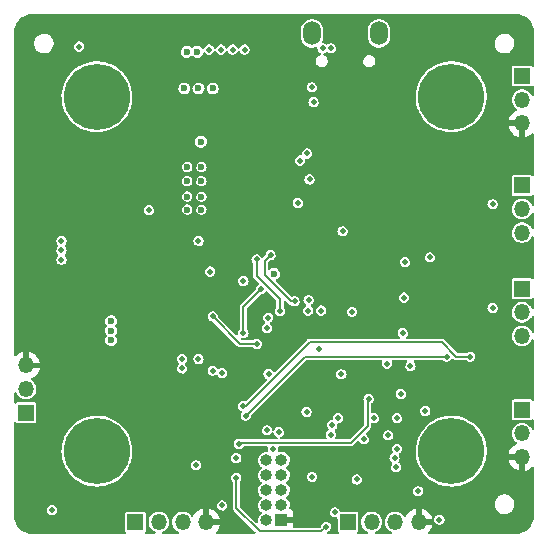
<source format=gbr>
%TF.GenerationSoftware,KiCad,Pcbnew,(6.0.1)*%
%TF.CreationDate,2022-04-25T14:18:17+03:00*%
%TF.ProjectId,fcb,6663622e-6b69-4636-9164-5f7063625858,0*%
%TF.SameCoordinates,Original*%
%TF.FileFunction,Copper,L3,Inr*%
%TF.FilePolarity,Positive*%
%FSLAX46Y46*%
G04 Gerber Fmt 4.6, Leading zero omitted, Abs format (unit mm)*
G04 Created by KiCad (PCBNEW (6.0.1)) date 2022-04-25 14:18:17*
%MOMM*%
%LPD*%
G01*
G04 APERTURE LIST*
%TA.AperFunction,ComponentPad*%
%ADD10O,1.350000X1.350000*%
%TD*%
%TA.AperFunction,ComponentPad*%
%ADD11R,1.350000X1.350000*%
%TD*%
%TA.AperFunction,ComponentPad*%
%ADD12C,0.600000*%
%TD*%
%TA.AperFunction,ComponentPad*%
%ADD13C,5.600000*%
%TD*%
%TA.AperFunction,ComponentPad*%
%ADD14O,1.500000X2.000000*%
%TD*%
%TA.AperFunction,ComponentPad*%
%ADD15O,1.000000X1.000000*%
%TD*%
%TA.AperFunction,ComponentPad*%
%ADD16R,1.000000X1.000000*%
%TD*%
%TA.AperFunction,ViaPad*%
%ADD17C,0.460000*%
%TD*%
%TA.AperFunction,ViaPad*%
%ADD18C,0.600000*%
%TD*%
%TA.AperFunction,Conductor*%
%ADD19C,0.200000*%
%TD*%
G04 APERTURE END LIST*
D10*
%TO.N,+5V*%
%TO.C,J9*%
X169000000Y-107250000D03*
%TO.N,/IO/AI_5V_1*%
X169000000Y-105250000D03*
D11*
%TO.N,GND*%
X169000000Y-103250000D03*
%TD*%
D10*
%TO.N,+3V3*%
%TO.C,J4*%
X160250000Y-123000000D03*
%TO.N,I2C1_SCL*%
X158250000Y-123000000D03*
%TO.N,I2C1_SDA*%
X156250000Y-123000000D03*
D11*
%TO.N,GND*%
X154250000Y-123000000D03*
%TD*%
D10*
%TO.N,+3V3*%
%TO.C,J11*%
X169000000Y-89250000D03*
%TO.N,AI_3V*%
X169000000Y-87250000D03*
D11*
%TO.N,GND*%
X169000000Y-85250000D03*
%TD*%
D12*
%TO.N,GND*%
%TO.C,U2*%
X140650000Y-92950000D03*
X141850000Y-95450000D03*
X140650000Y-96550000D03*
X140650000Y-94150000D03*
X141850000Y-96550000D03*
X141850000Y-94150000D03*
X141850000Y-92950000D03*
X140650000Y-95450000D03*
%TD*%
D10*
%TO.N,+3V3*%
%TO.C,J7*%
X127000000Y-109750000D03*
%TO.N,GPIO_PB13*%
X127000000Y-111750000D03*
D11*
%TO.N,GND*%
X127000000Y-113750000D03*
%TD*%
D10*
%TO.N,+3V3*%
%TO.C,J6*%
X169000000Y-117500000D03*
%TO.N,GPIO_PB9*%
X169000000Y-115500000D03*
D11*
%TO.N,GND*%
X169000000Y-113500000D03*
%TD*%
D13*
%TO.N,*%
%TO.C,H2*%
X163000000Y-87000000D03*
%TD*%
D10*
%TO.N,+5V*%
%TO.C,J10*%
X169000000Y-98500000D03*
%TO.N,/IO/AI_5V_2*%
X169000000Y-96500000D03*
D11*
%TO.N,GND*%
X169000000Y-94500000D03*
%TD*%
D13*
%TO.N,*%
%TO.C,H3*%
X133000000Y-117000000D03*
%TD*%
%TO.N,*%
%TO.C,H4*%
X163000000Y-117000000D03*
%TD*%
D14*
%TO.N,unconnected-(J5-Pad6)*%
%TO.C,J5*%
X151220000Y-81638500D03*
X156880000Y-81638500D03*
%TD*%
D10*
%TO.N,+3V3*%
%TO.C,J8*%
X142250000Y-123000000D03*
%TO.N,USART1_RX*%
X140250000Y-123000000D03*
%TO.N,USART1_TX*%
X138250000Y-123000000D03*
D11*
%TO.N,GND*%
X136250000Y-123000000D03*
%TD*%
D15*
%TO.N,Net-(J2-Pad10)*%
%TO.C,J2*%
X147355000Y-117770000D03*
%TO.N,GND*%
X148625000Y-117770000D03*
%TO.N,unconnected-(J2-Pad8)*%
X147355000Y-119040000D03*
%TO.N,unconnected-(J2-Pad7)*%
X148625000Y-119040000D03*
%TO.N,Net-(J2-Pad6)*%
X147355000Y-120310000D03*
%TO.N,GND*%
X148625000Y-120310000D03*
%TO.N,Net-(J2-Pad4)*%
X147355000Y-121580000D03*
%TO.N,GND*%
X148625000Y-121580000D03*
%TO.N,Net-(J2-Pad2)*%
X147355000Y-122850000D03*
D16*
%TO.N,+3V3*%
X148625000Y-122850000D03*
%TD*%
D13*
%TO.N,*%
%TO.C,H1*%
X133000000Y-87000000D03*
%TD*%
D17*
%TO.N,+3V3*%
X157400000Y-114200000D03*
X150250000Y-102829500D03*
D18*
X134000000Y-104600000D03*
D17*
X147370500Y-104250000D03*
X154000000Y-119400000D03*
D18*
X153800000Y-92400000D03*
D17*
X165600000Y-121200000D03*
X165600000Y-122800000D03*
X159500000Y-114225000D03*
D18*
X131400000Y-103000000D03*
X131400000Y-104800000D03*
X140400000Y-108200000D03*
D17*
X137600000Y-115600000D03*
X153200000Y-106600000D03*
X133745003Y-122004500D03*
D18*
X164000000Y-112200000D03*
X165200000Y-114400000D03*
D17*
X155800000Y-117800000D03*
D18*
X159800000Y-92400000D03*
X131400000Y-103800000D03*
X132800000Y-104600000D03*
X150200000Y-119200000D03*
X150800000Y-115400000D03*
X131400000Y-105800000D03*
D17*
X136600000Y-113400000D03*
X137800000Y-120600000D03*
D18*
X153800000Y-115200000D03*
X159800000Y-91200000D03*
D17*
X157203020Y-112012249D03*
D18*
X155000000Y-92400000D03*
D17*
X146000000Y-110400000D03*
D18*
X152779031Y-116973147D03*
D17*
%TO.N,Net-(J2-Pad4)*%
X151200000Y-119179500D03*
%TO.N,Net-(J2-Pad6)*%
X143600000Y-121600000D03*
%TO.N,CPU_NRST*%
X152400000Y-123400000D03*
X154600000Y-105200000D03*
X144800000Y-119254500D03*
%TO.N,RAD_GPIO_0*%
X161200000Y-100600000D03*
%TO.N,RAD_CS_N*%
X159545500Y-109800000D03*
%TO.N,RAD_IRQ_N*%
X157571727Y-109589553D03*
%TO.N,AI_VBAT*%
X151000000Y-94000000D03*
X150800000Y-91800000D03*
%TO.N,AI_CRNT*%
X150000000Y-96000000D03*
X150200000Y-92400000D03*
%TO.N,Net-(J2-Pad10)*%
X144800000Y-117600000D03*
%TO.N,AI_3V*%
X150921587Y-104225635D03*
%TO.N,SPI1_SCK*%
X149729500Y-104320987D03*
X147700000Y-100400000D03*
%TO.N,SPI1_MISO*%
X146522373Y-100777627D03*
X148502247Y-105153933D03*
%TO.N,TIM3_CH3*%
X144500000Y-83000000D03*
X147500000Y-105700000D03*
%TO.N,TIM3_CH4*%
X147400000Y-106600000D03*
X145500000Y-83000000D03*
%TO.N,SPI2_SCK*%
X146529500Y-107925586D03*
X142800000Y-105600000D03*
%TO.N,IMU_INT1*%
X145400000Y-107000000D03*
X146900000Y-103300000D03*
%TO.N,GPIO_PB13*%
X141600000Y-109200000D03*
X140200000Y-109200000D03*
%TO.N,SPI2_MISO*%
X145400000Y-113200000D03*
X164600000Y-109000000D03*
%TO.N,SPI2_MOSI*%
X162600000Y-109000000D03*
X145593083Y-113993083D03*
%TO.N,SWO*%
X152800000Y-115600000D03*
X147923198Y-116823235D03*
%TO.N,TIM3_CH1*%
X152929500Y-114800000D03*
X142500000Y-83000000D03*
%TO.N,TIM3_CH2*%
X153411492Y-114211492D03*
X143500000Y-83000000D03*
%TO.N,I2C1_SDA*%
X157675000Y-115670500D03*
X156447463Y-114200000D03*
X162000000Y-122800000D03*
X158334904Y-118376329D03*
%TO.N,GPIO_PB8*%
X145000000Y-116400000D03*
X156000000Y-112600000D03*
%TO.N,GPIO_PB9*%
X160800000Y-113600000D03*
%TO.N,Net-(R16-Pad2)*%
X140200000Y-110000000D03*
X142800000Y-110200000D03*
%TO.N,BUZZER*%
X158400000Y-116800000D03*
X153167539Y-122189180D03*
%TO.N,AI_5V_3V_1*%
X152000000Y-105100000D03*
X166500000Y-104900000D03*
%TO.N,AI_5V_3V_2*%
X150900000Y-105100000D03*
X166500000Y-96100000D03*
%TO.N,GND*%
X155000000Y-119400000D03*
X159000000Y-104000000D03*
D18*
X134200000Y-107600000D03*
X134200000Y-106800000D03*
D17*
X155600000Y-116000000D03*
X151794669Y-108394669D03*
X158895500Y-107000000D03*
X158718561Y-112177789D03*
D18*
X141500489Y-83200000D03*
D17*
X160200000Y-120400000D03*
D18*
X148000000Y-102000000D03*
X142800000Y-86300480D03*
X141800000Y-90800000D03*
D17*
X141400000Y-118200000D03*
X158200000Y-117600000D03*
D18*
X134200000Y-106000000D03*
D17*
X152100000Y-82900000D03*
X131500000Y-82750000D03*
X152800000Y-82900000D03*
X142595500Y-101800000D03*
X150750000Y-113681981D03*
X130000000Y-100000000D03*
X130000000Y-99200000D03*
X158400000Y-114200000D03*
X130000000Y-100800000D03*
X145400000Y-102600000D03*
X147534009Y-110465991D03*
X153800000Y-98400000D03*
D18*
X140400000Y-86300480D03*
D17*
X143600000Y-110400000D03*
X159079500Y-101000000D03*
D18*
X140600000Y-83200000D03*
X141600000Y-86300480D03*
D17*
X129200000Y-122000000D03*
X153700000Y-110500000D03*
%TO.N,/VSENSE*%
X137400000Y-96600000D03*
X141600000Y-99195500D03*
%TO.N,USB_D-*%
X151340900Y-87459100D03*
X147400000Y-115245000D03*
%TO.N,USB_D+*%
X151200000Y-86200000D03*
X148400000Y-115400000D03*
%TD*%
D19*
%TO.N,CPU_NRST*%
X152000000Y-123800000D02*
X152400000Y-123400000D01*
X146800000Y-123800000D02*
X152000000Y-123800000D01*
X144800000Y-119254500D02*
X144800000Y-121800000D01*
X144800000Y-121800000D02*
X146800000Y-123800000D01*
%TO.N,SPI1_SCK*%
X147200000Y-100900000D02*
X147700000Y-100400000D01*
X147200000Y-102100000D02*
X147200000Y-100900000D01*
X149729500Y-104320987D02*
X149420987Y-104320987D01*
X149420987Y-104320987D02*
X147200000Y-102100000D01*
%TO.N,SPI1_MISO*%
X148502247Y-105153933D02*
X148502247Y-104153404D01*
X148502247Y-104153404D02*
X146522373Y-102173530D01*
X146522373Y-102173530D02*
X146522373Y-100777627D01*
%TO.N,SPI2_SCK*%
X142800000Y-105600000D02*
X145125586Y-107925586D01*
X145125586Y-107925586D02*
X146529500Y-107925586D01*
%TO.N,IMU_INT1*%
X145400000Y-107000000D02*
X145400000Y-104800000D01*
X145400000Y-104800000D02*
X146900000Y-103300000D01*
%TO.N,SPI2_MISO*%
X162200000Y-107800000D02*
X151000000Y-107800000D01*
X164600000Y-109000000D02*
X163400000Y-109000000D01*
X163400000Y-109000000D02*
X162200000Y-107800000D01*
X145600000Y-113200000D02*
X145400000Y-113200000D01*
X151000000Y-107800000D02*
X145600000Y-113200000D01*
%TO.N,SPI2_MOSI*%
X150586166Y-109000000D02*
X145593083Y-113993083D01*
X162600000Y-109000000D02*
X150586166Y-109000000D01*
%TO.N,GPIO_PB8*%
X154506276Y-116293724D02*
X155917963Y-114882037D01*
X156000000Y-112600000D02*
X155917963Y-112682037D01*
X145106276Y-116293724D02*
X154506276Y-116293724D01*
X145000000Y-116400000D02*
X145106276Y-116293724D01*
X155917963Y-112682037D02*
X155917963Y-114882037D01*
%TD*%
%TA.AperFunction,Conductor*%
%TO.N,+3V3*%
G36*
X168468620Y-80001179D02*
G01*
X168493829Y-80005104D01*
X168500826Y-80004189D01*
X168500830Y-80004189D01*
X168511322Y-80002817D01*
X168531220Y-80002233D01*
X168706410Y-80014763D01*
X168720391Y-80016773D01*
X168915683Y-80059256D01*
X168929236Y-80063236D01*
X169116492Y-80133079D01*
X169129332Y-80138942D01*
X169304758Y-80234732D01*
X169316629Y-80242361D01*
X169476619Y-80362129D01*
X169487294Y-80371378D01*
X169628622Y-80512706D01*
X169637871Y-80523381D01*
X169757639Y-80683371D01*
X169765268Y-80695242D01*
X169861058Y-80870668D01*
X169866921Y-80883508D01*
X169936764Y-81070764D01*
X169940744Y-81084317D01*
X169983227Y-81279609D01*
X169985237Y-81293590D01*
X169997290Y-81462112D01*
X169996364Y-81484400D01*
X169994896Y-81493829D01*
X169995811Y-81500827D01*
X169995811Y-81500828D01*
X169999164Y-81526469D01*
X170000000Y-81539305D01*
X170000000Y-84374579D01*
X169981093Y-84432770D01*
X169931593Y-84468734D01*
X169870407Y-84468734D01*
X169830996Y-84444583D01*
X169824971Y-84438558D01*
X169819552Y-84430448D01*
X169753231Y-84386133D01*
X169743668Y-84384231D01*
X169743666Y-84384230D01*
X169720995Y-84379721D01*
X169694748Y-84374500D01*
X168305252Y-84374500D01*
X168279005Y-84379721D01*
X168256334Y-84384230D01*
X168256332Y-84384231D01*
X168246769Y-84386133D01*
X168180448Y-84430448D01*
X168136133Y-84496769D01*
X168124500Y-84555252D01*
X168124500Y-85944748D01*
X168136133Y-86003231D01*
X168180448Y-86069552D01*
X168246769Y-86113867D01*
X168256332Y-86115769D01*
X168256334Y-86115770D01*
X168279005Y-86120279D01*
X168305252Y-86125500D01*
X169694748Y-86125500D01*
X169720995Y-86120279D01*
X169743666Y-86115770D01*
X169743668Y-86115769D01*
X169753231Y-86113867D01*
X169819552Y-86069552D01*
X169824971Y-86061442D01*
X169830996Y-86055417D01*
X169885513Y-86027640D01*
X169945945Y-86037211D01*
X169989210Y-86080476D01*
X170000000Y-86125421D01*
X170000000Y-86869445D01*
X169981093Y-86927636D01*
X169931593Y-86963600D01*
X169870407Y-86963600D01*
X169820907Y-86927636D01*
X169806846Y-86900039D01*
X169805819Y-86896878D01*
X169805816Y-86896871D01*
X169804214Y-86891941D01*
X169801622Y-86887452D01*
X169801620Y-86887447D01*
X169714790Y-86737055D01*
X169712195Y-86732560D01*
X169708727Y-86728708D01*
X169708723Y-86728703D01*
X169592520Y-86599646D01*
X169592516Y-86599642D01*
X169589050Y-86595793D01*
X169440161Y-86487619D01*
X169435429Y-86485512D01*
X169435427Y-86485511D01*
X169276774Y-86414874D01*
X169276771Y-86414873D01*
X169272034Y-86412764D01*
X169092019Y-86374500D01*
X168907981Y-86374500D01*
X168727966Y-86412764D01*
X168723229Y-86414873D01*
X168723226Y-86414874D01*
X168564573Y-86485511D01*
X168564571Y-86485512D01*
X168559839Y-86487619D01*
X168410950Y-86595793D01*
X168407484Y-86599642D01*
X168407480Y-86599646D01*
X168291277Y-86728703D01*
X168291273Y-86728708D01*
X168287805Y-86732560D01*
X168285210Y-86737055D01*
X168198380Y-86887447D01*
X168198378Y-86887452D01*
X168195786Y-86891941D01*
X168190425Y-86908441D01*
X168140517Y-87062039D01*
X168140516Y-87062044D01*
X168138915Y-87066971D01*
X168119678Y-87250000D01*
X168138915Y-87433029D01*
X168140516Y-87437956D01*
X168140517Y-87437961D01*
X168152064Y-87473497D01*
X168195786Y-87608059D01*
X168198378Y-87612548D01*
X168198380Y-87612553D01*
X168208774Y-87630555D01*
X168287805Y-87767440D01*
X168291273Y-87771292D01*
X168291277Y-87771297D01*
X168407480Y-87900354D01*
X168407484Y-87900358D01*
X168410950Y-87904207D01*
X168484006Y-87957285D01*
X168544646Y-88001343D01*
X168580610Y-88050843D01*
X168580610Y-88112029D01*
X168544646Y-88161529D01*
X168520720Y-88174317D01*
X168496244Y-88183346D01*
X168488078Y-88187241D01*
X168310299Y-88293008D01*
X168302975Y-88298329D01*
X168147446Y-88434726D01*
X168141226Y-88441280D01*
X168013150Y-88603743D01*
X168008227Y-88611322D01*
X167911902Y-88794409D01*
X167908447Y-88802750D01*
X167851849Y-88985024D01*
X167852001Y-88996649D01*
X167862549Y-89000000D01*
X169151000Y-89000000D01*
X169209191Y-89018907D01*
X169245155Y-89068407D01*
X169250000Y-89099000D01*
X169250000Y-90385443D01*
X169254122Y-90398128D01*
X169255293Y-90398979D01*
X169261270Y-90399489D01*
X169270979Y-90398082D01*
X169279774Y-90395970D01*
X169475666Y-90329474D01*
X169483924Y-90325797D01*
X169664416Y-90224716D01*
X169671869Y-90219594D01*
X169830916Y-90087316D01*
X169830996Y-90087236D01*
X169831038Y-90087215D01*
X169834410Y-90084410D01*
X169835045Y-90085173D01*
X169885513Y-90059459D01*
X169945945Y-90069030D01*
X169989210Y-90112295D01*
X170000000Y-90157240D01*
X170000000Y-93624579D01*
X169981093Y-93682770D01*
X169931593Y-93718734D01*
X169870407Y-93718734D01*
X169830996Y-93694583D01*
X169824971Y-93688558D01*
X169819552Y-93680448D01*
X169753231Y-93636133D01*
X169743668Y-93634231D01*
X169743666Y-93634230D01*
X169720995Y-93629721D01*
X169694748Y-93624500D01*
X168305252Y-93624500D01*
X168279005Y-93629721D01*
X168256334Y-93634230D01*
X168256332Y-93634231D01*
X168246769Y-93636133D01*
X168180448Y-93680448D01*
X168136133Y-93746769D01*
X168134231Y-93756332D01*
X168134230Y-93756334D01*
X168131095Y-93772098D01*
X168124500Y-93805252D01*
X168124500Y-95194748D01*
X168136133Y-95253231D01*
X168180448Y-95319552D01*
X168246769Y-95363867D01*
X168256332Y-95365769D01*
X168256334Y-95365770D01*
X168279005Y-95370279D01*
X168305252Y-95375500D01*
X169694748Y-95375500D01*
X169720995Y-95370279D01*
X169743666Y-95365770D01*
X169743668Y-95365769D01*
X169753231Y-95363867D01*
X169819552Y-95319552D01*
X169824971Y-95311442D01*
X169830996Y-95305417D01*
X169885513Y-95277640D01*
X169945945Y-95287211D01*
X169989210Y-95330476D01*
X170000000Y-95375421D01*
X170000000Y-96119445D01*
X169981093Y-96177636D01*
X169931593Y-96213600D01*
X169870407Y-96213600D01*
X169820907Y-96177636D01*
X169806846Y-96150039D01*
X169805819Y-96146878D01*
X169805816Y-96146871D01*
X169804214Y-96141941D01*
X169801622Y-96137452D01*
X169801620Y-96137447D01*
X169719196Y-95994686D01*
X169712195Y-95982560D01*
X169708727Y-95978708D01*
X169708723Y-95978703D01*
X169592520Y-95849646D01*
X169592516Y-95849642D01*
X169589050Y-95845793D01*
X169440161Y-95737619D01*
X169435429Y-95735512D01*
X169435427Y-95735511D01*
X169276774Y-95664874D01*
X169276771Y-95664873D01*
X169272034Y-95662764D01*
X169092019Y-95624500D01*
X168907981Y-95624500D01*
X168727966Y-95662764D01*
X168723229Y-95664873D01*
X168723226Y-95664874D01*
X168564573Y-95735511D01*
X168564571Y-95735512D01*
X168559839Y-95737619D01*
X168410950Y-95845793D01*
X168407484Y-95849642D01*
X168407480Y-95849646D01*
X168291277Y-95978703D01*
X168291273Y-95978708D01*
X168287805Y-95982560D01*
X168280804Y-95994686D01*
X168198380Y-96137447D01*
X168198378Y-96137452D01*
X168195786Y-96141941D01*
X168186732Y-96169807D01*
X168140517Y-96312039D01*
X168140516Y-96312044D01*
X168138915Y-96316971D01*
X168119678Y-96500000D01*
X168138915Y-96683029D01*
X168140516Y-96687956D01*
X168140517Y-96687961D01*
X168176414Y-96798439D01*
X168195786Y-96858059D01*
X168198378Y-96862548D01*
X168198380Y-96862553D01*
X168253754Y-96958462D01*
X168287805Y-97017440D01*
X168291273Y-97021292D01*
X168291277Y-97021297D01*
X168407480Y-97150354D01*
X168407484Y-97150358D01*
X168410950Y-97154207D01*
X168559839Y-97262381D01*
X168564571Y-97264488D01*
X168564573Y-97264489D01*
X168723226Y-97335126D01*
X168723229Y-97335127D01*
X168727966Y-97337236D01*
X168907981Y-97375500D01*
X169092019Y-97375500D01*
X169272034Y-97337236D01*
X169276771Y-97335127D01*
X169276774Y-97335126D01*
X169435427Y-97264489D01*
X169435429Y-97264488D01*
X169440161Y-97262381D01*
X169589050Y-97154207D01*
X169592516Y-97150358D01*
X169592520Y-97150354D01*
X169708723Y-97021297D01*
X169708727Y-97021292D01*
X169712195Y-97017440D01*
X169746246Y-96958462D01*
X169801620Y-96862553D01*
X169801622Y-96862548D01*
X169804214Y-96858059D01*
X169805816Y-96853128D01*
X169805819Y-96853122D01*
X169806846Y-96849961D01*
X169807829Y-96848608D01*
X169807930Y-96848381D01*
X169807978Y-96848403D01*
X169842810Y-96800462D01*
X169901001Y-96781555D01*
X169959192Y-96800463D01*
X169995155Y-96849964D01*
X170000000Y-96880555D01*
X170000000Y-98119445D01*
X169981093Y-98177636D01*
X169931593Y-98213600D01*
X169870407Y-98213600D01*
X169820907Y-98177636D01*
X169806846Y-98150039D01*
X169805819Y-98146878D01*
X169805816Y-98146871D01*
X169804214Y-98141941D01*
X169801622Y-98137452D01*
X169801620Y-98137447D01*
X169714790Y-97987055D01*
X169712195Y-97982560D01*
X169708727Y-97978708D01*
X169708723Y-97978703D01*
X169592520Y-97849646D01*
X169592516Y-97849642D01*
X169589050Y-97845793D01*
X169440161Y-97737619D01*
X169435429Y-97735512D01*
X169435427Y-97735511D01*
X169276774Y-97664874D01*
X169276771Y-97664873D01*
X169272034Y-97662764D01*
X169092019Y-97624500D01*
X168907981Y-97624500D01*
X168727966Y-97662764D01*
X168723229Y-97664873D01*
X168723226Y-97664874D01*
X168564573Y-97735511D01*
X168564571Y-97735512D01*
X168559839Y-97737619D01*
X168410950Y-97845793D01*
X168407484Y-97849642D01*
X168407480Y-97849646D01*
X168291277Y-97978703D01*
X168291273Y-97978708D01*
X168287805Y-97982560D01*
X168285210Y-97987055D01*
X168198380Y-98137447D01*
X168198378Y-98137452D01*
X168195786Y-98141941D01*
X168188075Y-98165674D01*
X168140517Y-98312039D01*
X168140516Y-98312044D01*
X168138915Y-98316971D01*
X168119678Y-98500000D01*
X168138915Y-98683029D01*
X168140516Y-98687956D01*
X168140517Y-98687961D01*
X168175799Y-98796545D01*
X168195786Y-98858059D01*
X168198378Y-98862548D01*
X168198380Y-98862553D01*
X168207067Y-98877599D01*
X168287805Y-99017440D01*
X168291273Y-99021292D01*
X168291277Y-99021297D01*
X168407480Y-99150354D01*
X168407484Y-99150358D01*
X168410950Y-99154207D01*
X168559839Y-99262381D01*
X168564571Y-99264488D01*
X168564573Y-99264489D01*
X168723226Y-99335126D01*
X168723229Y-99335127D01*
X168727966Y-99337236D01*
X168907981Y-99375500D01*
X169092019Y-99375500D01*
X169272034Y-99337236D01*
X169276771Y-99335127D01*
X169276774Y-99335126D01*
X169435427Y-99264489D01*
X169435429Y-99264488D01*
X169440161Y-99262381D01*
X169589050Y-99154207D01*
X169592516Y-99150358D01*
X169592520Y-99150354D01*
X169708723Y-99021297D01*
X169708727Y-99021292D01*
X169712195Y-99017440D01*
X169792933Y-98877599D01*
X169801620Y-98862553D01*
X169801622Y-98862548D01*
X169804214Y-98858059D01*
X169805816Y-98853128D01*
X169805819Y-98853122D01*
X169806846Y-98849961D01*
X169807829Y-98848608D01*
X169807930Y-98848381D01*
X169807978Y-98848403D01*
X169842810Y-98800462D01*
X169901001Y-98781555D01*
X169959192Y-98800463D01*
X169995155Y-98849964D01*
X170000000Y-98880555D01*
X170000000Y-102374579D01*
X169981093Y-102432770D01*
X169931593Y-102468734D01*
X169870407Y-102468734D01*
X169830996Y-102444583D01*
X169824971Y-102438558D01*
X169819552Y-102430448D01*
X169753231Y-102386133D01*
X169743668Y-102384231D01*
X169743666Y-102384230D01*
X169720995Y-102379721D01*
X169694748Y-102374500D01*
X168305252Y-102374500D01*
X168279005Y-102379721D01*
X168256334Y-102384230D01*
X168256332Y-102384231D01*
X168246769Y-102386133D01*
X168180448Y-102430448D01*
X168136133Y-102496769D01*
X168124500Y-102555252D01*
X168124500Y-103944748D01*
X168129721Y-103970995D01*
X168133762Y-103991309D01*
X168136133Y-104003231D01*
X168180448Y-104069552D01*
X168246769Y-104113867D01*
X168256332Y-104115769D01*
X168256334Y-104115770D01*
X168279005Y-104120279D01*
X168305252Y-104125500D01*
X169694748Y-104125500D01*
X169720995Y-104120279D01*
X169743666Y-104115770D01*
X169743668Y-104115769D01*
X169753231Y-104113867D01*
X169819552Y-104069552D01*
X169824971Y-104061442D01*
X169830996Y-104055417D01*
X169885513Y-104027640D01*
X169945945Y-104037211D01*
X169989210Y-104080476D01*
X170000000Y-104125421D01*
X170000000Y-104869445D01*
X169981093Y-104927636D01*
X169931593Y-104963600D01*
X169870407Y-104963600D01*
X169820907Y-104927636D01*
X169806846Y-104900039D01*
X169805819Y-104896878D01*
X169805816Y-104896871D01*
X169804214Y-104891941D01*
X169801622Y-104887452D01*
X169801620Y-104887447D01*
X169732898Y-104768418D01*
X169712195Y-104732560D01*
X169708727Y-104728708D01*
X169708723Y-104728703D01*
X169592520Y-104599646D01*
X169592516Y-104599642D01*
X169589050Y-104595793D01*
X169440161Y-104487619D01*
X169435429Y-104485512D01*
X169435427Y-104485511D01*
X169276774Y-104414874D01*
X169276771Y-104414873D01*
X169272034Y-104412764D01*
X169092019Y-104374500D01*
X168907981Y-104374500D01*
X168727966Y-104412764D01*
X168723229Y-104414873D01*
X168723226Y-104414874D01*
X168564573Y-104485511D01*
X168564571Y-104485512D01*
X168559839Y-104487619D01*
X168410950Y-104595793D01*
X168407484Y-104599642D01*
X168407480Y-104599646D01*
X168291277Y-104728703D01*
X168291273Y-104728708D01*
X168287805Y-104732560D01*
X168267102Y-104768418D01*
X168198380Y-104887447D01*
X168198378Y-104887452D01*
X168195786Y-104891941D01*
X168189964Y-104909860D01*
X168140517Y-105062039D01*
X168140516Y-105062044D01*
X168138915Y-105066971D01*
X168119678Y-105250000D01*
X168138915Y-105433029D01*
X168140516Y-105437956D01*
X168140517Y-105437961D01*
X168173992Y-105540985D01*
X168195786Y-105608059D01*
X168198378Y-105612548D01*
X168198380Y-105612553D01*
X168251077Y-105703825D01*
X168287805Y-105767440D01*
X168291273Y-105771292D01*
X168291277Y-105771297D01*
X168407480Y-105900354D01*
X168407484Y-105900358D01*
X168410950Y-105904207D01*
X168559839Y-106012381D01*
X168564571Y-106014488D01*
X168564573Y-106014489D01*
X168723226Y-106085126D01*
X168723229Y-106085127D01*
X168727966Y-106087236D01*
X168907981Y-106125500D01*
X169092019Y-106125500D01*
X169272034Y-106087236D01*
X169276771Y-106085127D01*
X169276774Y-106085126D01*
X169435427Y-106014489D01*
X169435429Y-106014488D01*
X169440161Y-106012381D01*
X169589050Y-105904207D01*
X169592516Y-105900358D01*
X169592520Y-105900354D01*
X169708723Y-105771297D01*
X169708727Y-105771292D01*
X169712195Y-105767440D01*
X169748923Y-105703825D01*
X169801620Y-105612553D01*
X169801622Y-105612548D01*
X169804214Y-105608059D01*
X169805816Y-105603128D01*
X169805819Y-105603122D01*
X169806846Y-105599961D01*
X169807829Y-105598608D01*
X169807930Y-105598381D01*
X169807978Y-105598403D01*
X169842810Y-105550462D01*
X169901001Y-105531555D01*
X169959192Y-105550463D01*
X169995155Y-105599964D01*
X170000000Y-105630555D01*
X170000000Y-106869445D01*
X169981093Y-106927636D01*
X169931593Y-106963600D01*
X169870407Y-106963600D01*
X169820907Y-106927636D01*
X169806846Y-106900039D01*
X169805819Y-106896878D01*
X169805816Y-106896871D01*
X169804214Y-106891941D01*
X169801622Y-106887452D01*
X169801620Y-106887447D01*
X169725686Y-106755927D01*
X169712195Y-106732560D01*
X169708727Y-106728708D01*
X169708723Y-106728703D01*
X169592520Y-106599646D01*
X169592516Y-106599642D01*
X169589050Y-106595793D01*
X169440161Y-106487619D01*
X169435429Y-106485512D01*
X169435427Y-106485511D01*
X169276774Y-106414874D01*
X169276771Y-106414873D01*
X169272034Y-106412764D01*
X169092019Y-106374500D01*
X168907981Y-106374500D01*
X168727966Y-106412764D01*
X168723229Y-106414873D01*
X168723226Y-106414874D01*
X168564573Y-106485511D01*
X168564571Y-106485512D01*
X168559839Y-106487619D01*
X168410950Y-106595793D01*
X168407484Y-106599642D01*
X168407480Y-106599646D01*
X168291277Y-106728703D01*
X168291273Y-106728708D01*
X168287805Y-106732560D01*
X168274314Y-106755927D01*
X168198380Y-106887447D01*
X168198378Y-106887452D01*
X168195786Y-106891941D01*
X168194184Y-106896872D01*
X168140517Y-107062039D01*
X168140516Y-107062044D01*
X168138915Y-107066971D01*
X168119678Y-107250000D01*
X168138915Y-107433029D01*
X168140516Y-107437956D01*
X168140517Y-107437961D01*
X168175610Y-107545964D01*
X168195786Y-107608059D01*
X168198378Y-107612548D01*
X168198380Y-107612553D01*
X168205768Y-107625349D01*
X168287805Y-107767440D01*
X168291273Y-107771292D01*
X168291277Y-107771297D01*
X168407480Y-107900354D01*
X168407484Y-107900358D01*
X168410950Y-107904207D01*
X168559839Y-108012381D01*
X168564571Y-108014488D01*
X168564573Y-108014489D01*
X168723226Y-108085126D01*
X168723229Y-108085127D01*
X168727966Y-108087236D01*
X168907981Y-108125500D01*
X169092019Y-108125500D01*
X169272034Y-108087236D01*
X169276771Y-108085127D01*
X169276774Y-108085126D01*
X169435427Y-108014489D01*
X169435429Y-108014488D01*
X169440161Y-108012381D01*
X169589050Y-107904207D01*
X169592516Y-107900358D01*
X169592520Y-107900354D01*
X169708723Y-107771297D01*
X169708727Y-107771292D01*
X169712195Y-107767440D01*
X169794232Y-107625349D01*
X169801620Y-107612553D01*
X169801622Y-107612548D01*
X169804214Y-107608059D01*
X169805816Y-107603128D01*
X169805819Y-107603122D01*
X169806846Y-107599961D01*
X169807829Y-107598608D01*
X169807930Y-107598381D01*
X169807978Y-107598403D01*
X169842810Y-107550462D01*
X169901001Y-107531555D01*
X169959192Y-107550463D01*
X169995155Y-107599964D01*
X170000000Y-107630555D01*
X170000000Y-112624579D01*
X169981093Y-112682770D01*
X169931593Y-112718734D01*
X169870407Y-112718734D01*
X169830996Y-112694583D01*
X169824971Y-112688558D01*
X169819552Y-112680448D01*
X169753231Y-112636133D01*
X169743668Y-112634231D01*
X169743666Y-112634230D01*
X169720995Y-112629721D01*
X169694748Y-112624500D01*
X168305252Y-112624500D01*
X168279005Y-112629721D01*
X168256334Y-112634230D01*
X168256332Y-112634231D01*
X168246769Y-112636133D01*
X168180448Y-112680448D01*
X168136133Y-112746769D01*
X168124500Y-112805252D01*
X168124500Y-114194748D01*
X168136133Y-114253231D01*
X168180448Y-114319552D01*
X168246769Y-114363867D01*
X168256332Y-114365769D01*
X168256334Y-114365770D01*
X168279005Y-114370279D01*
X168305252Y-114375500D01*
X169694748Y-114375500D01*
X169720995Y-114370279D01*
X169743666Y-114365770D01*
X169743668Y-114365769D01*
X169753231Y-114363867D01*
X169819552Y-114319552D01*
X169824971Y-114311442D01*
X169830996Y-114305417D01*
X169885513Y-114277640D01*
X169945945Y-114287211D01*
X169989210Y-114330476D01*
X170000000Y-114375421D01*
X170000000Y-115119445D01*
X169981093Y-115177636D01*
X169931593Y-115213600D01*
X169870407Y-115213600D01*
X169820907Y-115177636D01*
X169806846Y-115150039D01*
X169805819Y-115146878D01*
X169805816Y-115146871D01*
X169804214Y-115141941D01*
X169801622Y-115137452D01*
X169801620Y-115137447D01*
X169714790Y-114987055D01*
X169712195Y-114982560D01*
X169708727Y-114978708D01*
X169708723Y-114978703D01*
X169592520Y-114849646D01*
X169592516Y-114849642D01*
X169589050Y-114845793D01*
X169440161Y-114737619D01*
X169435429Y-114735512D01*
X169435427Y-114735511D01*
X169276774Y-114664874D01*
X169276771Y-114664873D01*
X169272034Y-114662764D01*
X169178818Y-114642950D01*
X169097091Y-114625578D01*
X169097090Y-114625578D01*
X169092019Y-114624500D01*
X168907981Y-114624500D01*
X168902910Y-114625578D01*
X168902909Y-114625578D01*
X168821182Y-114642950D01*
X168727966Y-114662764D01*
X168723229Y-114664873D01*
X168723226Y-114664874D01*
X168564573Y-114735511D01*
X168564571Y-114735512D01*
X168559839Y-114737619D01*
X168410950Y-114845793D01*
X168407484Y-114849642D01*
X168407480Y-114849646D01*
X168291277Y-114978703D01*
X168291273Y-114978708D01*
X168287805Y-114982560D01*
X168285210Y-114987055D01*
X168198380Y-115137447D01*
X168198378Y-115137452D01*
X168195786Y-115141941D01*
X168188075Y-115165674D01*
X168140517Y-115312039D01*
X168140516Y-115312044D01*
X168138915Y-115316971D01*
X168119678Y-115500000D01*
X168138915Y-115683029D01*
X168140516Y-115687956D01*
X168140517Y-115687961D01*
X168154902Y-115732232D01*
X168195786Y-115858059D01*
X168198378Y-115862548D01*
X168198380Y-115862553D01*
X168257083Y-115964228D01*
X168287805Y-116017440D01*
X168291273Y-116021292D01*
X168291277Y-116021297D01*
X168407480Y-116150354D01*
X168407484Y-116150358D01*
X168410950Y-116154207D01*
X168472155Y-116198675D01*
X168544646Y-116251343D01*
X168580610Y-116300843D01*
X168580610Y-116362029D01*
X168544646Y-116411529D01*
X168520720Y-116424317D01*
X168496244Y-116433346D01*
X168488078Y-116437241D01*
X168310299Y-116543008D01*
X168302975Y-116548329D01*
X168147446Y-116684726D01*
X168141226Y-116691280D01*
X168013150Y-116853743D01*
X168008227Y-116861322D01*
X167911902Y-117044409D01*
X167908447Y-117052750D01*
X167851849Y-117235024D01*
X167852001Y-117246649D01*
X167862549Y-117250000D01*
X169151000Y-117250000D01*
X169209191Y-117268907D01*
X169245155Y-117318407D01*
X169250000Y-117349000D01*
X169250000Y-118635443D01*
X169254122Y-118648128D01*
X169255293Y-118648979D01*
X169261270Y-118649489D01*
X169270979Y-118648082D01*
X169279774Y-118645970D01*
X169475666Y-118579474D01*
X169483924Y-118575797D01*
X169664416Y-118474716D01*
X169671869Y-118469594D01*
X169830916Y-118337316D01*
X169830996Y-118337236D01*
X169831038Y-118337215D01*
X169834410Y-118334410D01*
X169835045Y-118335173D01*
X169885513Y-118309459D01*
X169945945Y-118319030D01*
X169989210Y-118362295D01*
X170000000Y-118407240D01*
X170000000Y-122453389D01*
X169998821Y-122468619D01*
X169994896Y-122493829D01*
X169995811Y-122500826D01*
X169995811Y-122500830D01*
X169997183Y-122511322D01*
X169997767Y-122531220D01*
X169985237Y-122706410D01*
X169983227Y-122720391D01*
X169940744Y-122915683D01*
X169936764Y-122929236D01*
X169866921Y-123116492D01*
X169861058Y-123129332D01*
X169765268Y-123304758D01*
X169757641Y-123316626D01*
X169689118Y-123408162D01*
X169637871Y-123476619D01*
X169628622Y-123487294D01*
X169487294Y-123628622D01*
X169476619Y-123637871D01*
X169335295Y-123743666D01*
X169316629Y-123757639D01*
X169304758Y-123765268D01*
X169129332Y-123861058D01*
X169116492Y-123866921D01*
X168929236Y-123936764D01*
X168915683Y-123940744D01*
X168720391Y-123983227D01*
X168706410Y-123985237D01*
X168537888Y-123997290D01*
X168515600Y-123996364D01*
X168506171Y-123994896D01*
X168499173Y-123995811D01*
X168499172Y-123995811D01*
X168473531Y-123999164D01*
X168460695Y-124000000D01*
X161157240Y-124000000D01*
X161099049Y-123981093D01*
X161063085Y-123931593D01*
X161063085Y-123870407D01*
X161084896Y-123834814D01*
X161084410Y-123834410D01*
X161087198Y-123831057D01*
X161087236Y-123830996D01*
X161087316Y-123830916D01*
X161219594Y-123671869D01*
X161224716Y-123664416D01*
X161325797Y-123483924D01*
X161329474Y-123475666D01*
X161395970Y-123279774D01*
X161398082Y-123270979D01*
X161398873Y-123265518D01*
X161396614Y-123252372D01*
X161395577Y-123251362D01*
X161389734Y-123250000D01*
X160099000Y-123250000D01*
X160040809Y-123231093D01*
X160004845Y-123181593D01*
X160000000Y-123151000D01*
X160000000Y-122753978D01*
X161541712Y-122753978D01*
X161548264Y-122758738D01*
X161566335Y-122804091D01*
X161572339Y-122850000D01*
X161581095Y-122916960D01*
X161630759Y-123029832D01*
X161635296Y-123035230D01*
X161635297Y-123035231D01*
X161646400Y-123048439D01*
X161710107Y-123124228D01*
X161715978Y-123128136D01*
X161715979Y-123128137D01*
X161743883Y-123146711D01*
X161812759Y-123192559D01*
X161819486Y-123194661D01*
X161819489Y-123194662D01*
X161923731Y-123227229D01*
X161923732Y-123227229D01*
X161930463Y-123229332D01*
X161993832Y-123230494D01*
X162046705Y-123231463D01*
X162046707Y-123231463D01*
X162053758Y-123231592D01*
X162172730Y-123199156D01*
X162277817Y-123134633D01*
X162294238Y-123116492D01*
X162329442Y-123077599D01*
X162360571Y-123043208D01*
X162414338Y-122932232D01*
X162418084Y-122909966D01*
X162434163Y-122814397D01*
X162434163Y-122814391D01*
X162434797Y-122810626D01*
X162434927Y-122800000D01*
X162417445Y-122677930D01*
X162373596Y-122581489D01*
X162369326Y-122572098D01*
X162369325Y-122572097D01*
X162366405Y-122565674D01*
X162298659Y-122487051D01*
X162290515Y-122477599D01*
X162290514Y-122477598D01*
X162285910Y-122472255D01*
X162182431Y-122405183D01*
X162175673Y-122403162D01*
X162175671Y-122403161D01*
X162071047Y-122371872D01*
X162064286Y-122369850D01*
X161989287Y-122369392D01*
X161948025Y-122369140D01*
X161940974Y-122369097D01*
X161934197Y-122371034D01*
X161934196Y-122371034D01*
X161829190Y-122401045D01*
X161822406Y-122402984D01*
X161718115Y-122468786D01*
X161713444Y-122474075D01*
X161657087Y-122537888D01*
X161636485Y-122561215D01*
X161584077Y-122672840D01*
X161582701Y-122681680D01*
X161580863Y-122693482D01*
X161553229Y-122748072D01*
X161541712Y-122753978D01*
X160000000Y-122753978D01*
X160000000Y-122734320D01*
X160500000Y-122734320D01*
X160504122Y-122747005D01*
X160508243Y-122750000D01*
X161384735Y-122750000D01*
X161412538Y-122740966D01*
X161412563Y-122740948D01*
X161394951Y-122723428D01*
X161387759Y-122705124D01*
X161352891Y-122581489D01*
X161349647Y-122573038D01*
X161258152Y-122387506D01*
X161253427Y-122379796D01*
X161129651Y-122214039D01*
X161123603Y-122207322D01*
X160971689Y-122066895D01*
X160964524Y-122061396D01*
X160789561Y-121951003D01*
X160781508Y-121946900D01*
X160589360Y-121870241D01*
X160580702Y-121867676D01*
X160515379Y-121854682D01*
X160502134Y-121856250D01*
X160502099Y-121856282D01*
X160500000Y-121864326D01*
X160500000Y-122734320D01*
X160000000Y-122734320D01*
X160000000Y-121866333D01*
X159995878Y-121853648D01*
X159995274Y-121853209D01*
X159988127Y-121852693D01*
X159949061Y-121859406D01*
X159940325Y-121861747D01*
X159746241Y-121933348D01*
X159738078Y-121937241D01*
X159560299Y-122043008D01*
X159552975Y-122048329D01*
X159397446Y-122184726D01*
X159391226Y-122191280D01*
X159263150Y-122353743D01*
X159258225Y-122361326D01*
X159167298Y-122534152D01*
X159123471Y-122576847D01*
X159062919Y-122585627D01*
X159008770Y-122557139D01*
X158993948Y-122537558D01*
X158962195Y-122482560D01*
X158958727Y-122478708D01*
X158958723Y-122478703D01*
X158842520Y-122349646D01*
X158842516Y-122349642D01*
X158839050Y-122345793D01*
X158690161Y-122237619D01*
X158685429Y-122235512D01*
X158685427Y-122235511D01*
X158526774Y-122164874D01*
X158526771Y-122164873D01*
X158522034Y-122162764D01*
X158396747Y-122136133D01*
X158347091Y-122125578D01*
X158347090Y-122125578D01*
X158342019Y-122124500D01*
X158157981Y-122124500D01*
X158152910Y-122125578D01*
X158152909Y-122125578D01*
X158103253Y-122136133D01*
X157977966Y-122162764D01*
X157973229Y-122164873D01*
X157973226Y-122164874D01*
X157814573Y-122235511D01*
X157814571Y-122235512D01*
X157809839Y-122237619D01*
X157660950Y-122345793D01*
X157657484Y-122349642D01*
X157657480Y-122349646D01*
X157541277Y-122478703D01*
X157541273Y-122478708D01*
X157537805Y-122482560D01*
X157535210Y-122487055D01*
X157448380Y-122637447D01*
X157448378Y-122637452D01*
X157445786Y-122641941D01*
X157444184Y-122646872D01*
X157390517Y-122812039D01*
X157390516Y-122812044D01*
X157388915Y-122816971D01*
X157369678Y-123000000D01*
X157388915Y-123183029D01*
X157390516Y-123187956D01*
X157390517Y-123187961D01*
X157420361Y-123279810D01*
X157445786Y-123358059D01*
X157448378Y-123362548D01*
X157448380Y-123362553D01*
X157478313Y-123414397D01*
X157537805Y-123517440D01*
X157541273Y-123521292D01*
X157541277Y-123521297D01*
X157657480Y-123650354D01*
X157657484Y-123650358D01*
X157660950Y-123654207D01*
X157809839Y-123762381D01*
X157814571Y-123764488D01*
X157814573Y-123764489D01*
X157825907Y-123769535D01*
X157906655Y-123805486D01*
X157918049Y-123810559D01*
X157963518Y-123851500D01*
X157976240Y-123911348D01*
X157951353Y-123967244D01*
X157898365Y-123997837D01*
X157877782Y-124000000D01*
X156622218Y-124000000D01*
X156564027Y-123981093D01*
X156528063Y-123931593D01*
X156528063Y-123870407D01*
X156564027Y-123820907D01*
X156581951Y-123810559D01*
X156593346Y-123805486D01*
X156674093Y-123769535D01*
X156685427Y-123764489D01*
X156685429Y-123764488D01*
X156690161Y-123762381D01*
X156839050Y-123654207D01*
X156842516Y-123650358D01*
X156842520Y-123650354D01*
X156958723Y-123521297D01*
X156958727Y-123521292D01*
X156962195Y-123517440D01*
X157021687Y-123414397D01*
X157051620Y-123362553D01*
X157051622Y-123362548D01*
X157054214Y-123358059D01*
X157079639Y-123279810D01*
X157109483Y-123187961D01*
X157109484Y-123187956D01*
X157111085Y-123183029D01*
X157130322Y-123000000D01*
X157111085Y-122816971D01*
X157109484Y-122812044D01*
X157109483Y-122812039D01*
X157055816Y-122646872D01*
X157054214Y-122641941D01*
X157051622Y-122637452D01*
X157051620Y-122637447D01*
X156964790Y-122487055D01*
X156962195Y-122482560D01*
X156958727Y-122478708D01*
X156958723Y-122478703D01*
X156842520Y-122349646D01*
X156842516Y-122349642D01*
X156839050Y-122345793D01*
X156690161Y-122237619D01*
X156685429Y-122235512D01*
X156685427Y-122235511D01*
X156526774Y-122164874D01*
X156526771Y-122164873D01*
X156522034Y-122162764D01*
X156396747Y-122136133D01*
X156347091Y-122125578D01*
X156347090Y-122125578D01*
X156342019Y-122124500D01*
X156157981Y-122124500D01*
X156152910Y-122125578D01*
X156152909Y-122125578D01*
X156103253Y-122136133D01*
X155977966Y-122162764D01*
X155973229Y-122164873D01*
X155973226Y-122164874D01*
X155814573Y-122235511D01*
X155814571Y-122235512D01*
X155809839Y-122237619D01*
X155660950Y-122345793D01*
X155657484Y-122349642D01*
X155657480Y-122349646D01*
X155541277Y-122478703D01*
X155541273Y-122478708D01*
X155537805Y-122482560D01*
X155535210Y-122487055D01*
X155448380Y-122637447D01*
X155448378Y-122637452D01*
X155445786Y-122641941D01*
X155444184Y-122646872D01*
X155390517Y-122812039D01*
X155390516Y-122812044D01*
X155388915Y-122816971D01*
X155369678Y-123000000D01*
X155388915Y-123183029D01*
X155390516Y-123187956D01*
X155390517Y-123187961D01*
X155420361Y-123279810D01*
X155445786Y-123358059D01*
X155448378Y-123362548D01*
X155448380Y-123362553D01*
X155478313Y-123414397D01*
X155537805Y-123517440D01*
X155541273Y-123521292D01*
X155541277Y-123521297D01*
X155657480Y-123650354D01*
X155657484Y-123650358D01*
X155660950Y-123654207D01*
X155809839Y-123762381D01*
X155814571Y-123764488D01*
X155814573Y-123764489D01*
X155825907Y-123769535D01*
X155906655Y-123805486D01*
X155918049Y-123810559D01*
X155963518Y-123851500D01*
X155976240Y-123911348D01*
X155951353Y-123967244D01*
X155898365Y-123997837D01*
X155877782Y-124000000D01*
X155125421Y-124000000D01*
X155067230Y-123981093D01*
X155031266Y-123931593D01*
X155031266Y-123870407D01*
X155055417Y-123830996D01*
X155061442Y-123824971D01*
X155069552Y-123819552D01*
X155113867Y-123753231D01*
X155117567Y-123734633D01*
X155124552Y-123699512D01*
X155125500Y-123694748D01*
X155125500Y-122305252D01*
X155116693Y-122260977D01*
X155115770Y-122256334D01*
X155115769Y-122256332D01*
X155113867Y-122246769D01*
X155069552Y-122180448D01*
X155003231Y-122136133D01*
X154993668Y-122134231D01*
X154993666Y-122134230D01*
X154970995Y-122129721D01*
X154944748Y-122124500D01*
X153674818Y-122124500D01*
X153616627Y-122105593D01*
X153584696Y-122066476D01*
X153536865Y-121961278D01*
X153536864Y-121961277D01*
X153533944Y-121954854D01*
X153467662Y-121877930D01*
X153458054Y-121866779D01*
X153458053Y-121866778D01*
X153453449Y-121861435D01*
X153349970Y-121794363D01*
X153343212Y-121792342D01*
X153343210Y-121792341D01*
X153238586Y-121761052D01*
X153231825Y-121759030D01*
X153156826Y-121758572D01*
X153115564Y-121758320D01*
X153108513Y-121758277D01*
X153101736Y-121760214D01*
X153101735Y-121760214D01*
X153060154Y-121772098D01*
X152989945Y-121792164D01*
X152885654Y-121857966D01*
X152874813Y-121870241D01*
X152814164Y-121938914D01*
X152804024Y-121950395D01*
X152751616Y-122062020D01*
X152732644Y-122183866D01*
X152733559Y-122190863D01*
X152733559Y-122190864D01*
X152746460Y-122289514D01*
X152748634Y-122306140D01*
X152798298Y-122419012D01*
X152802835Y-122424410D01*
X152802836Y-122424411D01*
X152838752Y-122467138D01*
X152877646Y-122513408D01*
X152883517Y-122517316D01*
X152883518Y-122517317D01*
X152908809Y-122534152D01*
X152980298Y-122581739D01*
X152987025Y-122583841D01*
X152987028Y-122583842D01*
X153091270Y-122616409D01*
X153091271Y-122616409D01*
X153098002Y-122618512D01*
X153161371Y-122619674D01*
X153214244Y-122620643D01*
X153214246Y-122620643D01*
X153221297Y-122620772D01*
X153228100Y-122618917D01*
X153228102Y-122618917D01*
X153249460Y-122613094D01*
X153310575Y-122616030D01*
X153358293Y-122654327D01*
X153374500Y-122708608D01*
X153374500Y-123694748D01*
X153375448Y-123699512D01*
X153382434Y-123734633D01*
X153386133Y-123753231D01*
X153430448Y-123819552D01*
X153438558Y-123824971D01*
X153444583Y-123830996D01*
X153472360Y-123885513D01*
X153462789Y-123945945D01*
X153419524Y-123989210D01*
X153374579Y-124000000D01*
X152575552Y-124000000D01*
X152517361Y-123981093D01*
X152481397Y-123931593D01*
X152481397Y-123870407D01*
X152517361Y-123820907D01*
X152549512Y-123805486D01*
X152572730Y-123799156D01*
X152677817Y-123734633D01*
X152760571Y-123643208D01*
X152814338Y-123532232D01*
X152820050Y-123498281D01*
X152834163Y-123414397D01*
X152834163Y-123414391D01*
X152834797Y-123410626D01*
X152834927Y-123400000D01*
X152817445Y-123277930D01*
X152782471Y-123201010D01*
X152769326Y-123172098D01*
X152769325Y-123172097D01*
X152766405Y-123165674D01*
X152703518Y-123092690D01*
X152690515Y-123077599D01*
X152690514Y-123077598D01*
X152685910Y-123072255D01*
X152582431Y-123005183D01*
X152575673Y-123003162D01*
X152575671Y-123003161D01*
X152471047Y-122971872D01*
X152464286Y-122969850D01*
X152389287Y-122969392D01*
X152348025Y-122969140D01*
X152340974Y-122969097D01*
X152334197Y-122971034D01*
X152334196Y-122971034D01*
X152229190Y-123001045D01*
X152222406Y-123002984D01*
X152118115Y-123068786D01*
X152113444Y-123074075D01*
X152045507Y-123151000D01*
X152036485Y-123161215D01*
X151984077Y-123272840D01*
X151977259Y-123316629D01*
X151967266Y-123380807D01*
X151939449Y-123435580D01*
X151904525Y-123470504D01*
X151850008Y-123498281D01*
X151834521Y-123499500D01*
X149723828Y-123499500D01*
X149665637Y-123480593D01*
X149629673Y-123431093D01*
X149625261Y-123397332D01*
X149625000Y-123397332D01*
X149625000Y-123395332D01*
X149624974Y-123395133D01*
X149625000Y-123394654D01*
X149625000Y-123115680D01*
X149620878Y-123102995D01*
X149616757Y-123100000D01*
X148474000Y-123100000D01*
X148415809Y-123081093D01*
X148379845Y-123031593D01*
X148375000Y-123001000D01*
X148375000Y-122699000D01*
X148393907Y-122640809D01*
X148443407Y-122604845D01*
X148474000Y-122600000D01*
X149609320Y-122600000D01*
X149622005Y-122595878D01*
X149625000Y-122591757D01*
X149625000Y-122305343D01*
X149624711Y-122300009D01*
X149619029Y-122247702D01*
X149616178Y-122235713D01*
X149570557Y-122114018D01*
X149563857Y-122101781D01*
X149486419Y-121998455D01*
X149476545Y-121988581D01*
X149373219Y-121911143D01*
X149360986Y-121904446D01*
X149359096Y-121903737D01*
X149357787Y-121902694D01*
X149354793Y-121901055D01*
X149355078Y-121900535D01*
X149311244Y-121865608D01*
X149294942Y-121806634D01*
X149301988Y-121774109D01*
X149304377Y-121768167D01*
X149304378Y-121768165D01*
X149306601Y-121762634D01*
X149308863Y-121746739D01*
X149330034Y-121597985D01*
X149330034Y-121597979D01*
X149330490Y-121594778D01*
X149330645Y-121580000D01*
X149315314Y-121453311D01*
X166664901Y-121453311D01*
X166666191Y-121477930D01*
X166672589Y-121600000D01*
X166674356Y-121633725D01*
X166722332Y-121807900D01*
X166724831Y-121812639D01*
X166724831Y-121812640D01*
X166746997Y-121854682D01*
X166806590Y-121967711D01*
X166837109Y-122003825D01*
X166892178Y-122068990D01*
X166923200Y-122105700D01*
X167066721Y-122215429D01*
X167230456Y-122291780D01*
X167235683Y-122292948D01*
X167235685Y-122292949D01*
X167291134Y-122305343D01*
X167406767Y-122331190D01*
X167410868Y-122331419D01*
X167410927Y-122331423D01*
X167410941Y-122331423D01*
X167412311Y-122331500D01*
X167545134Y-122331500D01*
X167576091Y-122328137D01*
X167674280Y-122317471D01*
X167674285Y-122317470D01*
X167679605Y-122316892D01*
X167850831Y-122259268D01*
X167963982Y-122191280D01*
X168001096Y-122168980D01*
X168001098Y-122168979D01*
X168005689Y-122166220D01*
X168034920Y-122138578D01*
X168110494Y-122067110D01*
X168136953Y-122042089D01*
X168238500Y-121892667D01*
X168305592Y-121724925D01*
X168335099Y-121546689D01*
X168327357Y-121398952D01*
X168325925Y-121371629D01*
X168325924Y-121371625D01*
X168325644Y-121366275D01*
X168277668Y-121192100D01*
X168193410Y-121032289D01*
X168119985Y-120945402D01*
X168080260Y-120898394D01*
X168080258Y-120898393D01*
X168076800Y-120894300D01*
X167933279Y-120784571D01*
X167769544Y-120708220D01*
X167764317Y-120707052D01*
X167764315Y-120707051D01*
X167698633Y-120692370D01*
X167593233Y-120668810D01*
X167589132Y-120668581D01*
X167589073Y-120668577D01*
X167589059Y-120668577D01*
X167587689Y-120668500D01*
X167454866Y-120668500D01*
X167425044Y-120671740D01*
X167325720Y-120682529D01*
X167325715Y-120682530D01*
X167320395Y-120683108D01*
X167149169Y-120740732D01*
X167069418Y-120788651D01*
X167001040Y-120829737D01*
X166994311Y-120833780D01*
X166990419Y-120837460D01*
X166990417Y-120837462D01*
X166939946Y-120885191D01*
X166863047Y-120957911D01*
X166761500Y-121107333D01*
X166694408Y-121275075D01*
X166664901Y-121453311D01*
X149315314Y-121453311D01*
X149310276Y-121411680D01*
X149250345Y-121253077D01*
X149216039Y-121203161D01*
X149157692Y-121118267D01*
X149154312Y-121113349D01*
X149047554Y-121018230D01*
X149016684Y-120965404D01*
X149022761Y-120904521D01*
X149049117Y-120869034D01*
X149139884Y-120791512D01*
X149139890Y-120791506D01*
X149144423Y-120787634D01*
X149148253Y-120782304D01*
X149239877Y-120654796D01*
X149239878Y-120654794D01*
X149243361Y-120649947D01*
X149248624Y-120636857D01*
X149304377Y-120498167D01*
X149304378Y-120498165D01*
X149306601Y-120492634D01*
X149317736Y-120414397D01*
X149320541Y-120394686D01*
X159765105Y-120394686D01*
X159766020Y-120401683D01*
X159766020Y-120401684D01*
X159774327Y-120465204D01*
X159781095Y-120516960D01*
X159830759Y-120629832D01*
X159835296Y-120635230D01*
X159835297Y-120635231D01*
X159863333Y-120668584D01*
X159910107Y-120724228D01*
X159915978Y-120728136D01*
X159915979Y-120728137D01*
X159937161Y-120742237D01*
X160012759Y-120792559D01*
X160019486Y-120794661D01*
X160019489Y-120794662D01*
X160123731Y-120827229D01*
X160123732Y-120827229D01*
X160130463Y-120829332D01*
X160193832Y-120830494D01*
X160246705Y-120831463D01*
X160246707Y-120831463D01*
X160253758Y-120831592D01*
X160372730Y-120799156D01*
X160477817Y-120734633D01*
X160560571Y-120643208D01*
X160614338Y-120532232D01*
X160634797Y-120410626D01*
X160634927Y-120400000D01*
X160617445Y-120277930D01*
X160566405Y-120165674D01*
X160485910Y-120072255D01*
X160382431Y-120005183D01*
X160375673Y-120003162D01*
X160375671Y-120003161D01*
X160271047Y-119971872D01*
X160264286Y-119969850D01*
X160189287Y-119969392D01*
X160148025Y-119969140D01*
X160140974Y-119969097D01*
X160134197Y-119971034D01*
X160134196Y-119971034D01*
X160070915Y-119989120D01*
X160022406Y-120002984D01*
X159918115Y-120068786D01*
X159913444Y-120074075D01*
X159848508Y-120147602D01*
X159836485Y-120161215D01*
X159784077Y-120272840D01*
X159765105Y-120394686D01*
X149320541Y-120394686D01*
X149330034Y-120327985D01*
X149330034Y-120327979D01*
X149330490Y-120324778D01*
X149330645Y-120310000D01*
X149310276Y-120141680D01*
X149250345Y-119983077D01*
X149241255Y-119969850D01*
X149157692Y-119848267D01*
X149154312Y-119843349D01*
X149047554Y-119748230D01*
X149016684Y-119695404D01*
X149022761Y-119634521D01*
X149049117Y-119599034D01*
X149139884Y-119521512D01*
X149139890Y-119521506D01*
X149144423Y-119517634D01*
X149151607Y-119507637D01*
X149239877Y-119384796D01*
X149239878Y-119384794D01*
X149243361Y-119379947D01*
X149249585Y-119364466D01*
X149304377Y-119228167D01*
X149304378Y-119228165D01*
X149306601Y-119222634D01*
X149310691Y-119193897D01*
X149313496Y-119174186D01*
X150765105Y-119174186D01*
X150766020Y-119181183D01*
X150766020Y-119181184D01*
X150778918Y-119279810D01*
X150781095Y-119296460D01*
X150830759Y-119409332D01*
X150835296Y-119414730D01*
X150835297Y-119414731D01*
X150881490Y-119469684D01*
X150910107Y-119503728D01*
X150915978Y-119507636D01*
X150915979Y-119507637D01*
X150936823Y-119521512D01*
X151012759Y-119572059D01*
X151019486Y-119574161D01*
X151019489Y-119574162D01*
X151123731Y-119606729D01*
X151123732Y-119606729D01*
X151130463Y-119608832D01*
X151193832Y-119609994D01*
X151246705Y-119610963D01*
X151246707Y-119610963D01*
X151253758Y-119611092D01*
X151372730Y-119578656D01*
X151477817Y-119514133D01*
X151560571Y-119422708D01*
X151574147Y-119394686D01*
X154565105Y-119394686D01*
X154566020Y-119401683D01*
X154566020Y-119401684D01*
X154579876Y-119507637D01*
X154581095Y-119516960D01*
X154630759Y-119629832D01*
X154635296Y-119635230D01*
X154635297Y-119635231D01*
X154670036Y-119676558D01*
X154710107Y-119724228D01*
X154715978Y-119728136D01*
X154715979Y-119728137D01*
X154743883Y-119746711D01*
X154812759Y-119792559D01*
X154819486Y-119794661D01*
X154819489Y-119794662D01*
X154923731Y-119827229D01*
X154923732Y-119827229D01*
X154930463Y-119829332D01*
X154993832Y-119830494D01*
X155046705Y-119831463D01*
X155046707Y-119831463D01*
X155053758Y-119831592D01*
X155172730Y-119799156D01*
X155277817Y-119734633D01*
X155360571Y-119643208D01*
X155414338Y-119532232D01*
X155421215Y-119491358D01*
X155434163Y-119414397D01*
X155434163Y-119414391D01*
X155434797Y-119410626D01*
X155434927Y-119400000D01*
X155417445Y-119277930D01*
X155377523Y-119190126D01*
X155369326Y-119172098D01*
X155369325Y-119172097D01*
X155366405Y-119165674D01*
X155285910Y-119072255D01*
X155182431Y-119005183D01*
X155175673Y-119003162D01*
X155175671Y-119003161D01*
X155071047Y-118971872D01*
X155064286Y-118969850D01*
X154989287Y-118969392D01*
X154948025Y-118969140D01*
X154940974Y-118969097D01*
X154934197Y-118971034D01*
X154934196Y-118971034D01*
X154931264Y-118971872D01*
X154822406Y-119002984D01*
X154718115Y-119068786D01*
X154713444Y-119074075D01*
X154660247Y-119134310D01*
X154636485Y-119161215D01*
X154584077Y-119272840D01*
X154565105Y-119394686D01*
X151574147Y-119394686D01*
X151614338Y-119311732D01*
X151623323Y-119258325D01*
X151634163Y-119193897D01*
X151634163Y-119193891D01*
X151634797Y-119190126D01*
X151634927Y-119179500D01*
X151617445Y-119057430D01*
X151566405Y-118945174D01*
X151508181Y-118877602D01*
X151490515Y-118857099D01*
X151490514Y-118857098D01*
X151485910Y-118851755D01*
X151382431Y-118784683D01*
X151375673Y-118782662D01*
X151375671Y-118782661D01*
X151271047Y-118751372D01*
X151264286Y-118749350D01*
X151189287Y-118748892D01*
X151148025Y-118748640D01*
X151140974Y-118748597D01*
X151134197Y-118750534D01*
X151134196Y-118750534D01*
X151131264Y-118751372D01*
X151022406Y-118782484D01*
X150918115Y-118848286D01*
X150913444Y-118853575D01*
X150847207Y-118928575D01*
X150836485Y-118940715D01*
X150784077Y-119052340D01*
X150765105Y-119174186D01*
X149313496Y-119174186D01*
X149330034Y-119057985D01*
X149330034Y-119057979D01*
X149330490Y-119054778D01*
X149330645Y-119040000D01*
X149316521Y-118923286D01*
X149310993Y-118877602D01*
X149310992Y-118877599D01*
X149310276Y-118871680D01*
X149250345Y-118713077D01*
X149245297Y-118705731D01*
X149157692Y-118578267D01*
X149154312Y-118573349D01*
X149047554Y-118478230D01*
X149016684Y-118425404D01*
X149022761Y-118364521D01*
X149049117Y-118329034D01*
X149139884Y-118251512D01*
X149139890Y-118251506D01*
X149144423Y-118247634D01*
X149147907Y-118242786D01*
X149239877Y-118114796D01*
X149239878Y-118114794D01*
X149243361Y-118109947D01*
X149253425Y-118084914D01*
X149304377Y-117958167D01*
X149304378Y-117958165D01*
X149306601Y-117952634D01*
X149307442Y-117946727D01*
X149330034Y-117787985D01*
X149330034Y-117787979D01*
X149330490Y-117784778D01*
X149330645Y-117770000D01*
X149310276Y-117601680D01*
X149307633Y-117594686D01*
X157765105Y-117594686D01*
X157781095Y-117716960D01*
X157830759Y-117829832D01*
X157835296Y-117835230D01*
X157835297Y-117835231D01*
X157857626Y-117861794D01*
X157910107Y-117924228D01*
X157972877Y-117966011D01*
X158010839Y-118013993D01*
X158013348Y-118075127D01*
X157992222Y-118113955D01*
X157971389Y-118137544D01*
X157918981Y-118249169D01*
X157900009Y-118371015D01*
X157900924Y-118378012D01*
X157900924Y-118378013D01*
X157914030Y-118478231D01*
X157915999Y-118493289D01*
X157965663Y-118606161D01*
X157970200Y-118611559D01*
X157970201Y-118611560D01*
X157998110Y-118644761D01*
X158045011Y-118700557D01*
X158050882Y-118704465D01*
X158050883Y-118704466D01*
X158072205Y-118718659D01*
X158147663Y-118768888D01*
X158154390Y-118770990D01*
X158154393Y-118770991D01*
X158258635Y-118803558D01*
X158258636Y-118803558D01*
X158265367Y-118805661D01*
X158328736Y-118806823D01*
X158381609Y-118807792D01*
X158381611Y-118807792D01*
X158388662Y-118807921D01*
X158507634Y-118775485D01*
X158612721Y-118710962D01*
X158695475Y-118619537D01*
X158749242Y-118508561D01*
X158760237Y-118443208D01*
X158769067Y-118390726D01*
X158769067Y-118390720D01*
X158769701Y-118386955D01*
X158769831Y-118376329D01*
X158752349Y-118254259D01*
X158722092Y-118187712D01*
X158704230Y-118148427D01*
X158704229Y-118148426D01*
X158701309Y-118142003D01*
X158639944Y-118070785D01*
X158625419Y-118053928D01*
X158625418Y-118053927D01*
X158620814Y-118048584D01*
X158563299Y-118011304D01*
X158524753Y-117963789D01*
X158521497Y-117902691D01*
X158543748Y-117861794D01*
X158555836Y-117848440D01*
X158555838Y-117848437D01*
X158560571Y-117843208D01*
X158614338Y-117732232D01*
X158634797Y-117610626D01*
X158634927Y-117600000D01*
X158617445Y-117477930D01*
X158566405Y-117365674D01*
X158558007Y-117355927D01*
X158550690Y-117347436D01*
X158527028Y-117291011D01*
X158541051Y-117231454D01*
X158573887Y-117198446D01*
X158671804Y-117138325D01*
X158677817Y-117134633D01*
X158760571Y-117043208D01*
X158814338Y-116932232D01*
X158818820Y-116905592D01*
X159995898Y-116905592D01*
X159999765Y-117053273D01*
X160004525Y-117235024D01*
X160004956Y-117251501D01*
X160020571Y-117361215D01*
X160052983Y-117588952D01*
X160053712Y-117594076D01*
X160054432Y-117596819D01*
X160054433Y-117596826D01*
X160140797Y-117926026D01*
X160141519Y-117928777D01*
X160202777Y-118085895D01*
X160265916Y-118247837D01*
X160267214Y-118251167D01*
X160268546Y-118253682D01*
X160268547Y-118253685D01*
X160414531Y-118529402D01*
X160429130Y-118556974D01*
X160625122Y-118842144D01*
X160852592Y-119102898D01*
X160854702Y-119104818D01*
X160854704Y-119104820D01*
X161064428Y-119295654D01*
X161108524Y-119335778D01*
X161207369Y-119406805D01*
X161387208Y-119536033D01*
X161387212Y-119536036D01*
X161389527Y-119537699D01*
X161691876Y-119705985D01*
X161694516Y-119707079D01*
X161694517Y-119707079D01*
X161995120Y-119831592D01*
X162011563Y-119838403D01*
X162344352Y-119933201D01*
X162524190Y-119962650D01*
X162683021Y-119988660D01*
X162683024Y-119988660D01*
X162685831Y-119989120D01*
X163031474Y-120005420D01*
X163034319Y-120005226D01*
X163034323Y-120005226D01*
X163373854Y-119982079D01*
X163376700Y-119981885D01*
X163636901Y-119933660D01*
X163714123Y-119919348D01*
X163714126Y-119919347D01*
X163716933Y-119918827D01*
X164047663Y-119817081D01*
X164050266Y-119815938D01*
X164050275Y-119815935D01*
X164361902Y-119679140D01*
X164361909Y-119679137D01*
X164364507Y-119677996D01*
X164366960Y-119676563D01*
X164366969Y-119676558D01*
X164660806Y-119504853D01*
X164660807Y-119504852D01*
X164663265Y-119503416D01*
X164939978Y-119295654D01*
X165118748Y-119126008D01*
X165188909Y-119059428D01*
X165188914Y-119059423D01*
X165190977Y-119057465D01*
X165200599Y-119045957D01*
X165411108Y-118794192D01*
X165411113Y-118794185D01*
X165412936Y-118792005D01*
X165602913Y-118502792D01*
X165758390Y-118193662D01*
X165855559Y-117928135D01*
X165876323Y-117871394D01*
X165876324Y-117871391D01*
X165877305Y-117868710D01*
X165878966Y-117861794D01*
X165902542Y-117763591D01*
X167854556Y-117763591D01*
X167886533Y-117889501D01*
X167889553Y-117898029D01*
X167976161Y-118085895D01*
X167980679Y-118093721D01*
X168100079Y-118262669D01*
X168105943Y-118269535D01*
X168254131Y-118413893D01*
X168261154Y-118419580D01*
X168433159Y-118534510D01*
X168441110Y-118538827D01*
X168631179Y-118620487D01*
X168639774Y-118623280D01*
X168734706Y-118644761D01*
X168747603Y-118643576D01*
X168750000Y-118634858D01*
X168750000Y-117765680D01*
X168745878Y-117752995D01*
X168741757Y-117750000D01*
X167866784Y-117750000D01*
X167854874Y-117753870D01*
X167854556Y-117763591D01*
X165902542Y-117763591D01*
X165940183Y-117606805D01*
X165958084Y-117532243D01*
X165963812Y-117484914D01*
X165999389Y-117190913D01*
X165999389Y-117190910D01*
X165999654Y-117188722D01*
X166005585Y-117000000D01*
X166002364Y-116944127D01*
X165988354Y-116701165D01*
X165985666Y-116654547D01*
X165984600Y-116648439D01*
X165926663Y-116316471D01*
X165926661Y-116316463D01*
X165926174Y-116313672D01*
X165827897Y-115981894D01*
X165692138Y-115663611D01*
X165689059Y-115658212D01*
X165522106Y-115365513D01*
X165520696Y-115363041D01*
X165315843Y-115084168D01*
X165080295Y-114830688D01*
X165078131Y-114828840D01*
X165078126Y-114828835D01*
X164968857Y-114735511D01*
X164817174Y-114605962D01*
X164529967Y-114412967D01*
X164222482Y-114254261D01*
X164219810Y-114253251D01*
X164219807Y-114253250D01*
X164046364Y-114187712D01*
X163898793Y-114131950D01*
X163896028Y-114131255D01*
X163896020Y-114131253D01*
X163654677Y-114070632D01*
X163563190Y-114047652D01*
X163355474Y-114020306D01*
X163222952Y-114002859D01*
X163222947Y-114002859D01*
X163220124Y-114002487D01*
X163217278Y-114002442D01*
X163217274Y-114002442D01*
X163034159Y-113999565D01*
X162874139Y-113997051D01*
X162834476Y-114001010D01*
X162532657Y-114031136D01*
X162532655Y-114031136D01*
X162529823Y-114031419D01*
X162527049Y-114032024D01*
X162527048Y-114032024D01*
X162231765Y-114096406D01*
X162191739Y-114105133D01*
X161864367Y-114217217D01*
X161552048Y-114366186D01*
X161549635Y-114367700D01*
X161549629Y-114367703D01*
X161429264Y-114443208D01*
X161258921Y-114550064D01*
X160988871Y-114766415D01*
X160745477Y-115012371D01*
X160667784Y-115111457D01*
X160533721Y-115282433D01*
X160533716Y-115282440D01*
X160531966Y-115284672D01*
X160396853Y-115505157D01*
X160357210Y-115569850D01*
X160351168Y-115579709D01*
X160349968Y-115582294D01*
X160349967Y-115582296D01*
X160326129Y-115633651D01*
X160205478Y-115893570D01*
X160096828Y-116222097D01*
X160061087Y-116394686D01*
X160030371Y-116543008D01*
X160026658Y-116560935D01*
X160026405Y-116563773D01*
X160026404Y-116563778D01*
X160002693Y-116829461D01*
X159995898Y-116905592D01*
X158818820Y-116905592D01*
X158831270Y-116831592D01*
X158834163Y-116814397D01*
X158834163Y-116814391D01*
X158834797Y-116810626D01*
X158834927Y-116800000D01*
X158817445Y-116677930D01*
X158779016Y-116593411D01*
X158769326Y-116572098D01*
X158769325Y-116572097D01*
X158766405Y-116565674D01*
X158685910Y-116472255D01*
X158582431Y-116405183D01*
X158575673Y-116403162D01*
X158575671Y-116403161D01*
X158471047Y-116371872D01*
X158464286Y-116369850D01*
X158389287Y-116369392D01*
X158348025Y-116369140D01*
X158340974Y-116369097D01*
X158334197Y-116371034D01*
X158334196Y-116371034D01*
X158229190Y-116401045D01*
X158222406Y-116402984D01*
X158118115Y-116468786D01*
X158036485Y-116561215D01*
X157984077Y-116672840D01*
X157965105Y-116794686D01*
X157966020Y-116801683D01*
X157966020Y-116801684D01*
X157969689Y-116829737D01*
X157981095Y-116916960D01*
X158030759Y-117029832D01*
X158035296Y-117035230D01*
X158035297Y-117035231D01*
X158050463Y-117053273D01*
X158073433Y-117109983D01*
X158058682Y-117169364D01*
X158021591Y-117201693D01*
X158022406Y-117202984D01*
X157918115Y-117268786D01*
X157913444Y-117274075D01*
X157874292Y-117318407D01*
X157836485Y-117361215D01*
X157784077Y-117472840D01*
X157765105Y-117594686D01*
X149307633Y-117594686D01*
X149250345Y-117443077D01*
X149194083Y-117361215D01*
X149157692Y-117308267D01*
X149154312Y-117303349D01*
X149027721Y-117190560D01*
X149020082Y-117186515D01*
X148990843Y-117171034D01*
X148877881Y-117111224D01*
X148779707Y-117086564D01*
X148719231Y-117071373D01*
X148719228Y-117071373D01*
X148713441Y-117069919D01*
X148627841Y-117069471D01*
X148549861Y-117069062D01*
X148549859Y-117069062D01*
X148543895Y-117069031D01*
X148538099Y-117070423D01*
X148538095Y-117070423D01*
X148450869Y-117091365D01*
X148389872Y-117086564D01*
X148343346Y-117046828D01*
X148329062Y-116987333D01*
X148333444Y-116964999D01*
X148334460Y-116961817D01*
X148337536Y-116955467D01*
X148357995Y-116833861D01*
X148358046Y-116829737D01*
X148358078Y-116827051D01*
X148358125Y-116823235D01*
X148341516Y-116707259D01*
X148351983Y-116646975D01*
X148395885Y-116604357D01*
X148439516Y-116594224D01*
X154452768Y-116594224D01*
X154456893Y-116594527D01*
X154461618Y-116596149D01*
X154511037Y-116594294D01*
X154514750Y-116594224D01*
X154534224Y-116594224D01*
X154538654Y-116593399D01*
X154543847Y-116593063D01*
X154559878Y-116592461D01*
X154564351Y-116592293D01*
X154573484Y-116591950D01*
X154581878Y-116588344D01*
X154581881Y-116588343D01*
X154584059Y-116587407D01*
X154605010Y-116581041D01*
X154616329Y-116578933D01*
X154639005Y-116564956D01*
X154651872Y-116558272D01*
X154669918Y-116550519D01*
X154669919Y-116550518D01*
X154676339Y-116547760D01*
X154681225Y-116543746D01*
X154685589Y-116539382D01*
X154703644Y-116525111D01*
X154711624Y-116520192D01*
X154729294Y-116496955D01*
X154738086Y-116486885D01*
X155056430Y-116168541D01*
X155110947Y-116140764D01*
X155171379Y-116150335D01*
X155217049Y-116198673D01*
X155230759Y-116229832D01*
X155235296Y-116235230D01*
X155235297Y-116235231D01*
X155246400Y-116248439D01*
X155310107Y-116324228D01*
X155315978Y-116328136D01*
X155315979Y-116328137D01*
X155343883Y-116346711D01*
X155412759Y-116392559D01*
X155419486Y-116394661D01*
X155419489Y-116394662D01*
X155523731Y-116427229D01*
X155523732Y-116427229D01*
X155530463Y-116429332D01*
X155593832Y-116430494D01*
X155646705Y-116431463D01*
X155646707Y-116431463D01*
X155653758Y-116431592D01*
X155772730Y-116399156D01*
X155877817Y-116334633D01*
X155894257Y-116316471D01*
X155952209Y-116252446D01*
X155960571Y-116243208D01*
X156014338Y-116132232D01*
X156019409Y-116102092D01*
X156034163Y-116014397D01*
X156034163Y-116014391D01*
X156034797Y-116010626D01*
X156034845Y-116006750D01*
X156034880Y-116003825D01*
X156034927Y-116000000D01*
X156017445Y-115877930D01*
X155981889Y-115799728D01*
X155969326Y-115772098D01*
X155969325Y-115772097D01*
X155966405Y-115765674D01*
X155896803Y-115684897D01*
X155890515Y-115677599D01*
X155890514Y-115677598D01*
X155885910Y-115672255D01*
X155875004Y-115665186D01*
X157240105Y-115665186D01*
X157241020Y-115672183D01*
X157241020Y-115672184D01*
X157249703Y-115738578D01*
X157256095Y-115787460D01*
X157305759Y-115900332D01*
X157310296Y-115905730D01*
X157310297Y-115905731D01*
X157326341Y-115924817D01*
X157385107Y-115994728D01*
X157390978Y-115998636D01*
X157390979Y-115998637D01*
X157408990Y-116010626D01*
X157487759Y-116063059D01*
X157494486Y-116065161D01*
X157494489Y-116065162D01*
X157598731Y-116097729D01*
X157598732Y-116097729D01*
X157605463Y-116099832D01*
X157668832Y-116100994D01*
X157721705Y-116101963D01*
X157721707Y-116101963D01*
X157728758Y-116102092D01*
X157847730Y-116069656D01*
X157952817Y-116005133D01*
X157964199Y-115992559D01*
X158030836Y-115918939D01*
X158035571Y-115913708D01*
X158089338Y-115802732D01*
X158096472Y-115760328D01*
X158109163Y-115684897D01*
X158109163Y-115684891D01*
X158109797Y-115681126D01*
X158109853Y-115676592D01*
X158109875Y-115674737D01*
X158109927Y-115670500D01*
X158092445Y-115548430D01*
X158058076Y-115472840D01*
X158044326Y-115442598D01*
X158044325Y-115442597D01*
X158041405Y-115436174D01*
X157960910Y-115342755D01*
X157857431Y-115275683D01*
X157850673Y-115273662D01*
X157850671Y-115273661D01*
X157746047Y-115242372D01*
X157739286Y-115240350D01*
X157664287Y-115239892D01*
X157623025Y-115239640D01*
X157615974Y-115239597D01*
X157609197Y-115241534D01*
X157609196Y-115241534D01*
X157504190Y-115271545D01*
X157497406Y-115273484D01*
X157491438Y-115277250D01*
X157491437Y-115277250D01*
X157479674Y-115284672D01*
X157393115Y-115339286D01*
X157388444Y-115344575D01*
X157339495Y-115400000D01*
X157311485Y-115431715D01*
X157259077Y-115543340D01*
X157240105Y-115665186D01*
X155875004Y-115665186D01*
X155786430Y-115607775D01*
X155747885Y-115560260D01*
X155744629Y-115499161D01*
X155770274Y-115454697D01*
X156092614Y-115132357D01*
X156095743Y-115129657D01*
X156100232Y-115127462D01*
X156133856Y-115091215D01*
X156136432Y-115088539D01*
X156150211Y-115074760D01*
X156152756Y-115071050D01*
X156156192Y-115067137D01*
X156170150Y-115052090D01*
X156176364Y-115045391D01*
X156180418Y-115035231D01*
X156180630Y-115034700D01*
X156190941Y-115015389D01*
X156192285Y-115013430D01*
X156192286Y-115013427D01*
X156197456Y-115005891D01*
X156203607Y-114979971D01*
X156207977Y-114966152D01*
X156217846Y-114941415D01*
X156218463Y-114935122D01*
X156218463Y-114928952D01*
X156221138Y-114906093D01*
X156221193Y-114905863D01*
X156223303Y-114896971D01*
X156219367Y-114868049D01*
X156218463Y-114854700D01*
X156218463Y-114714161D01*
X156237370Y-114655970D01*
X156286870Y-114620006D01*
X156346986Y-114619666D01*
X156371190Y-114627228D01*
X156371193Y-114627228D01*
X156377926Y-114629332D01*
X156441295Y-114630494D01*
X156494168Y-114631463D01*
X156494170Y-114631463D01*
X156501221Y-114631592D01*
X156620193Y-114599156D01*
X156725280Y-114534633D01*
X156808034Y-114443208D01*
X156861801Y-114332232D01*
X156866312Y-114305417D01*
X156881626Y-114214397D01*
X156881626Y-114214391D01*
X156882260Y-114210626D01*
X156882315Y-114206178D01*
X156882343Y-114203825D01*
X156882390Y-114200000D01*
X156881629Y-114194686D01*
X157965105Y-114194686D01*
X157966020Y-114201683D01*
X157966020Y-114201684D01*
X157979586Y-114305417D01*
X157981095Y-114316960D01*
X158030759Y-114429832D01*
X158035296Y-114435230D01*
X158035297Y-114435231D01*
X158056060Y-114459931D01*
X158110107Y-114524228D01*
X158115978Y-114528136D01*
X158115979Y-114528137D01*
X158135144Y-114540894D01*
X158212759Y-114592559D01*
X158219486Y-114594661D01*
X158219489Y-114594662D01*
X158323731Y-114627229D01*
X158323732Y-114627229D01*
X158330463Y-114629332D01*
X158393832Y-114630494D01*
X158446705Y-114631463D01*
X158446707Y-114631463D01*
X158453758Y-114631592D01*
X158572730Y-114599156D01*
X158677817Y-114534633D01*
X158760571Y-114443208D01*
X158814338Y-114332232D01*
X158818849Y-114305417D01*
X158834163Y-114214397D01*
X158834163Y-114214391D01*
X158834797Y-114210626D01*
X158834852Y-114206178D01*
X158834880Y-114203825D01*
X158834927Y-114200000D01*
X158817445Y-114077930D01*
X158783143Y-114002487D01*
X158769326Y-113972098D01*
X158769325Y-113972097D01*
X158766405Y-113965674D01*
X158700417Y-113889091D01*
X158690515Y-113877599D01*
X158690514Y-113877598D01*
X158685910Y-113872255D01*
X158582431Y-113805183D01*
X158575673Y-113803162D01*
X158575671Y-113803161D01*
X158471047Y-113771872D01*
X158464286Y-113769850D01*
X158389287Y-113769392D01*
X158348025Y-113769140D01*
X158340974Y-113769097D01*
X158334197Y-113771034D01*
X158334196Y-113771034D01*
X158236552Y-113798941D01*
X158222406Y-113802984D01*
X158216438Y-113806750D01*
X158216437Y-113806750D01*
X158200707Y-113816675D01*
X158118115Y-113868786D01*
X158036485Y-113961215D01*
X157984077Y-114072840D01*
X157965105Y-114194686D01*
X156881629Y-114194686D01*
X156864908Y-114077930D01*
X156830606Y-114002487D01*
X156816789Y-113972098D01*
X156816788Y-113972097D01*
X156813868Y-113965674D01*
X156747880Y-113889091D01*
X156737978Y-113877599D01*
X156737977Y-113877598D01*
X156733373Y-113872255D01*
X156629894Y-113805183D01*
X156623136Y-113803162D01*
X156623134Y-113803161D01*
X156518510Y-113771872D01*
X156511749Y-113769850D01*
X156436750Y-113769392D01*
X156395488Y-113769140D01*
X156388437Y-113769097D01*
X156381661Y-113771034D01*
X156381658Y-113771034D01*
X156344668Y-113781606D01*
X156283521Y-113779417D01*
X156235340Y-113741705D01*
X156218463Y-113686417D01*
X156218463Y-113594686D01*
X160365105Y-113594686D01*
X160366020Y-113601683D01*
X160366020Y-113601684D01*
X160377411Y-113688786D01*
X160381095Y-113716960D01*
X160430759Y-113829832D01*
X160435296Y-113835230D01*
X160435297Y-113835231D01*
X160463194Y-113868418D01*
X160510107Y-113924228D01*
X160515978Y-113928136D01*
X160515979Y-113928137D01*
X160543883Y-113946711D01*
X160612759Y-113992559D01*
X160619486Y-113994661D01*
X160619489Y-113994662D01*
X160723731Y-114027229D01*
X160723732Y-114027229D01*
X160730463Y-114029332D01*
X160793832Y-114030494D01*
X160846705Y-114031463D01*
X160846707Y-114031463D01*
X160853758Y-114031592D01*
X160972730Y-113999156D01*
X161077817Y-113934633D01*
X161160571Y-113843208D01*
X161214338Y-113732232D01*
X161221253Y-113691132D01*
X161234163Y-113614397D01*
X161234163Y-113614391D01*
X161234797Y-113610626D01*
X161234927Y-113600000D01*
X161217445Y-113477930D01*
X161166405Y-113365674D01*
X161115225Y-113306277D01*
X161090515Y-113277599D01*
X161090514Y-113277598D01*
X161085910Y-113272255D01*
X160982431Y-113205183D01*
X160975673Y-113203162D01*
X160975671Y-113203161D01*
X160871047Y-113171872D01*
X160864286Y-113169850D01*
X160789287Y-113169392D01*
X160748025Y-113169140D01*
X160740974Y-113169097D01*
X160734197Y-113171034D01*
X160734196Y-113171034D01*
X160651440Y-113194686D01*
X160622406Y-113202984D01*
X160518115Y-113268786D01*
X160513444Y-113274075D01*
X160442649Y-113354236D01*
X160436485Y-113361215D01*
X160384077Y-113472840D01*
X160365105Y-113594686D01*
X156218463Y-113594686D01*
X156218463Y-113026462D01*
X156237370Y-112968271D01*
X156265661Y-112942096D01*
X156277817Y-112934633D01*
X156360571Y-112843208D01*
X156414338Y-112732232D01*
X156421686Y-112688558D01*
X156434163Y-112614397D01*
X156434163Y-112614391D01*
X156434797Y-112610626D01*
X156434927Y-112600000D01*
X156417445Y-112477930D01*
X156383925Y-112404207D01*
X156369326Y-112372098D01*
X156369325Y-112372097D01*
X156366405Y-112365674D01*
X156285910Y-112272255D01*
X156182431Y-112205183D01*
X156175673Y-112203162D01*
X156175671Y-112203161D01*
X156073063Y-112172475D01*
X158283666Y-112172475D01*
X158284581Y-112179472D01*
X158284581Y-112179473D01*
X158296261Y-112268786D01*
X158299656Y-112294749D01*
X158349320Y-112407621D01*
X158353857Y-112413019D01*
X158353858Y-112413020D01*
X158364961Y-112426228D01*
X158428668Y-112502017D01*
X158434539Y-112505925D01*
X158434540Y-112505926D01*
X158462444Y-112524500D01*
X158531320Y-112570348D01*
X158538047Y-112572450D01*
X158538050Y-112572451D01*
X158642292Y-112605018D01*
X158642293Y-112605018D01*
X158649024Y-112607121D01*
X158712393Y-112608283D01*
X158765266Y-112609252D01*
X158765268Y-112609252D01*
X158772319Y-112609381D01*
X158891291Y-112576945D01*
X158996378Y-112512422D01*
X159079132Y-112420997D01*
X159132899Y-112310021D01*
X159139414Y-112271297D01*
X159152724Y-112192186D01*
X159152724Y-112192180D01*
X159153358Y-112188415D01*
X159153488Y-112177789D01*
X159136006Y-112055719D01*
X159084966Y-111943463D01*
X159004471Y-111850044D01*
X158900992Y-111782972D01*
X158894234Y-111780951D01*
X158894232Y-111780950D01*
X158789608Y-111749661D01*
X158782847Y-111747639D01*
X158707848Y-111747181D01*
X158666586Y-111746929D01*
X158659535Y-111746886D01*
X158652758Y-111748823D01*
X158652757Y-111748823D01*
X158649825Y-111749661D01*
X158540967Y-111780773D01*
X158436676Y-111846575D01*
X158355046Y-111939004D01*
X158302638Y-112050629D01*
X158283666Y-112172475D01*
X156073063Y-112172475D01*
X156071047Y-112171872D01*
X156064286Y-112169850D01*
X155989287Y-112169392D01*
X155948025Y-112169140D01*
X155940974Y-112169097D01*
X155934197Y-112171034D01*
X155934196Y-112171034D01*
X155860187Y-112192186D01*
X155822406Y-112202984D01*
X155718115Y-112268786D01*
X155636485Y-112361215D01*
X155584077Y-112472840D01*
X155565105Y-112594686D01*
X155566020Y-112601683D01*
X155566020Y-112601684D01*
X155578169Y-112694583D01*
X155581095Y-112716960D01*
X155583936Y-112723416D01*
X155609079Y-112780560D01*
X155617463Y-112820431D01*
X155617463Y-114716558D01*
X155598556Y-114774749D01*
X155588467Y-114786562D01*
X154410801Y-115964228D01*
X154356284Y-115992005D01*
X154340797Y-115993224D01*
X153244370Y-115993224D01*
X153186179Y-115974317D01*
X153150215Y-115924817D01*
X153150215Y-115863631D01*
X153159715Y-115844154D01*
X153160571Y-115843208D01*
X153183551Y-115795778D01*
X153195023Y-115772098D01*
X153214338Y-115732232D01*
X153223484Y-115677871D01*
X153234163Y-115614397D01*
X153234163Y-115614391D01*
X153234797Y-115610626D01*
X153234927Y-115600000D01*
X153217445Y-115477930D01*
X153185106Y-115406805D01*
X153169326Y-115372098D01*
X153169325Y-115372097D01*
X153166405Y-115365674D01*
X153126296Y-115319125D01*
X153102635Y-115262700D01*
X153116659Y-115203143D01*
X153149494Y-115170136D01*
X153164024Y-115161215D01*
X153207317Y-115134633D01*
X153290071Y-115043208D01*
X153343838Y-114932232D01*
X153356882Y-114854700D01*
X153363663Y-114814397D01*
X153363663Y-114814391D01*
X153364297Y-114810626D01*
X153364427Y-114800000D01*
X153358121Y-114755968D01*
X153368588Y-114695685D01*
X153412489Y-114653066D01*
X153451276Y-114644432D01*
X153451201Y-114643826D01*
X153457552Y-114643035D01*
X153457934Y-114642950D01*
X153458196Y-114642955D01*
X153458198Y-114642955D01*
X153465250Y-114643084D01*
X153584222Y-114610648D01*
X153689309Y-114546125D01*
X153772063Y-114454700D01*
X153825830Y-114343724D01*
X153831261Y-114311442D01*
X153845655Y-114225889D01*
X153845655Y-114225883D01*
X153846289Y-114222118D01*
X153846419Y-114211492D01*
X153828937Y-114089422D01*
X153802643Y-114031592D01*
X153780818Y-113983590D01*
X153780817Y-113983589D01*
X153777897Y-113977166D01*
X153697402Y-113883747D01*
X153593923Y-113816675D01*
X153587165Y-113814654D01*
X153587163Y-113814653D01*
X153482539Y-113783364D01*
X153475778Y-113781342D01*
X153400779Y-113780884D01*
X153359517Y-113780632D01*
X153352466Y-113780589D01*
X153345689Y-113782526D01*
X153345688Y-113782526D01*
X153240682Y-113812537D01*
X153233898Y-113814476D01*
X153129607Y-113880278D01*
X153047977Y-113972707D01*
X152995569Y-114084332D01*
X152976597Y-114206178D01*
X152983289Y-114257349D01*
X152972087Y-114317498D01*
X152927669Y-114359577D01*
X152884520Y-114369183D01*
X152878885Y-114369148D01*
X152877525Y-114369140D01*
X152870474Y-114369097D01*
X152863697Y-114371034D01*
X152863696Y-114371034D01*
X152758690Y-114401045D01*
X152751906Y-114402984D01*
X152647615Y-114468786D01*
X152642944Y-114474075D01*
X152571106Y-114555417D01*
X152565985Y-114561215D01*
X152513577Y-114672840D01*
X152494605Y-114794686D01*
X152495520Y-114801683D01*
X152495520Y-114801684D01*
X152509144Y-114905863D01*
X152510595Y-114916960D01*
X152560259Y-115029832D01*
X152564796Y-115035230D01*
X152564797Y-115035231D01*
X152603881Y-115081727D01*
X152626851Y-115138437D01*
X152612100Y-115197818D01*
X152580927Y-115229155D01*
X152518115Y-115268786D01*
X152513444Y-115274075D01*
X152448069Y-115348099D01*
X152436485Y-115361215D01*
X152384077Y-115472840D01*
X152365105Y-115594686D01*
X152366020Y-115601683D01*
X152366020Y-115601684D01*
X152377303Y-115687961D01*
X152381095Y-115716960D01*
X152430759Y-115829832D01*
X152435297Y-115835231D01*
X152439025Y-115841220D01*
X152436347Y-115842887D01*
X152454309Y-115887232D01*
X152439558Y-115946613D01*
X152392722Y-115985983D01*
X152355556Y-115993224D01*
X148599801Y-115993224D01*
X148541610Y-115974317D01*
X148505646Y-115924817D01*
X148505646Y-115863631D01*
X148541610Y-115814131D01*
X148560482Y-115803367D01*
X148565928Y-115801011D01*
X148572730Y-115799156D01*
X148578737Y-115795468D01*
X148578741Y-115795466D01*
X148671804Y-115738325D01*
X148677817Y-115734633D01*
X148760571Y-115643208D01*
X148814338Y-115532232D01*
X148823087Y-115480231D01*
X148834163Y-115414397D01*
X148834163Y-115414391D01*
X148834797Y-115410626D01*
X148834927Y-115400000D01*
X148817445Y-115277930D01*
X148783369Y-115202984D01*
X148769326Y-115172098D01*
X148769325Y-115172097D01*
X148766405Y-115165674D01*
X148685910Y-115072255D01*
X148582431Y-115005183D01*
X148575673Y-115003162D01*
X148575671Y-115003161D01*
X148471047Y-114971872D01*
X148464286Y-114969850D01*
X148389287Y-114969392D01*
X148348025Y-114969140D01*
X148340974Y-114969097D01*
X148334197Y-114971034D01*
X148334196Y-114971034D01*
X148278140Y-114987055D01*
X148222406Y-115002984D01*
X148118115Y-115068786D01*
X148036485Y-115161215D01*
X148016800Y-115203143D01*
X148013530Y-115210108D01*
X147971685Y-115254747D01*
X147911593Y-115266264D01*
X147856208Y-115240261D01*
X147825915Y-115182070D01*
X147818445Y-115129913D01*
X147817445Y-115122930D01*
X147782190Y-115045391D01*
X147769326Y-115017098D01*
X147769325Y-115017097D01*
X147766405Y-115010674D01*
X147685910Y-114917255D01*
X147582431Y-114850183D01*
X147575673Y-114848162D01*
X147575671Y-114848161D01*
X147471047Y-114816872D01*
X147464286Y-114814850D01*
X147389287Y-114814392D01*
X147348025Y-114814140D01*
X147340974Y-114814097D01*
X147334197Y-114816034D01*
X147334196Y-114816034D01*
X147230072Y-114845793D01*
X147222406Y-114847984D01*
X147118115Y-114913786D01*
X147113444Y-114919075D01*
X147066816Y-114971872D01*
X147036485Y-115006215D01*
X146984077Y-115117840D01*
X146965105Y-115239686D01*
X146966020Y-115246683D01*
X146966020Y-115246684D01*
X146978822Y-115344575D01*
X146981095Y-115361960D01*
X147030759Y-115474832D01*
X147035296Y-115480230D01*
X147035297Y-115480231D01*
X147051915Y-115500000D01*
X147110107Y-115569228D01*
X147115978Y-115573136D01*
X147115979Y-115573137D01*
X147137875Y-115587712D01*
X147212759Y-115637559D01*
X147219486Y-115639661D01*
X147219489Y-115639662D01*
X147323731Y-115672229D01*
X147323732Y-115672229D01*
X147330463Y-115674332D01*
X147393832Y-115675494D01*
X147446705Y-115676463D01*
X147446707Y-115676463D01*
X147453758Y-115676592D01*
X147572730Y-115644156D01*
X147677817Y-115579633D01*
X147760571Y-115488208D01*
X147786930Y-115433803D01*
X147829317Y-115389680D01*
X147889544Y-115378898D01*
X147944607Y-115405576D01*
X147974187Y-115464132D01*
X147981095Y-115516960D01*
X148030759Y-115629832D01*
X148035296Y-115635230D01*
X148035297Y-115635231D01*
X148069956Y-115676463D01*
X148110107Y-115724228D01*
X148115978Y-115728136D01*
X148115979Y-115728137D01*
X148143883Y-115746711D01*
X148212759Y-115792559D01*
X148219486Y-115794661D01*
X148219489Y-115794662D01*
X148235706Y-115799728D01*
X148285611Y-115835128D01*
X148305178Y-115893100D01*
X148286932Y-115951502D01*
X148237843Y-115988025D01*
X148206184Y-115993224D01*
X145159783Y-115993224D01*
X145155659Y-115992921D01*
X145150934Y-115991299D01*
X145141798Y-115991642D01*
X145139691Y-115991331D01*
X145125783Y-115988242D01*
X145064286Y-115969850D01*
X144989287Y-115969392D01*
X144948025Y-115969140D01*
X144940974Y-115969097D01*
X144934197Y-115971034D01*
X144934196Y-115971034D01*
X144829190Y-116001045D01*
X144822406Y-116002984D01*
X144718115Y-116068786D01*
X144713444Y-116074075D01*
X144654547Y-116140764D01*
X144636485Y-116161215D01*
X144584077Y-116272840D01*
X144565105Y-116394686D01*
X144566020Y-116401683D01*
X144566020Y-116401684D01*
X144577782Y-116491622D01*
X144581095Y-116516960D01*
X144630759Y-116629832D01*
X144635296Y-116635230D01*
X144635297Y-116635231D01*
X144672770Y-116679810D01*
X144710107Y-116724228D01*
X144715978Y-116728136D01*
X144715979Y-116728137D01*
X144743883Y-116746711D01*
X144812759Y-116792559D01*
X144819486Y-116794661D01*
X144819489Y-116794662D01*
X144923731Y-116827229D01*
X144923732Y-116827229D01*
X144930463Y-116829332D01*
X144993832Y-116830494D01*
X145046705Y-116831463D01*
X145046707Y-116831463D01*
X145053758Y-116831592D01*
X145172730Y-116799156D01*
X145277817Y-116734633D01*
X145360571Y-116643208D01*
X145363276Y-116637624D01*
X145411182Y-116600195D01*
X145445044Y-116594224D01*
X147407526Y-116594224D01*
X147465717Y-116613131D01*
X147501681Y-116662631D01*
X147505347Y-116708455D01*
X147488303Y-116817921D01*
X147489218Y-116824918D01*
X147489218Y-116824919D01*
X147502099Y-116923416D01*
X147504293Y-116940195D01*
X147506394Y-116944969D01*
X147503865Y-117005259D01*
X147465859Y-117053208D01*
X147410557Y-117069747D01*
X147346036Y-117069409D01*
X147279860Y-117069062D01*
X147279858Y-117069062D01*
X147273895Y-117069031D01*
X147268099Y-117070423D01*
X147268095Y-117070423D01*
X147200866Y-117086564D01*
X147109032Y-117108612D01*
X147051464Y-117138325D01*
X146963675Y-117183636D01*
X146963673Y-117183638D01*
X146958369Y-117186375D01*
X146830604Y-117297831D01*
X146827173Y-117302713D01*
X146827172Y-117302714D01*
X146786681Y-117360327D01*
X146733113Y-117436547D01*
X146720298Y-117469416D01*
X146674176Y-117587712D01*
X146671524Y-117594513D01*
X146649394Y-117762611D01*
X146650049Y-117768544D01*
X146650049Y-117768548D01*
X146664344Y-117898029D01*
X146667999Y-117931135D01*
X146726266Y-118090356D01*
X146729591Y-118095305D01*
X146729592Y-118095306D01*
X146742124Y-118113955D01*
X146820830Y-118231083D01*
X146932374Y-118332580D01*
X146962687Y-118385725D01*
X146955973Y-118446541D01*
X146930824Y-118480404D01*
X146830604Y-118567831D01*
X146827173Y-118572713D01*
X146827172Y-118572714D01*
X146777370Y-118643576D01*
X146733113Y-118706547D01*
X146716441Y-118749307D01*
X146674196Y-118857661D01*
X146671524Y-118864513D01*
X146649394Y-119032611D01*
X146650049Y-119038544D01*
X146650049Y-119038548D01*
X146667200Y-119193897D01*
X146667999Y-119201135D01*
X146726266Y-119360356D01*
X146729591Y-119365305D01*
X146729592Y-119365306D01*
X146742689Y-119384796D01*
X146820830Y-119501083D01*
X146932374Y-119602580D01*
X146962687Y-119655725D01*
X146955973Y-119716541D01*
X146930824Y-119750404D01*
X146830604Y-119837831D01*
X146827173Y-119842713D01*
X146827172Y-119842714D01*
X146736544Y-119971665D01*
X146733113Y-119976547D01*
X146671524Y-120134513D01*
X146649394Y-120302611D01*
X146650049Y-120308544D01*
X146650049Y-120308548D01*
X146660568Y-120403825D01*
X146667999Y-120471135D01*
X146726266Y-120630356D01*
X146729591Y-120635305D01*
X146729592Y-120635306D01*
X146761325Y-120682529D01*
X146820830Y-120771083D01*
X146932374Y-120872580D01*
X146962687Y-120925725D01*
X146955973Y-120986541D01*
X146930824Y-121020404D01*
X146830604Y-121107831D01*
X146827173Y-121112713D01*
X146827172Y-121112714D01*
X146763605Y-121203161D01*
X146733113Y-121246547D01*
X146730945Y-121252108D01*
X146686433Y-121366275D01*
X146671524Y-121404513D01*
X146649394Y-121572611D01*
X146650049Y-121578544D01*
X146650049Y-121578548D01*
X146667016Y-121732232D01*
X146667999Y-121741135D01*
X146726266Y-121900356D01*
X146729591Y-121905305D01*
X146729592Y-121905306D01*
X146759891Y-121950395D01*
X146820830Y-122041083D01*
X146932374Y-122142580D01*
X146962687Y-122195725D01*
X146955973Y-122256541D01*
X146930824Y-122290404D01*
X146830604Y-122377831D01*
X146827173Y-122382713D01*
X146827172Y-122382714D01*
X146753843Y-122487051D01*
X146733113Y-122516547D01*
X146711454Y-122572098D01*
X146685976Y-122637447D01*
X146671524Y-122674513D01*
X146649394Y-122842611D01*
X146650049Y-122848544D01*
X146650049Y-122848548D01*
X146665842Y-122991597D01*
X146653434Y-123051512D01*
X146608180Y-123092690D01*
X146547364Y-123099404D01*
X146497436Y-123072465D01*
X145129496Y-121704525D01*
X145101719Y-121650008D01*
X145100500Y-121634521D01*
X145100500Y-119602224D01*
X145119407Y-119544033D01*
X145126103Y-119535787D01*
X145135616Y-119525278D01*
X145160571Y-119497708D01*
X145214338Y-119386732D01*
X145218084Y-119364466D01*
X145234163Y-119268897D01*
X145234163Y-119268891D01*
X145234797Y-119265126D01*
X145234927Y-119254500D01*
X145217445Y-119132430D01*
X145180669Y-119051545D01*
X145169326Y-119026598D01*
X145169325Y-119026597D01*
X145166405Y-119020174D01*
X145097939Y-118940715D01*
X145090515Y-118932099D01*
X145090514Y-118932098D01*
X145085910Y-118926755D01*
X144982431Y-118859683D01*
X144975673Y-118857662D01*
X144975671Y-118857661D01*
X144871047Y-118826372D01*
X144864286Y-118824350D01*
X144789287Y-118823892D01*
X144748025Y-118823640D01*
X144740974Y-118823597D01*
X144734197Y-118825534D01*
X144734196Y-118825534D01*
X144654589Y-118848286D01*
X144622406Y-118857484D01*
X144616438Y-118861250D01*
X144616437Y-118861250D01*
X144608752Y-118866099D01*
X144518115Y-118923286D01*
X144513444Y-118928575D01*
X144444403Y-119006750D01*
X144436485Y-119015715D01*
X144384077Y-119127340D01*
X144365105Y-119249186D01*
X144366020Y-119256183D01*
X144366020Y-119256184D01*
X144378911Y-119354756D01*
X144381095Y-119371460D01*
X144430759Y-119484332D01*
X144435296Y-119489729D01*
X144435297Y-119489731D01*
X144476283Y-119538489D01*
X144499253Y-119595199D01*
X144499500Y-119602191D01*
X144499500Y-121746492D01*
X144499197Y-121750617D01*
X144497575Y-121755342D01*
X144498884Y-121790225D01*
X144499430Y-121804761D01*
X144499500Y-121808474D01*
X144499500Y-121827948D01*
X144500325Y-121832378D01*
X144500661Y-121837571D01*
X144501774Y-121867208D01*
X144505380Y-121875602D01*
X144505381Y-121875605D01*
X144506317Y-121877783D01*
X144512683Y-121898734D01*
X144514791Y-121910053D01*
X144519588Y-121917835D01*
X144528768Y-121932728D01*
X144535452Y-121945596D01*
X144542190Y-121961278D01*
X144545964Y-121970063D01*
X144549978Y-121974949D01*
X144554342Y-121979313D01*
X144568613Y-121997368D01*
X144573532Y-122005348D01*
X144596769Y-122023018D01*
X144606839Y-122031810D01*
X146406025Y-123830996D01*
X146433802Y-123885513D01*
X146424231Y-123945945D01*
X146380966Y-123989210D01*
X146336021Y-124000000D01*
X143157240Y-124000000D01*
X143099049Y-123981093D01*
X143063085Y-123931593D01*
X143063085Y-123870407D01*
X143084896Y-123834814D01*
X143084410Y-123834410D01*
X143087198Y-123831057D01*
X143087236Y-123830996D01*
X143087316Y-123830916D01*
X143219594Y-123671869D01*
X143224716Y-123664416D01*
X143325797Y-123483924D01*
X143329474Y-123475666D01*
X143395970Y-123279774D01*
X143398082Y-123270979D01*
X143398873Y-123265518D01*
X143396614Y-123252372D01*
X143395577Y-123251362D01*
X143389734Y-123250000D01*
X142099000Y-123250000D01*
X142040809Y-123231093D01*
X142004845Y-123181593D01*
X142000000Y-123151000D01*
X142000000Y-122734320D01*
X142500000Y-122734320D01*
X142504122Y-122747005D01*
X142508243Y-122750000D01*
X143384735Y-122750000D01*
X143396225Y-122746267D01*
X143396429Y-122735866D01*
X143352891Y-122581489D01*
X143349647Y-122573038D01*
X143258152Y-122387506D01*
X143253427Y-122379796D01*
X143129651Y-122214039D01*
X143123603Y-122207322D01*
X142971689Y-122066895D01*
X142964524Y-122061396D01*
X142789561Y-121951003D01*
X142781508Y-121946900D01*
X142589360Y-121870241D01*
X142580702Y-121867676D01*
X142515379Y-121854682D01*
X142502134Y-121856250D01*
X142502099Y-121856282D01*
X142500000Y-121864326D01*
X142500000Y-122734320D01*
X142000000Y-122734320D01*
X142000000Y-121866333D01*
X141995878Y-121853648D01*
X141995274Y-121853209D01*
X141988127Y-121852693D01*
X141949061Y-121859406D01*
X141940325Y-121861747D01*
X141746241Y-121933348D01*
X141738078Y-121937241D01*
X141560299Y-122043008D01*
X141552975Y-122048329D01*
X141397446Y-122184726D01*
X141391226Y-122191280D01*
X141263150Y-122353743D01*
X141258225Y-122361326D01*
X141167298Y-122534152D01*
X141123471Y-122576847D01*
X141062919Y-122585627D01*
X141008770Y-122557139D01*
X140993948Y-122537558D01*
X140962195Y-122482560D01*
X140958727Y-122478708D01*
X140958723Y-122478703D01*
X140842520Y-122349646D01*
X140842516Y-122349642D01*
X140839050Y-122345793D01*
X140690161Y-122237619D01*
X140685429Y-122235512D01*
X140685427Y-122235511D01*
X140526774Y-122164874D01*
X140526771Y-122164873D01*
X140522034Y-122162764D01*
X140396747Y-122136133D01*
X140347091Y-122125578D01*
X140347090Y-122125578D01*
X140342019Y-122124500D01*
X140157981Y-122124500D01*
X140152910Y-122125578D01*
X140152909Y-122125578D01*
X140103253Y-122136133D01*
X139977966Y-122162764D01*
X139973229Y-122164873D01*
X139973226Y-122164874D01*
X139814573Y-122235511D01*
X139814571Y-122235512D01*
X139809839Y-122237619D01*
X139660950Y-122345793D01*
X139657484Y-122349642D01*
X139657480Y-122349646D01*
X139541277Y-122478703D01*
X139541273Y-122478708D01*
X139537805Y-122482560D01*
X139535210Y-122487055D01*
X139448380Y-122637447D01*
X139448378Y-122637452D01*
X139445786Y-122641941D01*
X139444184Y-122646872D01*
X139390517Y-122812039D01*
X139390516Y-122812044D01*
X139388915Y-122816971D01*
X139369678Y-123000000D01*
X139388915Y-123183029D01*
X139390516Y-123187956D01*
X139390517Y-123187961D01*
X139420361Y-123279810D01*
X139445786Y-123358059D01*
X139448378Y-123362548D01*
X139448380Y-123362553D01*
X139478313Y-123414397D01*
X139537805Y-123517440D01*
X139541273Y-123521292D01*
X139541277Y-123521297D01*
X139657480Y-123650354D01*
X139657484Y-123650358D01*
X139660950Y-123654207D01*
X139809839Y-123762381D01*
X139814571Y-123764488D01*
X139814573Y-123764489D01*
X139825907Y-123769535D01*
X139906655Y-123805486D01*
X139918049Y-123810559D01*
X139963518Y-123851500D01*
X139976240Y-123911348D01*
X139951353Y-123967244D01*
X139898365Y-123997837D01*
X139877782Y-124000000D01*
X138622218Y-124000000D01*
X138564027Y-123981093D01*
X138528063Y-123931593D01*
X138528063Y-123870407D01*
X138564027Y-123820907D01*
X138581951Y-123810559D01*
X138593346Y-123805486D01*
X138674093Y-123769535D01*
X138685427Y-123764489D01*
X138685429Y-123764488D01*
X138690161Y-123762381D01*
X138839050Y-123654207D01*
X138842516Y-123650358D01*
X138842520Y-123650354D01*
X138958723Y-123521297D01*
X138958727Y-123521292D01*
X138962195Y-123517440D01*
X139021687Y-123414397D01*
X139051620Y-123362553D01*
X139051622Y-123362548D01*
X139054214Y-123358059D01*
X139079639Y-123279810D01*
X139109483Y-123187961D01*
X139109484Y-123187956D01*
X139111085Y-123183029D01*
X139130322Y-123000000D01*
X139111085Y-122816971D01*
X139109484Y-122812044D01*
X139109483Y-122812039D01*
X139055816Y-122646872D01*
X139054214Y-122641941D01*
X139051622Y-122637452D01*
X139051620Y-122637447D01*
X138964790Y-122487055D01*
X138962195Y-122482560D01*
X138958727Y-122478708D01*
X138958723Y-122478703D01*
X138842520Y-122349646D01*
X138842516Y-122349642D01*
X138839050Y-122345793D01*
X138690161Y-122237619D01*
X138685429Y-122235512D01*
X138685427Y-122235511D01*
X138526774Y-122164874D01*
X138526771Y-122164873D01*
X138522034Y-122162764D01*
X138396747Y-122136133D01*
X138347091Y-122125578D01*
X138347090Y-122125578D01*
X138342019Y-122124500D01*
X138157981Y-122124500D01*
X138152910Y-122125578D01*
X138152909Y-122125578D01*
X138103253Y-122136133D01*
X137977966Y-122162764D01*
X137973229Y-122164873D01*
X137973226Y-122164874D01*
X137814573Y-122235511D01*
X137814571Y-122235512D01*
X137809839Y-122237619D01*
X137660950Y-122345793D01*
X137657484Y-122349642D01*
X137657480Y-122349646D01*
X137541277Y-122478703D01*
X137541273Y-122478708D01*
X137537805Y-122482560D01*
X137535210Y-122487055D01*
X137448380Y-122637447D01*
X137448378Y-122637452D01*
X137445786Y-122641941D01*
X137444184Y-122646872D01*
X137390517Y-122812039D01*
X137390516Y-122812044D01*
X137388915Y-122816971D01*
X137369678Y-123000000D01*
X137388915Y-123183029D01*
X137390516Y-123187956D01*
X137390517Y-123187961D01*
X137420361Y-123279810D01*
X137445786Y-123358059D01*
X137448378Y-123362548D01*
X137448380Y-123362553D01*
X137478313Y-123414397D01*
X137537805Y-123517440D01*
X137541273Y-123521292D01*
X137541277Y-123521297D01*
X137657480Y-123650354D01*
X137657484Y-123650358D01*
X137660950Y-123654207D01*
X137809839Y-123762381D01*
X137814571Y-123764488D01*
X137814573Y-123764489D01*
X137825907Y-123769535D01*
X137906655Y-123805486D01*
X137918049Y-123810559D01*
X137963518Y-123851500D01*
X137976240Y-123911348D01*
X137951353Y-123967244D01*
X137898365Y-123997837D01*
X137877782Y-124000000D01*
X137125421Y-124000000D01*
X137067230Y-123981093D01*
X137031266Y-123931593D01*
X137031266Y-123870407D01*
X137055417Y-123830996D01*
X137061442Y-123824971D01*
X137069552Y-123819552D01*
X137113867Y-123753231D01*
X137117567Y-123734633D01*
X137124552Y-123699512D01*
X137125500Y-123694748D01*
X137125500Y-122305252D01*
X137116693Y-122260977D01*
X137115770Y-122256334D01*
X137115769Y-122256332D01*
X137113867Y-122246769D01*
X137069552Y-122180448D01*
X137003231Y-122136133D01*
X136993668Y-122134231D01*
X136993666Y-122134230D01*
X136970995Y-122129721D01*
X136944748Y-122124500D01*
X135555252Y-122124500D01*
X135529005Y-122129721D01*
X135506334Y-122134230D01*
X135506332Y-122134231D01*
X135496769Y-122136133D01*
X135430448Y-122180448D01*
X135386133Y-122246769D01*
X135384231Y-122256332D01*
X135384230Y-122256334D01*
X135383307Y-122260977D01*
X135374500Y-122305252D01*
X135374500Y-123694748D01*
X135375448Y-123699512D01*
X135382434Y-123734633D01*
X135386133Y-123753231D01*
X135430448Y-123819552D01*
X135438558Y-123824971D01*
X135444583Y-123830996D01*
X135472360Y-123885513D01*
X135462789Y-123945945D01*
X135419524Y-123989210D01*
X135374579Y-124000000D01*
X127546611Y-124000000D01*
X127531381Y-123998821D01*
X127513146Y-123995982D01*
X127506171Y-123994896D01*
X127499174Y-123995811D01*
X127499170Y-123995811D01*
X127488678Y-123997183D01*
X127468780Y-123997767D01*
X127293590Y-123985237D01*
X127279609Y-123983227D01*
X127084317Y-123940744D01*
X127070764Y-123936764D01*
X126883508Y-123866921D01*
X126870668Y-123861058D01*
X126695242Y-123765268D01*
X126683371Y-123757639D01*
X126664706Y-123743666D01*
X126523381Y-123637871D01*
X126512706Y-123628622D01*
X126371378Y-123487294D01*
X126362129Y-123476619D01*
X126310882Y-123408162D01*
X126242359Y-123316626D01*
X126234732Y-123304758D01*
X126138942Y-123129332D01*
X126133079Y-123116492D01*
X126063236Y-122929236D01*
X126059256Y-122915683D01*
X126016773Y-122720391D01*
X126014763Y-122706410D01*
X126002710Y-122537888D01*
X126003636Y-122515600D01*
X126005104Y-122506171D01*
X126000836Y-122473531D01*
X126000000Y-122460695D01*
X126000000Y-121994686D01*
X128765105Y-121994686D01*
X128766020Y-122001683D01*
X128766020Y-122001684D01*
X128779623Y-122105700D01*
X128781095Y-122116960D01*
X128830759Y-122229832D01*
X128835296Y-122235230D01*
X128835297Y-122235231D01*
X128864994Y-122270560D01*
X128910107Y-122324228D01*
X128915978Y-122328136D01*
X128915979Y-122328137D01*
X128937928Y-122342747D01*
X129012759Y-122392559D01*
X129019486Y-122394661D01*
X129019489Y-122394662D01*
X129123731Y-122427229D01*
X129123732Y-122427229D01*
X129130463Y-122429332D01*
X129193832Y-122430494D01*
X129246705Y-122431463D01*
X129246707Y-122431463D01*
X129253758Y-122431592D01*
X129372730Y-122399156D01*
X129477817Y-122334633D01*
X129560571Y-122243208D01*
X129614338Y-122132232D01*
X129625294Y-122067110D01*
X129634163Y-122014397D01*
X129634163Y-122014391D01*
X129634797Y-122010626D01*
X129634927Y-122000000D01*
X129617445Y-121877930D01*
X129598031Y-121835231D01*
X129569326Y-121772098D01*
X129569325Y-121772097D01*
X129566405Y-121765674D01*
X129485910Y-121672255D01*
X129382431Y-121605183D01*
X129375673Y-121603162D01*
X129375671Y-121603161D01*
X129347332Y-121594686D01*
X143165105Y-121594686D01*
X143166020Y-121601683D01*
X143166020Y-121601684D01*
X143179469Y-121704525D01*
X143181095Y-121716960D01*
X143230759Y-121829832D01*
X143235296Y-121835230D01*
X143235297Y-121835231D01*
X143272770Y-121879810D01*
X143310107Y-121924228D01*
X143315978Y-121928136D01*
X143315979Y-121928137D01*
X143332169Y-121938914D01*
X143412759Y-121992559D01*
X143419486Y-121994661D01*
X143419489Y-121994662D01*
X143523731Y-122027229D01*
X143523732Y-122027229D01*
X143530463Y-122029332D01*
X143593832Y-122030494D01*
X143646705Y-122031463D01*
X143646707Y-122031463D01*
X143653758Y-122031592D01*
X143772730Y-121999156D01*
X143877817Y-121934633D01*
X143960571Y-121843208D01*
X144014338Y-121732232D01*
X144018084Y-121709966D01*
X144034163Y-121614397D01*
X144034163Y-121614391D01*
X144034797Y-121610626D01*
X144034845Y-121606750D01*
X144034880Y-121603825D01*
X144034927Y-121600000D01*
X144017445Y-121477930D01*
X143966405Y-121365674D01*
X143892900Y-121280367D01*
X143890515Y-121277599D01*
X143890514Y-121277598D01*
X143885910Y-121272255D01*
X143782431Y-121205183D01*
X143775673Y-121203162D01*
X143775671Y-121203161D01*
X143671047Y-121171872D01*
X143664286Y-121169850D01*
X143589287Y-121169392D01*
X143548025Y-121169140D01*
X143540974Y-121169097D01*
X143534197Y-121171034D01*
X143534196Y-121171034D01*
X143429190Y-121201045D01*
X143422406Y-121202984D01*
X143318115Y-121268786D01*
X143236485Y-121361215D01*
X143184077Y-121472840D01*
X143165105Y-121594686D01*
X129347332Y-121594686D01*
X129271047Y-121571872D01*
X129264286Y-121569850D01*
X129189287Y-121569392D01*
X129148025Y-121569140D01*
X129140974Y-121569097D01*
X129134197Y-121571034D01*
X129134196Y-121571034D01*
X129029190Y-121601045D01*
X129022406Y-121602984D01*
X128918115Y-121668786D01*
X128836485Y-121761215D01*
X128784077Y-121872840D01*
X128765105Y-121994686D01*
X126000000Y-121994686D01*
X126000000Y-116905592D01*
X129995898Y-116905592D01*
X129999765Y-117053273D01*
X130004525Y-117235024D01*
X130004956Y-117251501D01*
X130020571Y-117361215D01*
X130052983Y-117588952D01*
X130053712Y-117594076D01*
X130054432Y-117596819D01*
X130054433Y-117596826D01*
X130140797Y-117926026D01*
X130141519Y-117928777D01*
X130202777Y-118085895D01*
X130265916Y-118247837D01*
X130267214Y-118251167D01*
X130268546Y-118253682D01*
X130268547Y-118253685D01*
X130414531Y-118529402D01*
X130429130Y-118556974D01*
X130625122Y-118842144D01*
X130852592Y-119102898D01*
X130854702Y-119104818D01*
X130854704Y-119104820D01*
X131064428Y-119295654D01*
X131108524Y-119335778D01*
X131207369Y-119406805D01*
X131387208Y-119536033D01*
X131387212Y-119536036D01*
X131389527Y-119537699D01*
X131691876Y-119705985D01*
X131694516Y-119707079D01*
X131694517Y-119707079D01*
X131995120Y-119831592D01*
X132011563Y-119838403D01*
X132344352Y-119933201D01*
X132524190Y-119962650D01*
X132683021Y-119988660D01*
X132683024Y-119988660D01*
X132685831Y-119989120D01*
X133031474Y-120005420D01*
X133034319Y-120005226D01*
X133034323Y-120005226D01*
X133373854Y-119982079D01*
X133376700Y-119981885D01*
X133636901Y-119933660D01*
X133714123Y-119919348D01*
X133714126Y-119919347D01*
X133716933Y-119918827D01*
X134047663Y-119817081D01*
X134050266Y-119815938D01*
X134050275Y-119815935D01*
X134361902Y-119679140D01*
X134361909Y-119679137D01*
X134364507Y-119677996D01*
X134366960Y-119676563D01*
X134366969Y-119676558D01*
X134660806Y-119504853D01*
X134660807Y-119504852D01*
X134663265Y-119503416D01*
X134939978Y-119295654D01*
X135118748Y-119126008D01*
X135188909Y-119059428D01*
X135188914Y-119059423D01*
X135190977Y-119057465D01*
X135200599Y-119045957D01*
X135411108Y-118794192D01*
X135411113Y-118794185D01*
X135412936Y-118792005D01*
X135602913Y-118502792D01*
X135757875Y-118194686D01*
X140965105Y-118194686D01*
X140966020Y-118201683D01*
X140966020Y-118201684D01*
X140972056Y-118247837D01*
X140981095Y-118316960D01*
X141030759Y-118429832D01*
X141035296Y-118435230D01*
X141035297Y-118435231D01*
X141073269Y-118480404D01*
X141110107Y-118524228D01*
X141115978Y-118528136D01*
X141115979Y-118528137D01*
X141132039Y-118538827D01*
X141212759Y-118592559D01*
X141219486Y-118594661D01*
X141219489Y-118594662D01*
X141323731Y-118627229D01*
X141323732Y-118627229D01*
X141330463Y-118629332D01*
X141393832Y-118630494D01*
X141446705Y-118631463D01*
X141446707Y-118631463D01*
X141453758Y-118631592D01*
X141572730Y-118599156D01*
X141677817Y-118534633D01*
X141760571Y-118443208D01*
X141814338Y-118332232D01*
X141824886Y-118269535D01*
X141834163Y-118214397D01*
X141834163Y-118214391D01*
X141834797Y-118210626D01*
X141834927Y-118200000D01*
X141817445Y-118077930D01*
X141790368Y-118018377D01*
X141769326Y-117972098D01*
X141769325Y-117972097D01*
X141766405Y-117965674D01*
X141685910Y-117872255D01*
X141582431Y-117805183D01*
X141575673Y-117803162D01*
X141575671Y-117803161D01*
X141471047Y-117771872D01*
X141464286Y-117769850D01*
X141389287Y-117769392D01*
X141348025Y-117769140D01*
X141340974Y-117769097D01*
X141334197Y-117771034D01*
X141334196Y-117771034D01*
X141331264Y-117771872D01*
X141222406Y-117802984D01*
X141118115Y-117868786D01*
X141113444Y-117874075D01*
X141063051Y-117931135D01*
X141036485Y-117961215D01*
X140984077Y-118072840D01*
X140965105Y-118194686D01*
X135757875Y-118194686D01*
X135758390Y-118193662D01*
X135855559Y-117928135D01*
X135876323Y-117871394D01*
X135876324Y-117871391D01*
X135877305Y-117868710D01*
X135878966Y-117861794D01*
X135940183Y-117606805D01*
X135943093Y-117594686D01*
X144365105Y-117594686D01*
X144381095Y-117716960D01*
X144430759Y-117829832D01*
X144435296Y-117835230D01*
X144435297Y-117835231D01*
X144457626Y-117861794D01*
X144510107Y-117924228D01*
X144515978Y-117928136D01*
X144515979Y-117928137D01*
X144543883Y-117946711D01*
X144612759Y-117992559D01*
X144619486Y-117994661D01*
X144619489Y-117994662D01*
X144723731Y-118027229D01*
X144723732Y-118027229D01*
X144730463Y-118029332D01*
X144793832Y-118030494D01*
X144846705Y-118031463D01*
X144846707Y-118031463D01*
X144853758Y-118031592D01*
X144972730Y-117999156D01*
X145077817Y-117934633D01*
X145160571Y-117843208D01*
X145214338Y-117732232D01*
X145234797Y-117610626D01*
X145234927Y-117600000D01*
X145217445Y-117477930D01*
X145166405Y-117365674D01*
X145107948Y-117297831D01*
X145090515Y-117277599D01*
X145090514Y-117277598D01*
X145085910Y-117272255D01*
X144982431Y-117205183D01*
X144975673Y-117203162D01*
X144975671Y-117203161D01*
X144871047Y-117171872D01*
X144864286Y-117169850D01*
X144789287Y-117169392D01*
X144748025Y-117169140D01*
X144740974Y-117169097D01*
X144734197Y-117171034D01*
X144734196Y-117171034D01*
X144629190Y-117201045D01*
X144622406Y-117202984D01*
X144518115Y-117268786D01*
X144513444Y-117274075D01*
X144474292Y-117318407D01*
X144436485Y-117361215D01*
X144384077Y-117472840D01*
X144365105Y-117594686D01*
X135943093Y-117594686D01*
X135958084Y-117532243D01*
X135963812Y-117484914D01*
X135999389Y-117190913D01*
X135999389Y-117190910D01*
X135999654Y-117188722D01*
X136005585Y-117000000D01*
X136002364Y-116944127D01*
X135988354Y-116701165D01*
X135985666Y-116654547D01*
X135984600Y-116648439D01*
X135926663Y-116316471D01*
X135926661Y-116316463D01*
X135926174Y-116313672D01*
X135827897Y-115981894D01*
X135692138Y-115663611D01*
X135689059Y-115658212D01*
X135522106Y-115365513D01*
X135520696Y-115363041D01*
X135315843Y-115084168D01*
X135080295Y-114830688D01*
X135078131Y-114828840D01*
X135078126Y-114828835D01*
X134968857Y-114735511D01*
X134817174Y-114605962D01*
X134529967Y-114412967D01*
X134222482Y-114254261D01*
X134219810Y-114253251D01*
X134219807Y-114253250D01*
X134046364Y-114187712D01*
X133898793Y-114131950D01*
X133896028Y-114131255D01*
X133896020Y-114131253D01*
X133654677Y-114070632D01*
X133563190Y-114047652D01*
X133355474Y-114020306D01*
X133222952Y-114002859D01*
X133222947Y-114002859D01*
X133220124Y-114002487D01*
X133217278Y-114002442D01*
X133217274Y-114002442D01*
X133034159Y-113999565D01*
X132874139Y-113997051D01*
X132834476Y-114001010D01*
X132532657Y-114031136D01*
X132532655Y-114031136D01*
X132529823Y-114031419D01*
X132527049Y-114032024D01*
X132527048Y-114032024D01*
X132231765Y-114096406D01*
X132191739Y-114105133D01*
X131864367Y-114217217D01*
X131552048Y-114366186D01*
X131549635Y-114367700D01*
X131549629Y-114367703D01*
X131429264Y-114443208D01*
X131258921Y-114550064D01*
X130988871Y-114766415D01*
X130745477Y-115012371D01*
X130667784Y-115111457D01*
X130533721Y-115282433D01*
X130533716Y-115282440D01*
X130531966Y-115284672D01*
X130396853Y-115505157D01*
X130357210Y-115569850D01*
X130351168Y-115579709D01*
X130349968Y-115582294D01*
X130349967Y-115582296D01*
X130326129Y-115633651D01*
X130205478Y-115893570D01*
X130096828Y-116222097D01*
X130061087Y-116394686D01*
X130030371Y-116543008D01*
X130026658Y-116560935D01*
X130026405Y-116563773D01*
X130026404Y-116563778D01*
X130002693Y-116829461D01*
X129995898Y-116905592D01*
X126000000Y-116905592D01*
X126000000Y-114625421D01*
X126018907Y-114567230D01*
X126068407Y-114531266D01*
X126129593Y-114531266D01*
X126169004Y-114555417D01*
X126175029Y-114561442D01*
X126180448Y-114569552D01*
X126246769Y-114613867D01*
X126256332Y-114615769D01*
X126256334Y-114615770D01*
X126277632Y-114620006D01*
X126305252Y-114625500D01*
X127694748Y-114625500D01*
X127722368Y-114620006D01*
X127743666Y-114615770D01*
X127743668Y-114615769D01*
X127753231Y-114613867D01*
X127819552Y-114569552D01*
X127863867Y-114503231D01*
X127869667Y-114474075D01*
X127874552Y-114449512D01*
X127875500Y-114444748D01*
X127875500Y-113194686D01*
X144965105Y-113194686D01*
X144966020Y-113201683D01*
X144966020Y-113201684D01*
X144977199Y-113287164D01*
X144981095Y-113316960D01*
X145030759Y-113429832D01*
X145035296Y-113435230D01*
X145035297Y-113435231D01*
X145072770Y-113479810D01*
X145110107Y-113524228D01*
X145212759Y-113592559D01*
X145212162Y-113593456D01*
X145251691Y-113630971D01*
X145262840Y-113691132D01*
X145238893Y-113743739D01*
X145229568Y-113754298D01*
X145177160Y-113865923D01*
X145158188Y-113987769D01*
X145159103Y-113994766D01*
X145159103Y-113994767D01*
X145172395Y-114096406D01*
X145174178Y-114110043D01*
X145223842Y-114222915D01*
X145228379Y-114228313D01*
X145228380Y-114228314D01*
X145269843Y-114277640D01*
X145303190Y-114317311D01*
X145309061Y-114321219D01*
X145309062Y-114321220D01*
X145325605Y-114332232D01*
X145405842Y-114385642D01*
X145412569Y-114387744D01*
X145412572Y-114387745D01*
X145516814Y-114420312D01*
X145516815Y-114420312D01*
X145523546Y-114422415D01*
X145586915Y-114423577D01*
X145639788Y-114424546D01*
X145639790Y-114424546D01*
X145646841Y-114424675D01*
X145765813Y-114392239D01*
X145870900Y-114327716D01*
X145953654Y-114236291D01*
X146007421Y-114125315D01*
X146008904Y-114116499D01*
X146026767Y-114010325D01*
X146054391Y-113956746D01*
X146334470Y-113676667D01*
X150315105Y-113676667D01*
X150316020Y-113683664D01*
X150316020Y-113683665D01*
X150328794Y-113781342D01*
X150331095Y-113798941D01*
X150380759Y-113911813D01*
X150385296Y-113917211D01*
X150385297Y-113917212D01*
X150417841Y-113955927D01*
X150460107Y-114006209D01*
X150465978Y-114010117D01*
X150465979Y-114010118D01*
X150491685Y-114027229D01*
X150562759Y-114074540D01*
X150569486Y-114076642D01*
X150569489Y-114076643D01*
X150673731Y-114109210D01*
X150673732Y-114109210D01*
X150680463Y-114111313D01*
X150743832Y-114112475D01*
X150796705Y-114113444D01*
X150796707Y-114113444D01*
X150803758Y-114113573D01*
X150922730Y-114081137D01*
X151027817Y-114016614D01*
X151040268Y-114002859D01*
X151105836Y-113930420D01*
X151110571Y-113925189D01*
X151164338Y-113814213D01*
X151169868Y-113781342D01*
X151184163Y-113696378D01*
X151184163Y-113696372D01*
X151184797Y-113692607D01*
X151184927Y-113681981D01*
X151167445Y-113559911D01*
X151116405Y-113447655D01*
X151051301Y-113372098D01*
X151040515Y-113359580D01*
X151040514Y-113359579D01*
X151035910Y-113354236D01*
X150932431Y-113287164D01*
X150925673Y-113285143D01*
X150925671Y-113285142D01*
X150821047Y-113253853D01*
X150814286Y-113251831D01*
X150739287Y-113251373D01*
X150698025Y-113251121D01*
X150690974Y-113251078D01*
X150684197Y-113253015D01*
X150684196Y-113253015D01*
X150629015Y-113268786D01*
X150572406Y-113284965D01*
X150468115Y-113350767D01*
X150463444Y-113356056D01*
X150398288Y-113429832D01*
X150386485Y-113443196D01*
X150334077Y-113554821D01*
X150315105Y-113676667D01*
X146334470Y-113676667D01*
X149516451Y-110494686D01*
X153265105Y-110494686D01*
X153266020Y-110501683D01*
X153266020Y-110501684D01*
X153278767Y-110599156D01*
X153281095Y-110616960D01*
X153330759Y-110729832D01*
X153335296Y-110735230D01*
X153335297Y-110735231D01*
X153346400Y-110748439D01*
X153410107Y-110824228D01*
X153415978Y-110828136D01*
X153415979Y-110828137D01*
X153433753Y-110839968D01*
X153512759Y-110892559D01*
X153519486Y-110894661D01*
X153519489Y-110894662D01*
X153623731Y-110927229D01*
X153623732Y-110927229D01*
X153630463Y-110929332D01*
X153693832Y-110930494D01*
X153746705Y-110931463D01*
X153746707Y-110931463D01*
X153753758Y-110931592D01*
X153872730Y-110899156D01*
X153977817Y-110834633D01*
X154060571Y-110743208D01*
X154114338Y-110632232D01*
X154122629Y-110582951D01*
X154134163Y-110514397D01*
X154134163Y-110514391D01*
X154134797Y-110510626D01*
X154134927Y-110500000D01*
X154117445Y-110377930D01*
X154090573Y-110318828D01*
X154069326Y-110272098D01*
X154069325Y-110272097D01*
X154066405Y-110265674D01*
X153985910Y-110172255D01*
X153882431Y-110105183D01*
X153875673Y-110103162D01*
X153875671Y-110103161D01*
X153771047Y-110071872D01*
X153764286Y-110069850D01*
X153689287Y-110069392D01*
X153648025Y-110069140D01*
X153640974Y-110069097D01*
X153634197Y-110071034D01*
X153634196Y-110071034D01*
X153603490Y-110079810D01*
X153522406Y-110102984D01*
X153418115Y-110168786D01*
X153413444Y-110174075D01*
X153362583Y-110231665D01*
X153336485Y-110261215D01*
X153284077Y-110372840D01*
X153265105Y-110494686D01*
X149516451Y-110494686D01*
X150681641Y-109329496D01*
X150736158Y-109301719D01*
X150751645Y-109300500D01*
X157075964Y-109300500D01*
X157134155Y-109319407D01*
X157170119Y-109368907D01*
X157170119Y-109430093D01*
X157165580Y-109441571D01*
X157155804Y-109462393D01*
X157136832Y-109584239D01*
X157137747Y-109591236D01*
X157137747Y-109591237D01*
X157149041Y-109677598D01*
X157152822Y-109706513D01*
X157202486Y-109819385D01*
X157207023Y-109824783D01*
X157207024Y-109824784D01*
X157218127Y-109837992D01*
X157281834Y-109913781D01*
X157287705Y-109917689D01*
X157287706Y-109917690D01*
X157309552Y-109932232D01*
X157384486Y-109982112D01*
X157391213Y-109984214D01*
X157391216Y-109984215D01*
X157495458Y-110016782D01*
X157495459Y-110016782D01*
X157502190Y-110018885D01*
X157565559Y-110020047D01*
X157618432Y-110021016D01*
X157618434Y-110021016D01*
X157625485Y-110021145D01*
X157744457Y-109988709D01*
X157849544Y-109924186D01*
X157932298Y-109832761D01*
X157986065Y-109721785D01*
X157995096Y-109668106D01*
X158005890Y-109603950D01*
X158005890Y-109603944D01*
X158006524Y-109600179D01*
X158006654Y-109589553D01*
X157989172Y-109467483D01*
X157983956Y-109456011D01*
X157976893Y-109440475D01*
X157970020Y-109379677D01*
X158000196Y-109326450D01*
X158055895Y-109301127D01*
X158067015Y-109300500D01*
X159193820Y-109300500D01*
X159252011Y-109319407D01*
X159287975Y-109368907D01*
X159287975Y-109430093D01*
X159262644Y-109467929D01*
X159263615Y-109468786D01*
X159202201Y-109538325D01*
X159181985Y-109561215D01*
X159129577Y-109672840D01*
X159110605Y-109794686D01*
X159111520Y-109801683D01*
X159111520Y-109801684D01*
X159121448Y-109877599D01*
X159126595Y-109916960D01*
X159176259Y-110029832D01*
X159180796Y-110035230D01*
X159180797Y-110035231D01*
X159218270Y-110079810D01*
X159255607Y-110124228D01*
X159261478Y-110128136D01*
X159261479Y-110128137D01*
X159279400Y-110140066D01*
X159358259Y-110192559D01*
X159364986Y-110194661D01*
X159364989Y-110194662D01*
X159469231Y-110227229D01*
X159469232Y-110227229D01*
X159475963Y-110229332D01*
X159539332Y-110230494D01*
X159592205Y-110231463D01*
X159592207Y-110231463D01*
X159599258Y-110231592D01*
X159718230Y-110199156D01*
X159823317Y-110134633D01*
X159848556Y-110106750D01*
X159901336Y-110048439D01*
X159906071Y-110043208D01*
X159959838Y-109932232D01*
X159963851Y-109908381D01*
X159979663Y-109814397D01*
X159979663Y-109814391D01*
X159980297Y-109810626D01*
X159980345Y-109806750D01*
X159980380Y-109803825D01*
X159980427Y-109800000D01*
X159962945Y-109677930D01*
X159927259Y-109599443D01*
X159914826Y-109572098D01*
X159914825Y-109572097D01*
X159911905Y-109565674D01*
X159831410Y-109472255D01*
X159830578Y-109471716D01*
X159800586Y-109421602D01*
X159806024Y-109360659D01*
X159846246Y-109314552D01*
X159897087Y-109300500D01*
X162247264Y-109300500D01*
X162305455Y-109319407D01*
X162307319Y-109320911D01*
X162310107Y-109324228D01*
X162315978Y-109328136D01*
X162315979Y-109328137D01*
X162343883Y-109346711D01*
X162412759Y-109392559D01*
X162419486Y-109394661D01*
X162419489Y-109394662D01*
X162523731Y-109427229D01*
X162523732Y-109427229D01*
X162530463Y-109429332D01*
X162593832Y-109430494D01*
X162646705Y-109431463D01*
X162646707Y-109431463D01*
X162653758Y-109431592D01*
X162772730Y-109399156D01*
X162877817Y-109334633D01*
X162885907Y-109325696D01*
X162939264Y-109266748D01*
X162960571Y-109243208D01*
X162983981Y-109194889D01*
X163026369Y-109150765D01*
X163086597Y-109139983D01*
X163143079Y-109168051D01*
X163149684Y-109174656D01*
X163152381Y-109177781D01*
X163154575Y-109182269D01*
X163161277Y-109188486D01*
X163190808Y-109215880D01*
X163193484Y-109218456D01*
X163207276Y-109232248D01*
X163210987Y-109234793D01*
X163214906Y-109238234D01*
X163236646Y-109258401D01*
X163245134Y-109261787D01*
X163245137Y-109261789D01*
X163247338Y-109262667D01*
X163266654Y-109272981D01*
X163268609Y-109274322D01*
X163268611Y-109274323D01*
X163276146Y-109279492D01*
X163285034Y-109281601D01*
X163285036Y-109281602D01*
X163302058Y-109285641D01*
X163315884Y-109290014D01*
X163334132Y-109297294D01*
X163334134Y-109297294D01*
X163340622Y-109299883D01*
X163346915Y-109300500D01*
X163353084Y-109300500D01*
X163375943Y-109303175D01*
X163376173Y-109303230D01*
X163376175Y-109303230D01*
X163385066Y-109305340D01*
X163413988Y-109301404D01*
X163427337Y-109300500D01*
X164247264Y-109300500D01*
X164305455Y-109319407D01*
X164307319Y-109320911D01*
X164310107Y-109324228D01*
X164315978Y-109328136D01*
X164315979Y-109328137D01*
X164343883Y-109346711D01*
X164412759Y-109392559D01*
X164419486Y-109394661D01*
X164419489Y-109394662D01*
X164523731Y-109427229D01*
X164523732Y-109427229D01*
X164530463Y-109429332D01*
X164593832Y-109430494D01*
X164646705Y-109431463D01*
X164646707Y-109431463D01*
X164653758Y-109431592D01*
X164772730Y-109399156D01*
X164877817Y-109334633D01*
X164885907Y-109325696D01*
X164939264Y-109266748D01*
X164960571Y-109243208D01*
X165014338Y-109132232D01*
X165022299Y-109084914D01*
X165034163Y-109014397D01*
X165034163Y-109014391D01*
X165034797Y-109010626D01*
X165034927Y-109000000D01*
X165017445Y-108877930D01*
X164982487Y-108801045D01*
X164969326Y-108772098D01*
X164969325Y-108772097D01*
X164966405Y-108765674D01*
X164898823Y-108687241D01*
X164890515Y-108677599D01*
X164890514Y-108677598D01*
X164885910Y-108672255D01*
X164782431Y-108605183D01*
X164775673Y-108603162D01*
X164775671Y-108603161D01*
X164671047Y-108571872D01*
X164664286Y-108569850D01*
X164589287Y-108569392D01*
X164548025Y-108569140D01*
X164540974Y-108569097D01*
X164534197Y-108571034D01*
X164534196Y-108571034D01*
X164531264Y-108571872D01*
X164422406Y-108602984D01*
X164416438Y-108606750D01*
X164416437Y-108606750D01*
X164408517Y-108611747D01*
X164318115Y-108668786D01*
X164313445Y-108674074D01*
X164311306Y-108675894D01*
X164254737Y-108699208D01*
X164247144Y-108699500D01*
X163565479Y-108699500D01*
X163507288Y-108680593D01*
X163495475Y-108670504D01*
X162450320Y-107625349D01*
X162447620Y-107622220D01*
X162445425Y-107617731D01*
X162435510Y-107608533D01*
X162409178Y-107584107D01*
X162406502Y-107581531D01*
X162392723Y-107567752D01*
X162389013Y-107565207D01*
X162385100Y-107561771D01*
X162370055Y-107547815D01*
X162363354Y-107541599D01*
X162352664Y-107537334D01*
X162333348Y-107527020D01*
X162331393Y-107525679D01*
X162331390Y-107525678D01*
X162323854Y-107520508D01*
X162297941Y-107514359D01*
X162284116Y-107509986D01*
X162265868Y-107502706D01*
X162265866Y-107502706D01*
X162259378Y-107500117D01*
X162253085Y-107499500D01*
X162246916Y-107499500D01*
X162224057Y-107496825D01*
X162223827Y-107496770D01*
X162223825Y-107496770D01*
X162214934Y-107494660D01*
X162187174Y-107498438D01*
X162186013Y-107498596D01*
X162172663Y-107499500D01*
X159247230Y-107499500D01*
X159189039Y-107480593D01*
X159153075Y-107431093D01*
X159153075Y-107369907D01*
X159173832Y-107334064D01*
X159251336Y-107248439D01*
X159256071Y-107243208D01*
X159309838Y-107132232D01*
X159319950Y-107072129D01*
X159329663Y-107014397D01*
X159329663Y-107014391D01*
X159330297Y-107010626D01*
X159330427Y-107000000D01*
X159312945Y-106877930D01*
X159279252Y-106803826D01*
X159264826Y-106772098D01*
X159264825Y-106772097D01*
X159261905Y-106765674D01*
X159196583Y-106689864D01*
X159186015Y-106677599D01*
X159186014Y-106677598D01*
X159181410Y-106672255D01*
X159077931Y-106605183D01*
X159071173Y-106603162D01*
X159071171Y-106603161D01*
X158966547Y-106571872D01*
X158959786Y-106569850D01*
X158884787Y-106569392D01*
X158843525Y-106569140D01*
X158836474Y-106569097D01*
X158829697Y-106571034D01*
X158829696Y-106571034D01*
X158724690Y-106601045D01*
X158717906Y-106602984D01*
X158613615Y-106668786D01*
X158531985Y-106761215D01*
X158479577Y-106872840D01*
X158460605Y-106994686D01*
X158461520Y-107001683D01*
X158461520Y-107001684D01*
X158472122Y-107082754D01*
X158476595Y-107116960D01*
X158526259Y-107229832D01*
X158530796Y-107235230D01*
X158530797Y-107235231D01*
X158538877Y-107244843D01*
X158605607Y-107324228D01*
X158610219Y-107327298D01*
X158640647Y-107379578D01*
X158634464Y-107440450D01*
X158593683Y-107486063D01*
X158543883Y-107499500D01*
X151053508Y-107499500D01*
X151049383Y-107499197D01*
X151044658Y-107497575D01*
X150995238Y-107499430D01*
X150991525Y-107499500D01*
X150972052Y-107499500D01*
X150967622Y-107500325D01*
X150962429Y-107500661D01*
X150943298Y-107501379D01*
X150941926Y-107501431D01*
X150932791Y-107501774D01*
X150924394Y-107505382D01*
X150924393Y-107505382D01*
X150922212Y-107506319D01*
X150901263Y-107512683D01*
X150898936Y-107513116D01*
X150898931Y-107513118D01*
X150889947Y-107514791D01*
X150870739Y-107526631D01*
X150867272Y-107528768D01*
X150854404Y-107535452D01*
X150836358Y-107543205D01*
X150836357Y-107543206D01*
X150829937Y-107545964D01*
X150825051Y-107549978D01*
X150820687Y-107554342D01*
X150802632Y-107568613D01*
X150794652Y-107573532D01*
X150776982Y-107596769D01*
X150768190Y-107606839D01*
X148077355Y-110297674D01*
X148022838Y-110325451D01*
X147962406Y-110315880D01*
X147917230Y-110268648D01*
X147903336Y-110238090D01*
X147903334Y-110238086D01*
X147900414Y-110231665D01*
X147845917Y-110168418D01*
X147824524Y-110143590D01*
X147824523Y-110143589D01*
X147819919Y-110138246D01*
X147716440Y-110071174D01*
X147709682Y-110069153D01*
X147709680Y-110069152D01*
X147605056Y-110037863D01*
X147598295Y-110035841D01*
X147523296Y-110035383D01*
X147482034Y-110035131D01*
X147474983Y-110035088D01*
X147468206Y-110037025D01*
X147468205Y-110037025D01*
X147415760Y-110052014D01*
X147356415Y-110068975D01*
X147252124Y-110134777D01*
X147247453Y-110140066D01*
X147199215Y-110194686D01*
X147170494Y-110227206D01*
X147118086Y-110338831D01*
X147099114Y-110460677D01*
X147100029Y-110467674D01*
X147100029Y-110467675D01*
X147111688Y-110556826D01*
X147115104Y-110582951D01*
X147164768Y-110695823D01*
X147169305Y-110701221D01*
X147169306Y-110701222D01*
X147204599Y-110743208D01*
X147244116Y-110790219D01*
X147249987Y-110794127D01*
X147249988Y-110794128D01*
X147346768Y-110858550D01*
X147345141Y-110860993D01*
X147380356Y-110894393D01*
X147391522Y-110954551D01*
X147363370Y-111011659D01*
X145614515Y-112760514D01*
X145559998Y-112788291D01*
X145516145Y-112785359D01*
X145471047Y-112771872D01*
X145464286Y-112769850D01*
X145389287Y-112769392D01*
X145348025Y-112769140D01*
X145340974Y-112769097D01*
X145334197Y-112771034D01*
X145334196Y-112771034D01*
X145234197Y-112799614D01*
X145222406Y-112802984D01*
X145118115Y-112868786D01*
X145036485Y-112961215D01*
X144984077Y-113072840D01*
X144965105Y-113194686D01*
X127875500Y-113194686D01*
X127875500Y-113055252D01*
X127863867Y-112996769D01*
X127819552Y-112930448D01*
X127753231Y-112886133D01*
X127743668Y-112884231D01*
X127743666Y-112884230D01*
X127720995Y-112879721D01*
X127694748Y-112874500D01*
X126305252Y-112874500D01*
X126279005Y-112879721D01*
X126256334Y-112884230D01*
X126256332Y-112884231D01*
X126246769Y-112886133D01*
X126180448Y-112930448D01*
X126175029Y-112938558D01*
X126169004Y-112944583D01*
X126114487Y-112972360D01*
X126054055Y-112962789D01*
X126010790Y-112919524D01*
X126000000Y-112874579D01*
X126000000Y-112130555D01*
X126018907Y-112072364D01*
X126068407Y-112036400D01*
X126129593Y-112036400D01*
X126179093Y-112072364D01*
X126193154Y-112099961D01*
X126194181Y-112103122D01*
X126194184Y-112103128D01*
X126195786Y-112108059D01*
X126198378Y-112112548D01*
X126198380Y-112112553D01*
X126242180Y-112188415D01*
X126287805Y-112267440D01*
X126291273Y-112271292D01*
X126291277Y-112271297D01*
X126407480Y-112400354D01*
X126407484Y-112400358D01*
X126410950Y-112404207D01*
X126559839Y-112512381D01*
X126564571Y-112514488D01*
X126564573Y-112514489D01*
X126723226Y-112585126D01*
X126723229Y-112585127D01*
X126727966Y-112587236D01*
X126907981Y-112625500D01*
X127092019Y-112625500D01*
X127272034Y-112587236D01*
X127276771Y-112585127D01*
X127276774Y-112585126D01*
X127435427Y-112514489D01*
X127435429Y-112514488D01*
X127440161Y-112512381D01*
X127589050Y-112404207D01*
X127592516Y-112400358D01*
X127592520Y-112400354D01*
X127708723Y-112271297D01*
X127708727Y-112271292D01*
X127712195Y-112267440D01*
X127757820Y-112188415D01*
X127801620Y-112112553D01*
X127801622Y-112112548D01*
X127804214Y-112108059D01*
X127827498Y-112036400D01*
X127859483Y-111937961D01*
X127859484Y-111937956D01*
X127861085Y-111933029D01*
X127880322Y-111750000D01*
X127861085Y-111566971D01*
X127859484Y-111562044D01*
X127859483Y-111562039D01*
X127820197Y-111441132D01*
X127804214Y-111391941D01*
X127801622Y-111387452D01*
X127801620Y-111387447D01*
X127714790Y-111237055D01*
X127712195Y-111232560D01*
X127708727Y-111228708D01*
X127708723Y-111228703D01*
X127592520Y-111099646D01*
X127592516Y-111099642D01*
X127589050Y-111095793D01*
X127457414Y-111000154D01*
X127421450Y-110950654D01*
X127421450Y-110889468D01*
X127457414Y-110839968D01*
X127475333Y-110829622D01*
X127483926Y-110825796D01*
X127664416Y-110724716D01*
X127671869Y-110719594D01*
X127830916Y-110587316D01*
X127837316Y-110580916D01*
X127969594Y-110421869D01*
X127974716Y-110414416D01*
X128075797Y-110233924D01*
X128079474Y-110225666D01*
X128145970Y-110029774D01*
X128148082Y-110020979D01*
X128148873Y-110015518D01*
X128146614Y-110002372D01*
X128145577Y-110001362D01*
X128139734Y-110000000D01*
X126849000Y-110000000D01*
X126832645Y-109994686D01*
X139765105Y-109994686D01*
X139766020Y-110001683D01*
X139766020Y-110001684D01*
X139780057Y-110109021D01*
X139781095Y-110116960D01*
X139830759Y-110229832D01*
X139835296Y-110235230D01*
X139835297Y-110235231D01*
X139877060Y-110284914D01*
X139910107Y-110324228D01*
X139915978Y-110328136D01*
X139915979Y-110328137D01*
X139932045Y-110338831D01*
X140012759Y-110392559D01*
X140019486Y-110394661D01*
X140019489Y-110394662D01*
X140123731Y-110427229D01*
X140123732Y-110427229D01*
X140130463Y-110429332D01*
X140193832Y-110430494D01*
X140246705Y-110431463D01*
X140246707Y-110431463D01*
X140253758Y-110431592D01*
X140372730Y-110399156D01*
X140477817Y-110334633D01*
X140560571Y-110243208D01*
X140584080Y-110194686D01*
X142365105Y-110194686D01*
X142366020Y-110201683D01*
X142366020Y-110201684D01*
X142373114Y-110255927D01*
X142381095Y-110316960D01*
X142430759Y-110429832D01*
X142435296Y-110435230D01*
X142435297Y-110435231D01*
X142456687Y-110460677D01*
X142510107Y-110524228D01*
X142515978Y-110528136D01*
X142515979Y-110528137D01*
X142534295Y-110540329D01*
X142612759Y-110592559D01*
X142619486Y-110594661D01*
X142619489Y-110594662D01*
X142723731Y-110627229D01*
X142723732Y-110627229D01*
X142730463Y-110629332D01*
X142793832Y-110630494D01*
X142846705Y-110631463D01*
X142846707Y-110631463D01*
X142853758Y-110631592D01*
X142972730Y-110599156D01*
X143068540Y-110540329D01*
X143128022Y-110525994D01*
X143184570Y-110549360D01*
X143210955Y-110584824D01*
X143230759Y-110629832D01*
X143235296Y-110635230D01*
X143235297Y-110635231D01*
X143259390Y-110663893D01*
X143310107Y-110724228D01*
X143315978Y-110728136D01*
X143315979Y-110728137D01*
X143338620Y-110743208D01*
X143412759Y-110792559D01*
X143419486Y-110794661D01*
X143419489Y-110794662D01*
X143523731Y-110827229D01*
X143523732Y-110827229D01*
X143530463Y-110829332D01*
X143593832Y-110830494D01*
X143646705Y-110831463D01*
X143646707Y-110831463D01*
X143653758Y-110831592D01*
X143772730Y-110799156D01*
X143877817Y-110734633D01*
X143886794Y-110724716D01*
X143955836Y-110648439D01*
X143960571Y-110643208D01*
X144014338Y-110532232D01*
X144019117Y-110503825D01*
X144034163Y-110414397D01*
X144034163Y-110414391D01*
X144034797Y-110410626D01*
X144034927Y-110400000D01*
X144017445Y-110277930D01*
X143982471Y-110201010D01*
X143969326Y-110172098D01*
X143969325Y-110172097D01*
X143966405Y-110165674D01*
X143885910Y-110072255D01*
X143782431Y-110005183D01*
X143775673Y-110003162D01*
X143775671Y-110003161D01*
X143671047Y-109971872D01*
X143664286Y-109969850D01*
X143589287Y-109969392D01*
X143548025Y-109969140D01*
X143540974Y-109969097D01*
X143534197Y-109971034D01*
X143534196Y-109971034D01*
X143429190Y-110001045D01*
X143422406Y-110002984D01*
X143332631Y-110059627D01*
X143273332Y-110074687D01*
X143216503Y-110052014D01*
X143189685Y-110016875D01*
X143169326Y-109972098D01*
X143169325Y-109972097D01*
X143166405Y-109965674D01*
X143085910Y-109872255D01*
X142982431Y-109805183D01*
X142975673Y-109803162D01*
X142975671Y-109803161D01*
X142871047Y-109771872D01*
X142864286Y-109769850D01*
X142789287Y-109769392D01*
X142748025Y-109769140D01*
X142740974Y-109769097D01*
X142734197Y-109771034D01*
X142734196Y-109771034D01*
X142629190Y-109801045D01*
X142622406Y-109802984D01*
X142616438Y-109806750D01*
X142616437Y-109806750D01*
X142604317Y-109814397D01*
X142518115Y-109868786D01*
X142513444Y-109874075D01*
X142473808Y-109918955D01*
X142436485Y-109961215D01*
X142384077Y-110072840D01*
X142365105Y-110194686D01*
X140584080Y-110194686D01*
X140614338Y-110132232D01*
X140619585Y-110101045D01*
X140634163Y-110014397D01*
X140634163Y-110014391D01*
X140634797Y-110010626D01*
X140634845Y-110006748D01*
X140634880Y-110003825D01*
X140634927Y-110000000D01*
X140617445Y-109877930D01*
X140566405Y-109765674D01*
X140485910Y-109672255D01*
X140485535Y-109672012D01*
X140455671Y-109622112D01*
X140461111Y-109561169D01*
X140478775Y-109533575D01*
X140555836Y-109448439D01*
X140560571Y-109443208D01*
X140614338Y-109332232D01*
X140616907Y-109316960D01*
X140634163Y-109214397D01*
X140634163Y-109214391D01*
X140634797Y-109210626D01*
X140634927Y-109200000D01*
X140634166Y-109194686D01*
X141165105Y-109194686D01*
X141166020Y-109201683D01*
X141166020Y-109201684D01*
X141179300Y-109303230D01*
X141181095Y-109316960D01*
X141230759Y-109429832D01*
X141235296Y-109435230D01*
X141235297Y-109435231D01*
X141270911Y-109477599D01*
X141310107Y-109524228D01*
X141315978Y-109528136D01*
X141315979Y-109528137D01*
X141343883Y-109546711D01*
X141412759Y-109592559D01*
X141419486Y-109594661D01*
X141419489Y-109594662D01*
X141523731Y-109627229D01*
X141523732Y-109627229D01*
X141530463Y-109629332D01*
X141593832Y-109630494D01*
X141646705Y-109631463D01*
X141646707Y-109631463D01*
X141653758Y-109631592D01*
X141772730Y-109599156D01*
X141877817Y-109534633D01*
X141960571Y-109443208D01*
X142014338Y-109332232D01*
X142016907Y-109316960D01*
X142034163Y-109214397D01*
X142034163Y-109214391D01*
X142034797Y-109210626D01*
X142034927Y-109200000D01*
X142017445Y-109077930D01*
X141966405Y-108965674D01*
X141885910Y-108872255D01*
X141782431Y-108805183D01*
X141775673Y-108803162D01*
X141775671Y-108803161D01*
X141671047Y-108771872D01*
X141664286Y-108769850D01*
X141589287Y-108769392D01*
X141548025Y-108769140D01*
X141540974Y-108769097D01*
X141534197Y-108771034D01*
X141534196Y-108771034D01*
X141457311Y-108793008D01*
X141422406Y-108802984D01*
X141318115Y-108868786D01*
X141236485Y-108961215D01*
X141184077Y-109072840D01*
X141165105Y-109194686D01*
X140634166Y-109194686D01*
X140617445Y-109077930D01*
X140566405Y-108965674D01*
X140485910Y-108872255D01*
X140382431Y-108805183D01*
X140375673Y-108803162D01*
X140375671Y-108803161D01*
X140271047Y-108771872D01*
X140264286Y-108769850D01*
X140189287Y-108769392D01*
X140148025Y-108769140D01*
X140140974Y-108769097D01*
X140134197Y-108771034D01*
X140134196Y-108771034D01*
X140057311Y-108793008D01*
X140022406Y-108802984D01*
X139918115Y-108868786D01*
X139836485Y-108961215D01*
X139784077Y-109072840D01*
X139765105Y-109194686D01*
X139766020Y-109201683D01*
X139766020Y-109201684D01*
X139779300Y-109303230D01*
X139781095Y-109316960D01*
X139830759Y-109429832D01*
X139835296Y-109435230D01*
X139835297Y-109435231D01*
X139870911Y-109477599D01*
X139910107Y-109524228D01*
X139914246Y-109526983D01*
X139944543Y-109579038D01*
X139938360Y-109639910D01*
X139917345Y-109668106D01*
X139918115Y-109668786D01*
X139865704Y-109728131D01*
X139836485Y-109761215D01*
X139784077Y-109872840D01*
X139765105Y-109994686D01*
X126832645Y-109994686D01*
X126790809Y-109981093D01*
X126754845Y-109931593D01*
X126750000Y-109901000D01*
X126750000Y-109484320D01*
X127250000Y-109484320D01*
X127254122Y-109497005D01*
X127258243Y-109500000D01*
X128134735Y-109500000D01*
X128146225Y-109496267D01*
X128146429Y-109485866D01*
X128102891Y-109331489D01*
X128099647Y-109323038D01*
X128008152Y-109137506D01*
X128003427Y-109129796D01*
X127879651Y-108964039D01*
X127873603Y-108957322D01*
X127721689Y-108816895D01*
X127714524Y-108811396D01*
X127539561Y-108701003D01*
X127531508Y-108696900D01*
X127339360Y-108620241D01*
X127330702Y-108617676D01*
X127265379Y-108604682D01*
X127252134Y-108606250D01*
X127252099Y-108606282D01*
X127250000Y-108614326D01*
X127250000Y-109484320D01*
X126750000Y-109484320D01*
X126750000Y-108616333D01*
X126745878Y-108603648D01*
X126745274Y-108603209D01*
X126738127Y-108602693D01*
X126699061Y-108609406D01*
X126690325Y-108611747D01*
X126496241Y-108683348D01*
X126488078Y-108687241D01*
X126310299Y-108793008D01*
X126302975Y-108798329D01*
X126164275Y-108919967D01*
X126108059Y-108944120D01*
X126048382Y-108930616D01*
X126008040Y-108884615D01*
X126000000Y-108845535D01*
X126000000Y-107593823D01*
X133694391Y-107593823D01*
X133695306Y-107600820D01*
X133695306Y-107600821D01*
X133696704Y-107611513D01*
X133712980Y-107735979D01*
X133715821Y-107742435D01*
X133715821Y-107742436D01*
X133723586Y-107760082D01*
X133770720Y-107867203D01*
X133816610Y-107921796D01*
X133858431Y-107971549D01*
X133858434Y-107971551D01*
X133862970Y-107976948D01*
X133868841Y-107980856D01*
X133868842Y-107980857D01*
X133881143Y-107989045D01*
X133982313Y-108056390D01*
X134081047Y-108087236D01*
X134112425Y-108097039D01*
X134112426Y-108097039D01*
X134119157Y-108099142D01*
X134190828Y-108100456D01*
X134255445Y-108101641D01*
X134255447Y-108101641D01*
X134262499Y-108101770D01*
X134269302Y-108099915D01*
X134269304Y-108099915D01*
X134344503Y-108079413D01*
X134400817Y-108064060D01*
X134522991Y-107989045D01*
X134530403Y-107980857D01*
X134614468Y-107887982D01*
X134619200Y-107882754D01*
X134681710Y-107753733D01*
X134685875Y-107728982D01*
X134704862Y-107616124D01*
X134704862Y-107616120D01*
X134705496Y-107612354D01*
X134705549Y-107608059D01*
X134705600Y-107603826D01*
X134705647Y-107600000D01*
X134685323Y-107458082D01*
X134649630Y-107379578D01*
X134628905Y-107333996D01*
X134628904Y-107333995D01*
X134625984Y-107327572D01*
X134571678Y-107264547D01*
X134548017Y-107208122D01*
X134562041Y-107148566D01*
X134573278Y-107133489D01*
X134614468Y-107087982D01*
X134619200Y-107082754D01*
X134665247Y-106987712D01*
X134678634Y-106960082D01*
X134681710Y-106953733D01*
X134684303Y-106938325D01*
X134704862Y-106816124D01*
X134704862Y-106816120D01*
X134705496Y-106812354D01*
X134705647Y-106800000D01*
X134685323Y-106658082D01*
X134625984Y-106527572D01*
X134571678Y-106464547D01*
X134548017Y-106408122D01*
X134562041Y-106348566D01*
X134573278Y-106333489D01*
X134614468Y-106287982D01*
X134619200Y-106282754D01*
X134681710Y-106153733D01*
X134685816Y-106129332D01*
X134704862Y-106016124D01*
X134704862Y-106016120D01*
X134705496Y-106012354D01*
X134705647Y-106000000D01*
X134685323Y-105858082D01*
X134663446Y-105809966D01*
X134628905Y-105733996D01*
X134628904Y-105733995D01*
X134625984Y-105727572D01*
X134543171Y-105631463D01*
X134537005Y-105624307D01*
X134537004Y-105624306D01*
X134532400Y-105618963D01*
X134494945Y-105594686D01*
X142365105Y-105594686D01*
X142366020Y-105601683D01*
X142366020Y-105601684D01*
X142369796Y-105630555D01*
X142381095Y-105716960D01*
X142430759Y-105829832D01*
X142435296Y-105835230D01*
X142435297Y-105835231D01*
X142455391Y-105859135D01*
X142510107Y-105924228D01*
X142515978Y-105928136D01*
X142515979Y-105928137D01*
X142529079Y-105936857D01*
X142612759Y-105992559D01*
X142619486Y-105994661D01*
X142619489Y-105994662D01*
X142723731Y-106027229D01*
X142723732Y-106027229D01*
X142730463Y-106029332D01*
X142754194Y-106029767D01*
X142765799Y-106029980D01*
X142823633Y-106049951D01*
X142833988Y-106058959D01*
X143857782Y-107082754D01*
X144875270Y-108100242D01*
X144877967Y-108103367D01*
X144880161Y-108107855D01*
X144886863Y-108114072D01*
X144916394Y-108141466D01*
X144919070Y-108144042D01*
X144932862Y-108157834D01*
X144936573Y-108160379D01*
X144940492Y-108163820D01*
X144962232Y-108183987D01*
X144970720Y-108187373D01*
X144970723Y-108187375D01*
X144972924Y-108188253D01*
X144992240Y-108198567D01*
X144994195Y-108199908D01*
X144994197Y-108199909D01*
X145001732Y-108205078D01*
X145010620Y-108207187D01*
X145010622Y-108207188D01*
X145027644Y-108211227D01*
X145041470Y-108215600D01*
X145059718Y-108222880D01*
X145059720Y-108222880D01*
X145066208Y-108225469D01*
X145072501Y-108226086D01*
X145078670Y-108226086D01*
X145101529Y-108228761D01*
X145101759Y-108228816D01*
X145101761Y-108228816D01*
X145110652Y-108230926D01*
X145139574Y-108226990D01*
X145152923Y-108226086D01*
X146176764Y-108226086D01*
X146234955Y-108244993D01*
X146236819Y-108246497D01*
X146239607Y-108249814D01*
X146245478Y-108253722D01*
X146245479Y-108253723D01*
X146264184Y-108266174D01*
X146342259Y-108318145D01*
X146348986Y-108320247D01*
X146348989Y-108320248D01*
X146453231Y-108352815D01*
X146453232Y-108352815D01*
X146459963Y-108354918D01*
X146523332Y-108356080D01*
X146576205Y-108357049D01*
X146576207Y-108357049D01*
X146583258Y-108357178D01*
X146702230Y-108324742D01*
X146807317Y-108260219D01*
X146815407Y-108251282D01*
X146868764Y-108192334D01*
X146890071Y-108168794D01*
X146943838Y-108057818D01*
X146951128Y-108014489D01*
X146963663Y-107939983D01*
X146963663Y-107939977D01*
X146964297Y-107936212D01*
X146964427Y-107925586D01*
X146946945Y-107803516D01*
X146921146Y-107746775D01*
X146898826Y-107697684D01*
X146898825Y-107697683D01*
X146895905Y-107691260D01*
X146824623Y-107608533D01*
X146820015Y-107603185D01*
X146820014Y-107603184D01*
X146815410Y-107597841D01*
X146711931Y-107530769D01*
X146705173Y-107528748D01*
X146705171Y-107528747D01*
X146600547Y-107497458D01*
X146593786Y-107495436D01*
X146518787Y-107494978D01*
X146477525Y-107494726D01*
X146470474Y-107494683D01*
X146463697Y-107496620D01*
X146463696Y-107496620D01*
X146380114Y-107520508D01*
X146351906Y-107528570D01*
X146345938Y-107532336D01*
X146345937Y-107532336D01*
X146338016Y-107537334D01*
X146247615Y-107594372D01*
X146242945Y-107599660D01*
X146240806Y-107601480D01*
X146184237Y-107624794D01*
X146176644Y-107625086D01*
X145483539Y-107625086D01*
X145425348Y-107606179D01*
X145401251Y-107573012D01*
X145359525Y-107614451D01*
X145314885Y-107625086D01*
X145291065Y-107625086D01*
X145232874Y-107606179D01*
X145221061Y-107596090D01*
X145213290Y-107588319D01*
X145185513Y-107533802D01*
X145195084Y-107473370D01*
X145238349Y-107430105D01*
X145298781Y-107420534D01*
X145312815Y-107423819D01*
X145323729Y-107427229D01*
X145323735Y-107427230D01*
X145330463Y-107429332D01*
X145332683Y-107429373D01*
X145385130Y-107456325D01*
X145398546Y-107482882D01*
X145425348Y-107445993D01*
X145457499Y-107430572D01*
X145469761Y-107427229D01*
X145572730Y-107399156D01*
X145677817Y-107334633D01*
X145760571Y-107243208D01*
X145814338Y-107132232D01*
X145824450Y-107072129D01*
X145834163Y-107014397D01*
X145834163Y-107014391D01*
X145834797Y-107010626D01*
X145834927Y-107000000D01*
X145817445Y-106877930D01*
X145783752Y-106803826D01*
X145769326Y-106772098D01*
X145769325Y-106772097D01*
X145766405Y-106765674D01*
X145724501Y-106717042D01*
X145700840Y-106660617D01*
X145700500Y-106652419D01*
X145700500Y-106594686D01*
X146965105Y-106594686D01*
X146966020Y-106601683D01*
X146966020Y-106601684D01*
X146977552Y-106689864D01*
X146981095Y-106716960D01*
X147030759Y-106829832D01*
X147035296Y-106835230D01*
X147035297Y-106835231D01*
X147072770Y-106879810D01*
X147110107Y-106924228D01*
X147115978Y-106928136D01*
X147115979Y-106928137D01*
X147137460Y-106942436D01*
X147212759Y-106992559D01*
X147219486Y-106994661D01*
X147219489Y-106994662D01*
X147323731Y-107027229D01*
X147323732Y-107027229D01*
X147330463Y-107029332D01*
X147393832Y-107030494D01*
X147446705Y-107031463D01*
X147446707Y-107031463D01*
X147453758Y-107031592D01*
X147572730Y-106999156D01*
X147677817Y-106934633D01*
X147684151Y-106927636D01*
X147755836Y-106848439D01*
X147760571Y-106843208D01*
X147814338Y-106732232D01*
X147821580Y-106689188D01*
X147834163Y-106614397D01*
X147834163Y-106614391D01*
X147834797Y-106610626D01*
X147834845Y-106606750D01*
X147834880Y-106603825D01*
X147834927Y-106600000D01*
X147817445Y-106477930D01*
X147790634Y-106418963D01*
X147769326Y-106372098D01*
X147769325Y-106372097D01*
X147766405Y-106365674D01*
X147685910Y-106272255D01*
X147679990Y-106268418D01*
X147679988Y-106268416D01*
X147674019Y-106264547D01*
X147635473Y-106217030D01*
X147632218Y-106155932D01*
X147665498Y-106104589D01*
X147676055Y-106097114D01*
X147777817Y-106034633D01*
X147796051Y-106014489D01*
X147855836Y-105948439D01*
X147860571Y-105943208D01*
X147914338Y-105832232D01*
X147925995Y-105762945D01*
X147934163Y-105714397D01*
X147934163Y-105714391D01*
X147934797Y-105710626D01*
X147934927Y-105700000D01*
X147917445Y-105577930D01*
X147881950Y-105499864D01*
X147869326Y-105472098D01*
X147869325Y-105472097D01*
X147866405Y-105465674D01*
X147815225Y-105406277D01*
X147790515Y-105377599D01*
X147790514Y-105377598D01*
X147785910Y-105372255D01*
X147682431Y-105305183D01*
X147675673Y-105303162D01*
X147675671Y-105303161D01*
X147571047Y-105271872D01*
X147564286Y-105269850D01*
X147489287Y-105269392D01*
X147448025Y-105269140D01*
X147440974Y-105269097D01*
X147434197Y-105271034D01*
X147434196Y-105271034D01*
X147329190Y-105301045D01*
X147322406Y-105302984D01*
X147218115Y-105368786D01*
X147136485Y-105461215D01*
X147084077Y-105572840D01*
X147065105Y-105694686D01*
X147066020Y-105701683D01*
X147066020Y-105701684D01*
X147075124Y-105771297D01*
X147081095Y-105816960D01*
X147130759Y-105929832D01*
X147135296Y-105935230D01*
X147135297Y-105935231D01*
X147146400Y-105948439D01*
X147210107Y-106024228D01*
X147227202Y-106035608D01*
X147265166Y-106083589D01*
X147267677Y-106144722D01*
X147233774Y-106195656D01*
X147222207Y-106202669D01*
X147222406Y-106202984D01*
X147118115Y-106268786D01*
X147036485Y-106361215D01*
X146984077Y-106472840D01*
X146965105Y-106594686D01*
X145700500Y-106594686D01*
X145700500Y-104965479D01*
X145719407Y-104907288D01*
X145729496Y-104895475D01*
X146864717Y-103760255D01*
X146919234Y-103732478D01*
X146936534Y-103731276D01*
X146941425Y-103731366D01*
X146946705Y-103731463D01*
X146946707Y-103731463D01*
X146953758Y-103731592D01*
X146960561Y-103729737D01*
X146960563Y-103729737D01*
X147000494Y-103718850D01*
X147072730Y-103699156D01*
X147177817Y-103634633D01*
X147203056Y-103606750D01*
X147255836Y-103548439D01*
X147260571Y-103543208D01*
X147267285Y-103529350D01*
X147309672Y-103485226D01*
X147369900Y-103474443D01*
X147426383Y-103502511D01*
X148172751Y-104248879D01*
X148200528Y-104303396D01*
X148201747Y-104318883D01*
X148201747Y-104806338D01*
X148182840Y-104864529D01*
X148176951Y-104871872D01*
X148143402Y-104909860D01*
X148138732Y-104915148D01*
X148086324Y-105026773D01*
X148067352Y-105148619D01*
X148068267Y-105155616D01*
X148068267Y-105155617D01*
X148080610Y-105250000D01*
X148083342Y-105270893D01*
X148133006Y-105383765D01*
X148137543Y-105389163D01*
X148137544Y-105389164D01*
X148171368Y-105429402D01*
X148212354Y-105478161D01*
X148218225Y-105482069D01*
X148218226Y-105482070D01*
X148233984Y-105492559D01*
X148315006Y-105546492D01*
X148321733Y-105548594D01*
X148321736Y-105548595D01*
X148425978Y-105581162D01*
X148425979Y-105581162D01*
X148432710Y-105583265D01*
X148496079Y-105584427D01*
X148548952Y-105585396D01*
X148548954Y-105585396D01*
X148556005Y-105585525D01*
X148674977Y-105553089D01*
X148780064Y-105488566D01*
X148799043Y-105467599D01*
X148830334Y-105433029D01*
X148862818Y-105397141D01*
X148916585Y-105286165D01*
X148921802Y-105255157D01*
X148936410Y-105168330D01*
X148936410Y-105168324D01*
X148937044Y-105164559D01*
X148937174Y-105153933D01*
X148928689Y-105094686D01*
X150465105Y-105094686D01*
X150466020Y-105101683D01*
X150466020Y-105101684D01*
X150480057Y-105209021D01*
X150481095Y-105216960D01*
X150530759Y-105329832D01*
X150535296Y-105335230D01*
X150535297Y-105335231D01*
X150557139Y-105361215D01*
X150610107Y-105424228D01*
X150615978Y-105428136D01*
X150615979Y-105428137D01*
X150638620Y-105443208D01*
X150712759Y-105492559D01*
X150719486Y-105494661D01*
X150719489Y-105494662D01*
X150823731Y-105527229D01*
X150823732Y-105527229D01*
X150830463Y-105529332D01*
X150893832Y-105530494D01*
X150946705Y-105531463D01*
X150946707Y-105531463D01*
X150953758Y-105531592D01*
X151072730Y-105499156D01*
X151177817Y-105434633D01*
X151260571Y-105343208D01*
X151314338Y-105232232D01*
X151319259Y-105202984D01*
X151334163Y-105114397D01*
X151334163Y-105114391D01*
X151334797Y-105110626D01*
X151334927Y-105100000D01*
X151334166Y-105094686D01*
X151565105Y-105094686D01*
X151566020Y-105101683D01*
X151566020Y-105101684D01*
X151580057Y-105209021D01*
X151581095Y-105216960D01*
X151630759Y-105329832D01*
X151635296Y-105335230D01*
X151635297Y-105335231D01*
X151657139Y-105361215D01*
X151710107Y-105424228D01*
X151715978Y-105428136D01*
X151715979Y-105428137D01*
X151738620Y-105443208D01*
X151812759Y-105492559D01*
X151819486Y-105494661D01*
X151819489Y-105494662D01*
X151923731Y-105527229D01*
X151923732Y-105527229D01*
X151930463Y-105529332D01*
X151993832Y-105530494D01*
X152046705Y-105531463D01*
X152046707Y-105531463D01*
X152053758Y-105531592D01*
X152172730Y-105499156D01*
X152277817Y-105434633D01*
X152360571Y-105343208D01*
X152414338Y-105232232D01*
X152419259Y-105202984D01*
X152420655Y-105194686D01*
X154165105Y-105194686D01*
X154166020Y-105201683D01*
X154166020Y-105201684D01*
X154180057Y-105309021D01*
X154181095Y-105316960D01*
X154230759Y-105429832D01*
X154235296Y-105435230D01*
X154235297Y-105435231D01*
X154271384Y-105478161D01*
X154310107Y-105524228D01*
X154315978Y-105528136D01*
X154315979Y-105528137D01*
X154335281Y-105540985D01*
X154412759Y-105592559D01*
X154419486Y-105594661D01*
X154419489Y-105594662D01*
X154523731Y-105627229D01*
X154523732Y-105627229D01*
X154530463Y-105629332D01*
X154593832Y-105630494D01*
X154646705Y-105631463D01*
X154646707Y-105631463D01*
X154653758Y-105631592D01*
X154772730Y-105599156D01*
X154864867Y-105542584D01*
X154871804Y-105538325D01*
X154877817Y-105534633D01*
X154909250Y-105499907D01*
X154955836Y-105448439D01*
X154960571Y-105443208D01*
X155014338Y-105332232D01*
X155019903Y-105299156D01*
X155034163Y-105214397D01*
X155034163Y-105214391D01*
X155034797Y-105210626D01*
X155034845Y-105206750D01*
X155034880Y-105203825D01*
X155034927Y-105200000D01*
X155017445Y-105077930D01*
X154996667Y-105032232D01*
X154969326Y-104972098D01*
X154969325Y-104972097D01*
X154966405Y-104965674D01*
X154905238Y-104894686D01*
X166065105Y-104894686D01*
X166066020Y-104901683D01*
X166066020Y-104901684D01*
X166074491Y-104966457D01*
X166081095Y-105016960D01*
X166130759Y-105129832D01*
X166135296Y-105135230D01*
X166135297Y-105135231D01*
X166165393Y-105171034D01*
X166210107Y-105224228D01*
X166215978Y-105228136D01*
X166215979Y-105228137D01*
X166241076Y-105244843D01*
X166312759Y-105292559D01*
X166319486Y-105294661D01*
X166319489Y-105294662D01*
X166423731Y-105327229D01*
X166423732Y-105327229D01*
X166430463Y-105329332D01*
X166493832Y-105330494D01*
X166546705Y-105331463D01*
X166546707Y-105331463D01*
X166553758Y-105331592D01*
X166672730Y-105299156D01*
X166777817Y-105234633D01*
X166803056Y-105206750D01*
X166855836Y-105148439D01*
X166860571Y-105143208D01*
X166914338Y-105032232D01*
X166922299Y-104984914D01*
X166934163Y-104914397D01*
X166934163Y-104914391D01*
X166934797Y-104910626D01*
X166934927Y-104900000D01*
X166917445Y-104777930D01*
X166873981Y-104682337D01*
X166869326Y-104672098D01*
X166869325Y-104672097D01*
X166866405Y-104665674D01*
X166803099Y-104592204D01*
X166790515Y-104577599D01*
X166790514Y-104577598D01*
X166785910Y-104572255D01*
X166682431Y-104505183D01*
X166675673Y-104503162D01*
X166675671Y-104503161D01*
X166571047Y-104471872D01*
X166564286Y-104469850D01*
X166489287Y-104469392D01*
X166448025Y-104469140D01*
X166440974Y-104469097D01*
X166434197Y-104471034D01*
X166434196Y-104471034D01*
X166348109Y-104495638D01*
X166322406Y-104502984D01*
X166218115Y-104568786D01*
X166196703Y-104593031D01*
X166150616Y-104645215D01*
X166136485Y-104661215D01*
X166084077Y-104772840D01*
X166065105Y-104894686D01*
X154905238Y-104894686D01*
X154885910Y-104872255D01*
X154782431Y-104805183D01*
X154775673Y-104803162D01*
X154775671Y-104803161D01*
X154671047Y-104771872D01*
X154664286Y-104769850D01*
X154589287Y-104769392D01*
X154548025Y-104769140D01*
X154540974Y-104769097D01*
X154534197Y-104771034D01*
X154534196Y-104771034D01*
X154453413Y-104794122D01*
X154422406Y-104802984D01*
X154318115Y-104868786D01*
X154236485Y-104961215D01*
X154184077Y-105072840D01*
X154165105Y-105194686D01*
X152420655Y-105194686D01*
X152434163Y-105114397D01*
X152434163Y-105114391D01*
X152434797Y-105110626D01*
X152434927Y-105100000D01*
X152417445Y-104977930D01*
X152366405Y-104865674D01*
X152285910Y-104772255D01*
X152182431Y-104705183D01*
X152175673Y-104703162D01*
X152175671Y-104703161D01*
X152071047Y-104671872D01*
X152064286Y-104669850D01*
X151989287Y-104669392D01*
X151948025Y-104669140D01*
X151940974Y-104669097D01*
X151934197Y-104671034D01*
X151934196Y-104671034D01*
X151829190Y-104701045D01*
X151822406Y-104702984D01*
X151816438Y-104706750D01*
X151816437Y-104706750D01*
X151801057Y-104716454D01*
X151718115Y-104768786D01*
X151636485Y-104861215D01*
X151584077Y-104972840D01*
X151565105Y-105094686D01*
X151334166Y-105094686D01*
X151317445Y-104977930D01*
X151266405Y-104865674D01*
X151185910Y-104772255D01*
X151156184Y-104752987D01*
X151117640Y-104705473D01*
X151114384Y-104644375D01*
X151147663Y-104593031D01*
X151158232Y-104585548D01*
X151193391Y-104563960D01*
X151199404Y-104560268D01*
X151282158Y-104468843D01*
X151335925Y-104357867D01*
X151341486Y-104324812D01*
X151355750Y-104240032D01*
X151355750Y-104240026D01*
X151356384Y-104236261D01*
X151356514Y-104225635D01*
X151339032Y-104103565D01*
X151317140Y-104055417D01*
X151290913Y-103997733D01*
X151290912Y-103997732D01*
X151289527Y-103994686D01*
X158565105Y-103994686D01*
X158566020Y-104001683D01*
X158566020Y-104001684D01*
X158579982Y-104108448D01*
X158581095Y-104116960D01*
X158630759Y-104229832D01*
X158635296Y-104235230D01*
X158635297Y-104235231D01*
X158666685Y-104272571D01*
X158710107Y-104324228D01*
X158715978Y-104328136D01*
X158715979Y-104328137D01*
X158737699Y-104342595D01*
X158812759Y-104392559D01*
X158819486Y-104394661D01*
X158819489Y-104394662D01*
X158923731Y-104427229D01*
X158923732Y-104427229D01*
X158930463Y-104429332D01*
X158993832Y-104430494D01*
X159046705Y-104431463D01*
X159046707Y-104431463D01*
X159053758Y-104431592D01*
X159172730Y-104399156D01*
X159254335Y-104349051D01*
X159271804Y-104338325D01*
X159277817Y-104334633D01*
X159360571Y-104243208D01*
X159414338Y-104132232D01*
X159418084Y-104109966D01*
X159434163Y-104014397D01*
X159434163Y-104014391D01*
X159434797Y-104010626D01*
X159434927Y-104000000D01*
X159417445Y-103877930D01*
X159379940Y-103795442D01*
X159369326Y-103772098D01*
X159369325Y-103772097D01*
X159366405Y-103765674D01*
X159285910Y-103672255D01*
X159182431Y-103605183D01*
X159175673Y-103603162D01*
X159175671Y-103603161D01*
X159071047Y-103571872D01*
X159064286Y-103569850D01*
X158989287Y-103569392D01*
X158948025Y-103569140D01*
X158940974Y-103569097D01*
X158934197Y-103571034D01*
X158934196Y-103571034D01*
X158931264Y-103571872D01*
X158822406Y-103602984D01*
X158718115Y-103668786D01*
X158636485Y-103761215D01*
X158584077Y-103872840D01*
X158565105Y-103994686D01*
X151289527Y-103994686D01*
X151287992Y-103991309D01*
X151207497Y-103897890D01*
X151104018Y-103830818D01*
X151097260Y-103828797D01*
X151097258Y-103828796D01*
X150992634Y-103797507D01*
X150985873Y-103795485D01*
X150910874Y-103795027D01*
X150869612Y-103794775D01*
X150862561Y-103794732D01*
X150855784Y-103796669D01*
X150855783Y-103796669D01*
X150852851Y-103797507D01*
X150743993Y-103828619D01*
X150639702Y-103894421D01*
X150635031Y-103899710D01*
X150603672Y-103935218D01*
X150558072Y-103986850D01*
X150505664Y-104098475D01*
X150486692Y-104220321D01*
X150487607Y-104227318D01*
X150487607Y-104227319D01*
X150501641Y-104334633D01*
X150502682Y-104342595D01*
X150552346Y-104455467D01*
X150556883Y-104460865D01*
X150556884Y-104460866D01*
X150581932Y-104490664D01*
X150631694Y-104549863D01*
X150666785Y-104573222D01*
X150704748Y-104621203D01*
X150707257Y-104682337D01*
X150673354Y-104733271D01*
X150664759Y-104739356D01*
X150618115Y-104768786D01*
X150536485Y-104861215D01*
X150484077Y-104972840D01*
X150465105Y-105094686D01*
X148928689Y-105094686D01*
X148919692Y-105031863D01*
X148868652Y-104919607D01*
X148839628Y-104885924D01*
X148826748Y-104870975D01*
X148803087Y-104814550D01*
X148802747Y-104806352D01*
X148802747Y-104366726D01*
X148821654Y-104308535D01*
X148871154Y-104272571D01*
X148932340Y-104272571D01*
X148971751Y-104296722D01*
X149170667Y-104495638D01*
X149173367Y-104498767D01*
X149175562Y-104503256D01*
X149182265Y-104509474D01*
X149211809Y-104536880D01*
X149214485Y-104539456D01*
X149228264Y-104553235D01*
X149231974Y-104555780D01*
X149235887Y-104559216D01*
X149257633Y-104579388D01*
X149266121Y-104582775D01*
X149266122Y-104582775D01*
X149268323Y-104583653D01*
X149287639Y-104593967D01*
X149289594Y-104595308D01*
X149289597Y-104595309D01*
X149297133Y-104600479D01*
X149312215Y-104604058D01*
X149323045Y-104606628D01*
X149336871Y-104611001D01*
X149355119Y-104618281D01*
X149355121Y-104618281D01*
X149361609Y-104620870D01*
X149367902Y-104621487D01*
X149374071Y-104621487D01*
X149396924Y-104624161D01*
X149400591Y-104625031D01*
X149439513Y-104645356D01*
X149439607Y-104645215D01*
X149542259Y-104713546D01*
X149548986Y-104715648D01*
X149548989Y-104715649D01*
X149653231Y-104748216D01*
X149653232Y-104748216D01*
X149659963Y-104750319D01*
X149723332Y-104751481D01*
X149776205Y-104752450D01*
X149776207Y-104752450D01*
X149783258Y-104752579D01*
X149902230Y-104720143D01*
X150007317Y-104655620D01*
X150017496Y-104644375D01*
X150085336Y-104569426D01*
X150090071Y-104564195D01*
X150143838Y-104453219D01*
X150153690Y-104394662D01*
X150163663Y-104335384D01*
X150163663Y-104335378D01*
X150164297Y-104331613D01*
X150164427Y-104320987D01*
X150146945Y-104198917D01*
X150095905Y-104086661D01*
X150015410Y-103993242D01*
X149911931Y-103926170D01*
X149905173Y-103924149D01*
X149905171Y-103924148D01*
X149805770Y-103894421D01*
X149793786Y-103890837D01*
X149718787Y-103890379D01*
X149677525Y-103890127D01*
X149670474Y-103890084D01*
X149663697Y-103892021D01*
X149663696Y-103892021D01*
X149655299Y-103894421D01*
X149551906Y-103923971D01*
X149545938Y-103927737D01*
X149543751Y-103928715D01*
X149482912Y-103935218D01*
X149433320Y-103908349D01*
X148155043Y-102630072D01*
X148127266Y-102575555D01*
X148136837Y-102515123D01*
X148180102Y-102471858D01*
X148187638Y-102468945D01*
X148187539Y-102468717D01*
X148194015Y-102465914D01*
X148200817Y-102464060D01*
X148322991Y-102389045D01*
X148336157Y-102374500D01*
X148414468Y-102287982D01*
X148419200Y-102282754D01*
X148481710Y-102153733D01*
X148484303Y-102138325D01*
X148504862Y-102016124D01*
X148504862Y-102016120D01*
X148505496Y-102012354D01*
X148505647Y-102000000D01*
X148485323Y-101858082D01*
X148425984Y-101727572D01*
X148356465Y-101646892D01*
X148337005Y-101624307D01*
X148337004Y-101624306D01*
X148332400Y-101618963D01*
X148212095Y-101540985D01*
X148074739Y-101499907D01*
X147991497Y-101499398D01*
X147938427Y-101499074D01*
X147938426Y-101499074D01*
X147931376Y-101499031D01*
X147924599Y-101500968D01*
X147924598Y-101500968D01*
X147800309Y-101536490D01*
X147800307Y-101536491D01*
X147793529Y-101538428D01*
X147672280Y-101614930D01*
X147667611Y-101620216D01*
X147663665Y-101623575D01*
X147607097Y-101646892D01*
X147547627Y-101632506D01*
X147507971Y-101585911D01*
X147500500Y-101548184D01*
X147500500Y-101065479D01*
X147519407Y-101007288D01*
X147529496Y-100995475D01*
X147530285Y-100994686D01*
X158644605Y-100994686D01*
X158645520Y-101001683D01*
X158645520Y-101001684D01*
X158653863Y-101065479D01*
X158660595Y-101116960D01*
X158710259Y-101229832D01*
X158714796Y-101235230D01*
X158714797Y-101235231D01*
X158725900Y-101248439D01*
X158789607Y-101324228D01*
X158795478Y-101328136D01*
X158795479Y-101328137D01*
X158823383Y-101346711D01*
X158892259Y-101392559D01*
X158898986Y-101394661D01*
X158898989Y-101394662D01*
X159003231Y-101427229D01*
X159003232Y-101427229D01*
X159009963Y-101429332D01*
X159073332Y-101430494D01*
X159126205Y-101431463D01*
X159126207Y-101431463D01*
X159133258Y-101431592D01*
X159252230Y-101399156D01*
X159357317Y-101334633D01*
X159440071Y-101243208D01*
X159493838Y-101132232D01*
X159505069Y-101065479D01*
X159513663Y-101014397D01*
X159513663Y-101014391D01*
X159514297Y-101010626D01*
X159514427Y-101000000D01*
X159496945Y-100877930D01*
X159461512Y-100800000D01*
X159448826Y-100772098D01*
X159448825Y-100772097D01*
X159445905Y-100765674D01*
X159365410Y-100672255D01*
X159261931Y-100605183D01*
X159255173Y-100603162D01*
X159255171Y-100603161D01*
X159226832Y-100594686D01*
X160765105Y-100594686D01*
X160766020Y-100601683D01*
X160766020Y-100601684D01*
X160779829Y-100707277D01*
X160781095Y-100716960D01*
X160830759Y-100829832D01*
X160835296Y-100835230D01*
X160835297Y-100835231D01*
X160872770Y-100879810D01*
X160910107Y-100924228D01*
X160915978Y-100928136D01*
X160915979Y-100928137D01*
X160943883Y-100946711D01*
X161012759Y-100992559D01*
X161019486Y-100994661D01*
X161019489Y-100994662D01*
X161123731Y-101027229D01*
X161123732Y-101027229D01*
X161130463Y-101029332D01*
X161193832Y-101030494D01*
X161246705Y-101031463D01*
X161246707Y-101031463D01*
X161253758Y-101031592D01*
X161372730Y-100999156D01*
X161477817Y-100934633D01*
X161560571Y-100843208D01*
X161614338Y-100732232D01*
X161618084Y-100709966D01*
X161634163Y-100614397D01*
X161634163Y-100614391D01*
X161634797Y-100610626D01*
X161634845Y-100606750D01*
X161634880Y-100603825D01*
X161634927Y-100600000D01*
X161617445Y-100477930D01*
X161581759Y-100399443D01*
X161569326Y-100372098D01*
X161569325Y-100372097D01*
X161566405Y-100365674D01*
X161485910Y-100272255D01*
X161382431Y-100205183D01*
X161375673Y-100203162D01*
X161375671Y-100203161D01*
X161271047Y-100171872D01*
X161264286Y-100169850D01*
X161189287Y-100169392D01*
X161148025Y-100169140D01*
X161140974Y-100169097D01*
X161134197Y-100171034D01*
X161134196Y-100171034D01*
X161029190Y-100201045D01*
X161022406Y-100202984D01*
X160918115Y-100268786D01*
X160836485Y-100361215D01*
X160784077Y-100472840D01*
X160765105Y-100594686D01*
X159226832Y-100594686D01*
X159150547Y-100571872D01*
X159143786Y-100569850D01*
X159068787Y-100569392D01*
X159027525Y-100569140D01*
X159020474Y-100569097D01*
X159013697Y-100571034D01*
X159013696Y-100571034D01*
X158908690Y-100601045D01*
X158901906Y-100602984D01*
X158797615Y-100668786D01*
X158792944Y-100674075D01*
X158759635Y-100711791D01*
X158715985Y-100761215D01*
X158663577Y-100872840D01*
X158644605Y-100994686D01*
X147530285Y-100994686D01*
X147664716Y-100860255D01*
X147719233Y-100832478D01*
X147736533Y-100831276D01*
X147741323Y-100831364D01*
X147746705Y-100831463D01*
X147746707Y-100831463D01*
X147753758Y-100831592D01*
X147760561Y-100829737D01*
X147760563Y-100829737D01*
X147800494Y-100818850D01*
X147872730Y-100799156D01*
X147977817Y-100734633D01*
X148002579Y-100707277D01*
X148029442Y-100677599D01*
X148060571Y-100643208D01*
X148114338Y-100532232D01*
X148122299Y-100484914D01*
X148134163Y-100414397D01*
X148134163Y-100414391D01*
X148134797Y-100410626D01*
X148134927Y-100400000D01*
X148117445Y-100277930D01*
X148066405Y-100165674D01*
X147985910Y-100072255D01*
X147882431Y-100005183D01*
X147875673Y-100003162D01*
X147875671Y-100003161D01*
X147771047Y-99971872D01*
X147764286Y-99969850D01*
X147689287Y-99969392D01*
X147648025Y-99969140D01*
X147640974Y-99969097D01*
X147634197Y-99971034D01*
X147634196Y-99971034D01*
X147529190Y-100001045D01*
X147522406Y-100002984D01*
X147418115Y-100068786D01*
X147336485Y-100161215D01*
X147284077Y-100272840D01*
X147276076Y-100324228D01*
X147267266Y-100380807D01*
X147239449Y-100435579D01*
X147149751Y-100525278D01*
X147065719Y-100609310D01*
X147011202Y-100637088D01*
X146950770Y-100627517D01*
X146905593Y-100580284D01*
X146901871Y-100572098D01*
X146888778Y-100543301D01*
X146808283Y-100449882D01*
X146704804Y-100382810D01*
X146698046Y-100380789D01*
X146698044Y-100380788D01*
X146593420Y-100349499D01*
X146586659Y-100347477D01*
X146511660Y-100347019D01*
X146470398Y-100346767D01*
X146463347Y-100346724D01*
X146456570Y-100348661D01*
X146456569Y-100348661D01*
X146412805Y-100361169D01*
X146344779Y-100380611D01*
X146240488Y-100446413D01*
X146158858Y-100538842D01*
X146106450Y-100650467D01*
X146087478Y-100772313D01*
X146088393Y-100779310D01*
X146088393Y-100779311D01*
X146101536Y-100879810D01*
X146103468Y-100894587D01*
X146153132Y-101007459D01*
X146157669Y-101012856D01*
X146157670Y-101012858D01*
X146198656Y-101061616D01*
X146221626Y-101118326D01*
X146221873Y-101125318D01*
X146221873Y-102120022D01*
X146221570Y-102124147D01*
X146219948Y-102128872D01*
X146220291Y-102138006D01*
X146221803Y-102178291D01*
X146221873Y-102182004D01*
X146221873Y-102201478D01*
X146222698Y-102205908D01*
X146223034Y-102211101D01*
X146224147Y-102240738D01*
X146227753Y-102249132D01*
X146227754Y-102249135D01*
X146228690Y-102251313D01*
X146235056Y-102272264D01*
X146237164Y-102283583D01*
X146241961Y-102291365D01*
X146251141Y-102306258D01*
X146257824Y-102319125D01*
X146268337Y-102343593D01*
X146272351Y-102348479D01*
X146276715Y-102352843D01*
X146290986Y-102370898D01*
X146295905Y-102378878D01*
X146319142Y-102396548D01*
X146329212Y-102405340D01*
X146698835Y-102774963D01*
X146726612Y-102829480D01*
X146717041Y-102889912D01*
X146681658Y-102928694D01*
X146618115Y-102968786D01*
X146536485Y-103061215D01*
X146484077Y-103172840D01*
X146482992Y-103179810D01*
X146467266Y-103280807D01*
X146439449Y-103335580D01*
X145225349Y-104549680D01*
X145222220Y-104552380D01*
X145217731Y-104554575D01*
X145211513Y-104561278D01*
X145184107Y-104590822D01*
X145181531Y-104593498D01*
X145167752Y-104607277D01*
X145165207Y-104610987D01*
X145161771Y-104614900D01*
X145141599Y-104636646D01*
X145138212Y-104645134D01*
X145138212Y-104645135D01*
X145137334Y-104647336D01*
X145127020Y-104666652D01*
X145125679Y-104668607D01*
X145125678Y-104668610D01*
X145120508Y-104676146D01*
X145118398Y-104685038D01*
X145114359Y-104702058D01*
X145109986Y-104715884D01*
X145102706Y-104734132D01*
X145100117Y-104740622D01*
X145099500Y-104746915D01*
X145099500Y-104753084D01*
X145096825Y-104775943D01*
X145094660Y-104785066D01*
X145096835Y-104801045D01*
X145098596Y-104813987D01*
X145099500Y-104827337D01*
X145099500Y-106652405D01*
X145080593Y-106710596D01*
X145074704Y-106717939D01*
X145061792Y-106732560D01*
X145036485Y-106761215D01*
X144984077Y-106872840D01*
X144965105Y-106994686D01*
X144966020Y-107001683D01*
X144966020Y-107001684D01*
X144979313Y-107103333D01*
X144968111Y-107163484D01*
X144923692Y-107205563D01*
X144863023Y-107213497D01*
X144811145Y-107186174D01*
X143259911Y-105634940D01*
X143231915Y-105578971D01*
X143230847Y-105571508D01*
X143217445Y-105477930D01*
X143166405Y-105365674D01*
X143085910Y-105272255D01*
X142982431Y-105205183D01*
X142975673Y-105203162D01*
X142975671Y-105203161D01*
X142871047Y-105171872D01*
X142864286Y-105169850D01*
X142789287Y-105169392D01*
X142748025Y-105169140D01*
X142740974Y-105169097D01*
X142734197Y-105171034D01*
X142734196Y-105171034D01*
X142629190Y-105201045D01*
X142622406Y-105202984D01*
X142518115Y-105268786D01*
X142436485Y-105361215D01*
X142384077Y-105472840D01*
X142365105Y-105594686D01*
X134494945Y-105594686D01*
X134412095Y-105540985D01*
X134274739Y-105499907D01*
X134191497Y-105499398D01*
X134138427Y-105499074D01*
X134138426Y-105499074D01*
X134131376Y-105499031D01*
X134124599Y-105500968D01*
X134124598Y-105500968D01*
X134000309Y-105536490D01*
X134000307Y-105536491D01*
X133993529Y-105538428D01*
X133872280Y-105614930D01*
X133867613Y-105620214D01*
X133867611Y-105620216D01*
X133782044Y-105717103D01*
X133782042Y-105717105D01*
X133777377Y-105722388D01*
X133716447Y-105852163D01*
X133715362Y-105859132D01*
X133715361Y-105859135D01*
X133703260Y-105936857D01*
X133694391Y-105993823D01*
X133695306Y-106000820D01*
X133695306Y-106000821D01*
X133702908Y-106058959D01*
X133712980Y-106135979D01*
X133715821Y-106142435D01*
X133715821Y-106142436D01*
X133743431Y-106205183D01*
X133770720Y-106267203D01*
X133779459Y-106277599D01*
X133828979Y-106336511D01*
X133851949Y-106393221D01*
X133837198Y-106452602D01*
X133827400Y-106465747D01*
X133782044Y-106517103D01*
X133782042Y-106517105D01*
X133777377Y-106522388D01*
X133716447Y-106652163D01*
X133715362Y-106659132D01*
X133715361Y-106659135D01*
X133703929Y-106732560D01*
X133694391Y-106793823D01*
X133695306Y-106800820D01*
X133695306Y-106800821D01*
X133696814Y-106812354D01*
X133712980Y-106935979D01*
X133715821Y-106942435D01*
X133715821Y-106942436D01*
X133754235Y-107029737D01*
X133770720Y-107067203D01*
X133806666Y-107109966D01*
X133828979Y-107136511D01*
X133851949Y-107193221D01*
X133837198Y-107252602D01*
X133827400Y-107265747D01*
X133782044Y-107317103D01*
X133782042Y-107317105D01*
X133777377Y-107322388D01*
X133774381Y-107328770D01*
X133774380Y-107328771D01*
X133755067Y-107369907D01*
X133716447Y-107452163D01*
X133715362Y-107459132D01*
X133715361Y-107459135D01*
X133704792Y-107527020D01*
X133694391Y-107593823D01*
X126000000Y-107593823D01*
X126000000Y-102594686D01*
X144965105Y-102594686D01*
X144966020Y-102601683D01*
X144966020Y-102601684D01*
X144967683Y-102614397D01*
X144981095Y-102716960D01*
X145030759Y-102829832D01*
X145035296Y-102835230D01*
X145035297Y-102835231D01*
X145046400Y-102848439D01*
X145110107Y-102924228D01*
X145115978Y-102928136D01*
X145115979Y-102928137D01*
X145143883Y-102946711D01*
X145212759Y-102992559D01*
X145219486Y-102994661D01*
X145219489Y-102994662D01*
X145323731Y-103027229D01*
X145323732Y-103027229D01*
X145330463Y-103029332D01*
X145393832Y-103030494D01*
X145446705Y-103031463D01*
X145446707Y-103031463D01*
X145453758Y-103031592D01*
X145572730Y-102999156D01*
X145677817Y-102934633D01*
X145760571Y-102843208D01*
X145814338Y-102732232D01*
X145818084Y-102709966D01*
X145834163Y-102614397D01*
X145834163Y-102614391D01*
X145834797Y-102610626D01*
X145834927Y-102600000D01*
X145817445Y-102477930D01*
X145766405Y-102365674D01*
X145685910Y-102272255D01*
X145582431Y-102205183D01*
X145575673Y-102203162D01*
X145575671Y-102203161D01*
X145471047Y-102171872D01*
X145464286Y-102169850D01*
X145389287Y-102169392D01*
X145348025Y-102169140D01*
X145340974Y-102169097D01*
X145334197Y-102171034D01*
X145334196Y-102171034D01*
X145229190Y-102201045D01*
X145222406Y-102202984D01*
X145118115Y-102268786D01*
X145113444Y-102274075D01*
X145073657Y-102319126D01*
X145036485Y-102361215D01*
X144984077Y-102472840D01*
X144965105Y-102594686D01*
X126000000Y-102594686D01*
X126000000Y-101794686D01*
X142160605Y-101794686D01*
X142161520Y-101801683D01*
X142161520Y-101801684D01*
X142169809Y-101865066D01*
X142176595Y-101916960D01*
X142226259Y-102029832D01*
X142230796Y-102035230D01*
X142230797Y-102035231D01*
X142241900Y-102048439D01*
X142305607Y-102124228D01*
X142311478Y-102128136D01*
X142311479Y-102128137D01*
X142339383Y-102146711D01*
X142408259Y-102192559D01*
X142414986Y-102194661D01*
X142414989Y-102194662D01*
X142519231Y-102227229D01*
X142519232Y-102227229D01*
X142525963Y-102229332D01*
X142589332Y-102230494D01*
X142642205Y-102231463D01*
X142642207Y-102231463D01*
X142649258Y-102231592D01*
X142768230Y-102199156D01*
X142873317Y-102134633D01*
X142881416Y-102125686D01*
X142951336Y-102048439D01*
X142956071Y-102043208D01*
X143009838Y-101932232D01*
X143023309Y-101852163D01*
X143029663Y-101814397D01*
X143029663Y-101814391D01*
X143030297Y-101810626D01*
X143030427Y-101800000D01*
X143012945Y-101677930D01*
X142984390Y-101615126D01*
X142964826Y-101572098D01*
X142964825Y-101572097D01*
X142961905Y-101565674D01*
X142906151Y-101500968D01*
X142886015Y-101477599D01*
X142886014Y-101477598D01*
X142881410Y-101472255D01*
X142777931Y-101405183D01*
X142771173Y-101403162D01*
X142771171Y-101403161D01*
X142666547Y-101371872D01*
X142659786Y-101369850D01*
X142584787Y-101369392D01*
X142543525Y-101369140D01*
X142536474Y-101369097D01*
X142529697Y-101371034D01*
X142529696Y-101371034D01*
X142424690Y-101401045D01*
X142417906Y-101402984D01*
X142313615Y-101468786D01*
X142308944Y-101474075D01*
X142243494Y-101548184D01*
X142231985Y-101561215D01*
X142179577Y-101672840D01*
X142160605Y-101794686D01*
X126000000Y-101794686D01*
X126000000Y-100794686D01*
X129565105Y-100794686D01*
X129566020Y-100801683D01*
X129566020Y-100801684D01*
X129579014Y-100901043D01*
X129581095Y-100916960D01*
X129630759Y-101029832D01*
X129635296Y-101035230D01*
X129635297Y-101035231D01*
X129646400Y-101048439D01*
X129710107Y-101124228D01*
X129715978Y-101128136D01*
X129715979Y-101128137D01*
X129743883Y-101146711D01*
X129812759Y-101192559D01*
X129819486Y-101194661D01*
X129819489Y-101194662D01*
X129923731Y-101227229D01*
X129923732Y-101227229D01*
X129930463Y-101229332D01*
X129993832Y-101230494D01*
X130046705Y-101231463D01*
X130046707Y-101231463D01*
X130053758Y-101231592D01*
X130172730Y-101199156D01*
X130277817Y-101134633D01*
X130360571Y-101043208D01*
X130414338Y-100932232D01*
X130419585Y-100901043D01*
X130434163Y-100814397D01*
X130434163Y-100814391D01*
X130434797Y-100810626D01*
X130434927Y-100800000D01*
X130417445Y-100677930D01*
X130366405Y-100565674D01*
X130285910Y-100472255D01*
X130285535Y-100472012D01*
X130255671Y-100422112D01*
X130261111Y-100361169D01*
X130278775Y-100333575D01*
X130355836Y-100248439D01*
X130360571Y-100243208D01*
X130414338Y-100132232D01*
X130418084Y-100109966D01*
X130434163Y-100014397D01*
X130434163Y-100014391D01*
X130434797Y-100010626D01*
X130434845Y-100006750D01*
X130434880Y-100003825D01*
X130434927Y-100000000D01*
X130417445Y-99877930D01*
X130366405Y-99765674D01*
X130285910Y-99672255D01*
X130285535Y-99672012D01*
X130255671Y-99622112D01*
X130261111Y-99561169D01*
X130278775Y-99533575D01*
X130355836Y-99448439D01*
X130360571Y-99443208D01*
X130414338Y-99332232D01*
X130416907Y-99316960D01*
X130434163Y-99214397D01*
X130434163Y-99214391D01*
X130434797Y-99210626D01*
X130434927Y-99200000D01*
X130433522Y-99190186D01*
X141165105Y-99190186D01*
X141166020Y-99197183D01*
X141166020Y-99197184D01*
X141174822Y-99264489D01*
X141181095Y-99312460D01*
X141230759Y-99425332D01*
X141235296Y-99430730D01*
X141235297Y-99430731D01*
X141245785Y-99443208D01*
X141310107Y-99519728D01*
X141315978Y-99523636D01*
X141315979Y-99523637D01*
X141332498Y-99534633D01*
X141412759Y-99588059D01*
X141419486Y-99590161D01*
X141419489Y-99590162D01*
X141523731Y-99622729D01*
X141523732Y-99622729D01*
X141530463Y-99624832D01*
X141593832Y-99625994D01*
X141646705Y-99626963D01*
X141646707Y-99626963D01*
X141653758Y-99627092D01*
X141772730Y-99594656D01*
X141877817Y-99530133D01*
X141960571Y-99438708D01*
X142014338Y-99327732D01*
X142025845Y-99259336D01*
X142034163Y-99209897D01*
X142034163Y-99209891D01*
X142034797Y-99206126D01*
X142034852Y-99201684D01*
X142034880Y-99199325D01*
X142034927Y-99195500D01*
X142017445Y-99073430D01*
X141966405Y-98961174D01*
X141885910Y-98867755D01*
X141782431Y-98800683D01*
X141775673Y-98798662D01*
X141775671Y-98798661D01*
X141671047Y-98767372D01*
X141664286Y-98765350D01*
X141589287Y-98764892D01*
X141548025Y-98764640D01*
X141540974Y-98764597D01*
X141534197Y-98766534D01*
X141534196Y-98766534D01*
X141432962Y-98795467D01*
X141422406Y-98798484D01*
X141416438Y-98802250D01*
X141416437Y-98802250D01*
X141409305Y-98806750D01*
X141318115Y-98864286D01*
X141236485Y-98956715D01*
X141184077Y-99068340D01*
X141165105Y-99190186D01*
X130433522Y-99190186D01*
X130417445Y-99077930D01*
X130366405Y-98965674D01*
X130285910Y-98872255D01*
X130182431Y-98805183D01*
X130175673Y-98803162D01*
X130175671Y-98803161D01*
X130071047Y-98771872D01*
X130064286Y-98769850D01*
X129989287Y-98769392D01*
X129948025Y-98769140D01*
X129940974Y-98769097D01*
X129934197Y-98771034D01*
X129934196Y-98771034D01*
X129829190Y-98801045D01*
X129822406Y-98802984D01*
X129718115Y-98868786D01*
X129713444Y-98874075D01*
X129641243Y-98955828D01*
X129636485Y-98961215D01*
X129584077Y-99072840D01*
X129565105Y-99194686D01*
X129566020Y-99201683D01*
X129566020Y-99201684D01*
X129573958Y-99262381D01*
X129581095Y-99316960D01*
X129630759Y-99429832D01*
X129635296Y-99435230D01*
X129635297Y-99435231D01*
X129642617Y-99443939D01*
X129710107Y-99524228D01*
X129714246Y-99526983D01*
X129744543Y-99579038D01*
X129738360Y-99639910D01*
X129717345Y-99668106D01*
X129718115Y-99668786D01*
X129636485Y-99761215D01*
X129584077Y-99872840D01*
X129565105Y-99994686D01*
X129566020Y-100001683D01*
X129566020Y-100001684D01*
X129575948Y-100077599D01*
X129581095Y-100116960D01*
X129630759Y-100229832D01*
X129635296Y-100235230D01*
X129635297Y-100235231D01*
X129672770Y-100279810D01*
X129710107Y-100324228D01*
X129714246Y-100326983D01*
X129744543Y-100379038D01*
X129738360Y-100439910D01*
X129717345Y-100468106D01*
X129718115Y-100468786D01*
X129636485Y-100561215D01*
X129584077Y-100672840D01*
X129565105Y-100794686D01*
X126000000Y-100794686D01*
X126000000Y-98394686D01*
X153365105Y-98394686D01*
X153366020Y-98401683D01*
X153366020Y-98401684D01*
X153378203Y-98494843D01*
X153381095Y-98516960D01*
X153430759Y-98629832D01*
X153435296Y-98635230D01*
X153435297Y-98635231D01*
X153446400Y-98648439D01*
X153510107Y-98724228D01*
X153515978Y-98728136D01*
X153515979Y-98728137D01*
X153543883Y-98746711D01*
X153612759Y-98792559D01*
X153619486Y-98794661D01*
X153619489Y-98794662D01*
X153723731Y-98827229D01*
X153723732Y-98827229D01*
X153730463Y-98829332D01*
X153793832Y-98830494D01*
X153846705Y-98831463D01*
X153846707Y-98831463D01*
X153853758Y-98831592D01*
X153972730Y-98799156D01*
X154077817Y-98734633D01*
X154160571Y-98643208D01*
X154214338Y-98532232D01*
X154234797Y-98410626D01*
X154234927Y-98400000D01*
X154217445Y-98277930D01*
X154166405Y-98165674D01*
X154085910Y-98072255D01*
X153982431Y-98005183D01*
X153975673Y-98003162D01*
X153975671Y-98003161D01*
X153871047Y-97971872D01*
X153864286Y-97969850D01*
X153789287Y-97969392D01*
X153748025Y-97969140D01*
X153740974Y-97969097D01*
X153734197Y-97971034D01*
X153734196Y-97971034D01*
X153678140Y-97987055D01*
X153622406Y-98002984D01*
X153518115Y-98068786D01*
X153436485Y-98161215D01*
X153384077Y-98272840D01*
X153365105Y-98394686D01*
X126000000Y-98394686D01*
X126000000Y-96594686D01*
X136965105Y-96594686D01*
X136966020Y-96601683D01*
X136966020Y-96601684D01*
X136977303Y-96687961D01*
X136981095Y-96716960D01*
X137030759Y-96829832D01*
X137035296Y-96835230D01*
X137035297Y-96835231D01*
X137072427Y-96879402D01*
X137110107Y-96924228D01*
X137115978Y-96928136D01*
X137115979Y-96928137D01*
X137142014Y-96945467D01*
X137212759Y-96992559D01*
X137219486Y-96994661D01*
X137219489Y-96994662D01*
X137323731Y-97027229D01*
X137323732Y-97027229D01*
X137330463Y-97029332D01*
X137393832Y-97030494D01*
X137446705Y-97031463D01*
X137446707Y-97031463D01*
X137453758Y-97031592D01*
X137572730Y-96999156D01*
X137677817Y-96934633D01*
X137760571Y-96843208D01*
X137814338Y-96732232D01*
X137818084Y-96709966D01*
X137834163Y-96614397D01*
X137834163Y-96614391D01*
X137834797Y-96610626D01*
X137834927Y-96600000D01*
X137827005Y-96544686D01*
X140215105Y-96544686D01*
X140216020Y-96551683D01*
X140216020Y-96551684D01*
X140222839Y-96603825D01*
X140231095Y-96666960D01*
X140280759Y-96779832D01*
X140285296Y-96785230D01*
X140285297Y-96785231D01*
X140296400Y-96798439D01*
X140360107Y-96874228D01*
X140365978Y-96878136D01*
X140365979Y-96878137D01*
X140411433Y-96908394D01*
X140462759Y-96942559D01*
X140469490Y-96944662D01*
X140510543Y-96957488D01*
X140510544Y-96957488D01*
X140515588Y-96959064D01*
X140516874Y-96959719D01*
X140518519Y-96959980D01*
X140522248Y-96961145D01*
X140573730Y-96977229D01*
X140573733Y-96977229D01*
X140580463Y-96979332D01*
X140643832Y-96980494D01*
X140696705Y-96981463D01*
X140696707Y-96981463D01*
X140703758Y-96981592D01*
X140822730Y-96949156D01*
X140927817Y-96884633D01*
X141010571Y-96793208D01*
X141064338Y-96682232D01*
X141077529Y-96603825D01*
X141084163Y-96564397D01*
X141084163Y-96564391D01*
X141084797Y-96560626D01*
X141084927Y-96550000D01*
X141084166Y-96544686D01*
X141415105Y-96544686D01*
X141416020Y-96551683D01*
X141416020Y-96551684D01*
X141422839Y-96603825D01*
X141431095Y-96666960D01*
X141480759Y-96779832D01*
X141485296Y-96785230D01*
X141485297Y-96785231D01*
X141496400Y-96798439D01*
X141560107Y-96874228D01*
X141565978Y-96878136D01*
X141565979Y-96878137D01*
X141611433Y-96908394D01*
X141662759Y-96942559D01*
X141669490Y-96944662D01*
X141710543Y-96957488D01*
X141710544Y-96957488D01*
X141715588Y-96959064D01*
X141716874Y-96959719D01*
X141718519Y-96959980D01*
X141722248Y-96961145D01*
X141773730Y-96977229D01*
X141773733Y-96977229D01*
X141780463Y-96979332D01*
X141843832Y-96980494D01*
X141896705Y-96981463D01*
X141896707Y-96981463D01*
X141903758Y-96981592D01*
X142022730Y-96949156D01*
X142127817Y-96884633D01*
X142210571Y-96793208D01*
X142264338Y-96682232D01*
X142277529Y-96603825D01*
X142284163Y-96564397D01*
X142284163Y-96564391D01*
X142284797Y-96560626D01*
X142284927Y-96550000D01*
X142267445Y-96427930D01*
X142234707Y-96355927D01*
X142219326Y-96322098D01*
X142219325Y-96322097D01*
X142216405Y-96315674D01*
X142135910Y-96222255D01*
X142032431Y-96155183D01*
X142025673Y-96153162D01*
X142025671Y-96153161D01*
X141988412Y-96142018D01*
X141988410Y-96142018D01*
X141983870Y-96140660D01*
X141983126Y-96140281D01*
X141982013Y-96140105D01*
X141977085Y-96138631D01*
X141921047Y-96121872D01*
X141914286Y-96119850D01*
X141839287Y-96119392D01*
X141798025Y-96119140D01*
X141790974Y-96119097D01*
X141784197Y-96121034D01*
X141784196Y-96121034D01*
X141710775Y-96142018D01*
X141672406Y-96152984D01*
X141568115Y-96218786D01*
X141486485Y-96311215D01*
X141434077Y-96422840D01*
X141415105Y-96544686D01*
X141084166Y-96544686D01*
X141067445Y-96427930D01*
X141034707Y-96355927D01*
X141019326Y-96322098D01*
X141019325Y-96322097D01*
X141016405Y-96315674D01*
X140935910Y-96222255D01*
X140832431Y-96155183D01*
X140825673Y-96153162D01*
X140825671Y-96153161D01*
X140788412Y-96142018D01*
X140788410Y-96142018D01*
X140783870Y-96140660D01*
X140783126Y-96140281D01*
X140782013Y-96140105D01*
X140777085Y-96138631D01*
X140721047Y-96121872D01*
X140714286Y-96119850D01*
X140639287Y-96119392D01*
X140598025Y-96119140D01*
X140590974Y-96119097D01*
X140584197Y-96121034D01*
X140584196Y-96121034D01*
X140510775Y-96142018D01*
X140472406Y-96152984D01*
X140368115Y-96218786D01*
X140286485Y-96311215D01*
X140234077Y-96422840D01*
X140215105Y-96544686D01*
X137827005Y-96544686D01*
X137817445Y-96477930D01*
X137782471Y-96401010D01*
X137769326Y-96372098D01*
X137769325Y-96372097D01*
X137766405Y-96365674D01*
X137685910Y-96272255D01*
X137582431Y-96205183D01*
X137575673Y-96203162D01*
X137575671Y-96203161D01*
X137471047Y-96171872D01*
X137464286Y-96169850D01*
X137389287Y-96169392D01*
X137348025Y-96169140D01*
X137340974Y-96169097D01*
X137334197Y-96171034D01*
X137334196Y-96171034D01*
X137229190Y-96201045D01*
X137222406Y-96202984D01*
X137118115Y-96268786D01*
X137036485Y-96361215D01*
X136984077Y-96472840D01*
X136965105Y-96594686D01*
X126000000Y-96594686D01*
X126000000Y-95994686D01*
X149565105Y-95994686D01*
X149566020Y-96001683D01*
X149566020Y-96001684D01*
X149567683Y-96014397D01*
X149581095Y-96116960D01*
X149630759Y-96229832D01*
X149635296Y-96235230D01*
X149635297Y-96235231D01*
X149646400Y-96248439D01*
X149710107Y-96324228D01*
X149715978Y-96328136D01*
X149715979Y-96328137D01*
X149738620Y-96343208D01*
X149812759Y-96392559D01*
X149819486Y-96394661D01*
X149819489Y-96394662D01*
X149923731Y-96427229D01*
X149923732Y-96427229D01*
X149930463Y-96429332D01*
X149993832Y-96430494D01*
X150046705Y-96431463D01*
X150046707Y-96431463D01*
X150053758Y-96431592D01*
X150172730Y-96399156D01*
X150277817Y-96334633D01*
X150293236Y-96317599D01*
X150329442Y-96277599D01*
X150360571Y-96243208D01*
X150414338Y-96132232D01*
X150419117Y-96103825D01*
X150420655Y-96094686D01*
X166065105Y-96094686D01*
X166066020Y-96101683D01*
X166066020Y-96101684D01*
X166080057Y-96209021D01*
X166081095Y-96216960D01*
X166130759Y-96329832D01*
X166135296Y-96335230D01*
X166135297Y-96335231D01*
X166157139Y-96361215D01*
X166210107Y-96424228D01*
X166215978Y-96428136D01*
X166215979Y-96428137D01*
X166243883Y-96446711D01*
X166312759Y-96492559D01*
X166319486Y-96494661D01*
X166319489Y-96494662D01*
X166423731Y-96527229D01*
X166423732Y-96527229D01*
X166430463Y-96529332D01*
X166493832Y-96530494D01*
X166546705Y-96531463D01*
X166546707Y-96531463D01*
X166553758Y-96531592D01*
X166672730Y-96499156D01*
X166777817Y-96434633D01*
X166860571Y-96343208D01*
X166914338Y-96232232D01*
X166924833Y-96169850D01*
X166934163Y-96114397D01*
X166934163Y-96114391D01*
X166934797Y-96110626D01*
X166934927Y-96100000D01*
X166917445Y-95977930D01*
X166872615Y-95879332D01*
X166869326Y-95872098D01*
X166869325Y-95872097D01*
X166866405Y-95865674D01*
X166796576Y-95784633D01*
X166790515Y-95777599D01*
X166790514Y-95777598D01*
X166785910Y-95772255D01*
X166682431Y-95705183D01*
X166675673Y-95703162D01*
X166675671Y-95703161D01*
X166571047Y-95671872D01*
X166564286Y-95669850D01*
X166489287Y-95669392D01*
X166448025Y-95669140D01*
X166440974Y-95669097D01*
X166434197Y-95671034D01*
X166434196Y-95671034D01*
X166329190Y-95701045D01*
X166322406Y-95702984D01*
X166218115Y-95768786D01*
X166200859Y-95788325D01*
X166156414Y-95838650D01*
X166136485Y-95861215D01*
X166084077Y-95972840D01*
X166065105Y-96094686D01*
X150420655Y-96094686D01*
X150434163Y-96014397D01*
X150434163Y-96014391D01*
X150434797Y-96010626D01*
X150434927Y-96000000D01*
X150417445Y-95877930D01*
X150366405Y-95765674D01*
X150285910Y-95672255D01*
X150182431Y-95605183D01*
X150175673Y-95603162D01*
X150175671Y-95603161D01*
X150071047Y-95571872D01*
X150064286Y-95569850D01*
X149989287Y-95569392D01*
X149948025Y-95569140D01*
X149940974Y-95569097D01*
X149934197Y-95571034D01*
X149934196Y-95571034D01*
X149872811Y-95588578D01*
X149822406Y-95602984D01*
X149718115Y-95668786D01*
X149636485Y-95761215D01*
X149584077Y-95872840D01*
X149565105Y-95994686D01*
X126000000Y-95994686D01*
X126000000Y-95444686D01*
X140215105Y-95444686D01*
X140216020Y-95451683D01*
X140216020Y-95451684D01*
X140217683Y-95464397D01*
X140231095Y-95566960D01*
X140280759Y-95679832D01*
X140285296Y-95685230D01*
X140285297Y-95685231D01*
X140303386Y-95706750D01*
X140360107Y-95774228D01*
X140365978Y-95778136D01*
X140365979Y-95778137D01*
X140411433Y-95808393D01*
X140462759Y-95842559D01*
X140469490Y-95844662D01*
X140510543Y-95857488D01*
X140510544Y-95857488D01*
X140515588Y-95859064D01*
X140516874Y-95859719D01*
X140518519Y-95859980D01*
X140522248Y-95861145D01*
X140573730Y-95877229D01*
X140573733Y-95877229D01*
X140580463Y-95879332D01*
X140643832Y-95880494D01*
X140696705Y-95881463D01*
X140696707Y-95881463D01*
X140703758Y-95881592D01*
X140822730Y-95849156D01*
X140927817Y-95784633D01*
X140943236Y-95767599D01*
X141005836Y-95698439D01*
X141010571Y-95693208D01*
X141064338Y-95582232D01*
X141084797Y-95460626D01*
X141084927Y-95450000D01*
X141084166Y-95444686D01*
X141415105Y-95444686D01*
X141416020Y-95451683D01*
X141416020Y-95451684D01*
X141417683Y-95464397D01*
X141431095Y-95566960D01*
X141480759Y-95679832D01*
X141485296Y-95685230D01*
X141485297Y-95685231D01*
X141503386Y-95706750D01*
X141560107Y-95774228D01*
X141565978Y-95778136D01*
X141565979Y-95778137D01*
X141611433Y-95808393D01*
X141662759Y-95842559D01*
X141669490Y-95844662D01*
X141710543Y-95857488D01*
X141710544Y-95857488D01*
X141715588Y-95859064D01*
X141716874Y-95859719D01*
X141718519Y-95859980D01*
X141722248Y-95861145D01*
X141773730Y-95877229D01*
X141773733Y-95877229D01*
X141780463Y-95879332D01*
X141843832Y-95880494D01*
X141896705Y-95881463D01*
X141896707Y-95881463D01*
X141903758Y-95881592D01*
X142022730Y-95849156D01*
X142127817Y-95784633D01*
X142143236Y-95767599D01*
X142205836Y-95698439D01*
X142210571Y-95693208D01*
X142264338Y-95582232D01*
X142284797Y-95460626D01*
X142284927Y-95450000D01*
X142267445Y-95327930D01*
X142216405Y-95215674D01*
X142135910Y-95122255D01*
X142032431Y-95055183D01*
X142025673Y-95053162D01*
X142025671Y-95053161D01*
X141988412Y-95042018D01*
X141988410Y-95042018D01*
X141983870Y-95040660D01*
X141983126Y-95040281D01*
X141982013Y-95040105D01*
X141977085Y-95038631D01*
X141921047Y-95021872D01*
X141914286Y-95019850D01*
X141839287Y-95019392D01*
X141798025Y-95019140D01*
X141790974Y-95019097D01*
X141784197Y-95021034D01*
X141784196Y-95021034D01*
X141714386Y-95040986D01*
X141672406Y-95052984D01*
X141568115Y-95118786D01*
X141486485Y-95211215D01*
X141434077Y-95322840D01*
X141415105Y-95444686D01*
X141084166Y-95444686D01*
X141067445Y-95327930D01*
X141016405Y-95215674D01*
X140935910Y-95122255D01*
X140832431Y-95055183D01*
X140825673Y-95053162D01*
X140825671Y-95053161D01*
X140788412Y-95042018D01*
X140788410Y-95042018D01*
X140783870Y-95040660D01*
X140783126Y-95040281D01*
X140782013Y-95040105D01*
X140777085Y-95038631D01*
X140721047Y-95021872D01*
X140714286Y-95019850D01*
X140639287Y-95019392D01*
X140598025Y-95019140D01*
X140590974Y-95019097D01*
X140584197Y-95021034D01*
X140584196Y-95021034D01*
X140514386Y-95040986D01*
X140472406Y-95052984D01*
X140368115Y-95118786D01*
X140286485Y-95211215D01*
X140234077Y-95322840D01*
X140215105Y-95444686D01*
X126000000Y-95444686D01*
X126000000Y-94144686D01*
X140215105Y-94144686D01*
X140216020Y-94151683D01*
X140216020Y-94151684D01*
X140226946Y-94235231D01*
X140231095Y-94266960D01*
X140280759Y-94379832D01*
X140285296Y-94385230D01*
X140285297Y-94385231D01*
X140296400Y-94398439D01*
X140360107Y-94474228D01*
X140365978Y-94478136D01*
X140365979Y-94478137D01*
X140411433Y-94508394D01*
X140462759Y-94542559D01*
X140469490Y-94544662D01*
X140510543Y-94557488D01*
X140510544Y-94557488D01*
X140515588Y-94559064D01*
X140516874Y-94559719D01*
X140518519Y-94559980D01*
X140522248Y-94561145D01*
X140573730Y-94577229D01*
X140573733Y-94577229D01*
X140580463Y-94579332D01*
X140643832Y-94580494D01*
X140696705Y-94581463D01*
X140696707Y-94581463D01*
X140703758Y-94581592D01*
X140822730Y-94549156D01*
X140927817Y-94484633D01*
X141010571Y-94393208D01*
X141064338Y-94282232D01*
X141070023Y-94248439D01*
X141084163Y-94164397D01*
X141084163Y-94164391D01*
X141084797Y-94160626D01*
X141084927Y-94150000D01*
X141084166Y-94144686D01*
X141415105Y-94144686D01*
X141416020Y-94151683D01*
X141416020Y-94151684D01*
X141426946Y-94235231D01*
X141431095Y-94266960D01*
X141480759Y-94379832D01*
X141485296Y-94385230D01*
X141485297Y-94385231D01*
X141496400Y-94398439D01*
X141560107Y-94474228D01*
X141565978Y-94478136D01*
X141565979Y-94478137D01*
X141611433Y-94508394D01*
X141662759Y-94542559D01*
X141669490Y-94544662D01*
X141710543Y-94557488D01*
X141710544Y-94557488D01*
X141715588Y-94559064D01*
X141716874Y-94559719D01*
X141718519Y-94559980D01*
X141722248Y-94561145D01*
X141773730Y-94577229D01*
X141773733Y-94577229D01*
X141780463Y-94579332D01*
X141843832Y-94580494D01*
X141896705Y-94581463D01*
X141896707Y-94581463D01*
X141903758Y-94581592D01*
X142022730Y-94549156D01*
X142127817Y-94484633D01*
X142210571Y-94393208D01*
X142264338Y-94282232D01*
X142270023Y-94248439D01*
X142284163Y-94164397D01*
X142284163Y-94164391D01*
X142284797Y-94160626D01*
X142284927Y-94150000D01*
X142267445Y-94027930D01*
X142252330Y-93994686D01*
X150565105Y-93994686D01*
X150566020Y-94001683D01*
X150566020Y-94001684D01*
X150570366Y-94034914D01*
X150581095Y-94116960D01*
X150630759Y-94229832D01*
X150635296Y-94235230D01*
X150635297Y-94235231D01*
X150646400Y-94248439D01*
X150710107Y-94324228D01*
X150715978Y-94328136D01*
X150715979Y-94328137D01*
X150743883Y-94346711D01*
X150812759Y-94392559D01*
X150819486Y-94394661D01*
X150819489Y-94394662D01*
X150923731Y-94427229D01*
X150923732Y-94427229D01*
X150930463Y-94429332D01*
X150993832Y-94430494D01*
X151046705Y-94431463D01*
X151046707Y-94431463D01*
X151053758Y-94431592D01*
X151172730Y-94399156D01*
X151277817Y-94334633D01*
X151360571Y-94243208D01*
X151414338Y-94132232D01*
X151430711Y-94034914D01*
X151434163Y-94014397D01*
X151434163Y-94014391D01*
X151434797Y-94010626D01*
X151434927Y-94000000D01*
X151417445Y-93877930D01*
X151394561Y-93827599D01*
X151369326Y-93772098D01*
X151369325Y-93772097D01*
X151366405Y-93765674D01*
X151299958Y-93688558D01*
X151290515Y-93677599D01*
X151290514Y-93677598D01*
X151285910Y-93672255D01*
X151182431Y-93605183D01*
X151175673Y-93603162D01*
X151175671Y-93603161D01*
X151071047Y-93571872D01*
X151064286Y-93569850D01*
X150989287Y-93569392D01*
X150948025Y-93569140D01*
X150940974Y-93569097D01*
X150934197Y-93571034D01*
X150934196Y-93571034D01*
X150931264Y-93571872D01*
X150822406Y-93602984D01*
X150718115Y-93668786D01*
X150713444Y-93674075D01*
X150654351Y-93740986D01*
X150636485Y-93761215D01*
X150584077Y-93872840D01*
X150565105Y-93994686D01*
X142252330Y-93994686D01*
X142216405Y-93915674D01*
X142135910Y-93822255D01*
X142032431Y-93755183D01*
X142025673Y-93753162D01*
X142025671Y-93753161D01*
X141988412Y-93742018D01*
X141988410Y-93742018D01*
X141983870Y-93740660D01*
X141983126Y-93740281D01*
X141982013Y-93740105D01*
X141977085Y-93738631D01*
X141921047Y-93721872D01*
X141914286Y-93719850D01*
X141839287Y-93719392D01*
X141798025Y-93719140D01*
X141790974Y-93719097D01*
X141784197Y-93721034D01*
X141784196Y-93721034D01*
X141679190Y-93751045D01*
X141672406Y-93752984D01*
X141666438Y-93756750D01*
X141666437Y-93756750D01*
X141652293Y-93765674D01*
X141568115Y-93818786D01*
X141486485Y-93911215D01*
X141434077Y-94022840D01*
X141415105Y-94144686D01*
X141084166Y-94144686D01*
X141067445Y-94027930D01*
X141016405Y-93915674D01*
X140935910Y-93822255D01*
X140832431Y-93755183D01*
X140825673Y-93753162D01*
X140825671Y-93753161D01*
X140788412Y-93742018D01*
X140788410Y-93742018D01*
X140783870Y-93740660D01*
X140783126Y-93740281D01*
X140782013Y-93740105D01*
X140777085Y-93738631D01*
X140721047Y-93721872D01*
X140714286Y-93719850D01*
X140639287Y-93719392D01*
X140598025Y-93719140D01*
X140590974Y-93719097D01*
X140584197Y-93721034D01*
X140584196Y-93721034D01*
X140479190Y-93751045D01*
X140472406Y-93752984D01*
X140466438Y-93756750D01*
X140466437Y-93756750D01*
X140452293Y-93765674D01*
X140368115Y-93818786D01*
X140286485Y-93911215D01*
X140234077Y-94022840D01*
X140215105Y-94144686D01*
X126000000Y-94144686D01*
X126000000Y-92944686D01*
X140215105Y-92944686D01*
X140216020Y-92951683D01*
X140216020Y-92951684D01*
X140217683Y-92964397D01*
X140231095Y-93066960D01*
X140280759Y-93179832D01*
X140285296Y-93185230D01*
X140285297Y-93185231D01*
X140296400Y-93198439D01*
X140360107Y-93274228D01*
X140365978Y-93278136D01*
X140365979Y-93278137D01*
X140411433Y-93308393D01*
X140462759Y-93342559D01*
X140469490Y-93344662D01*
X140510543Y-93357488D01*
X140510544Y-93357488D01*
X140515588Y-93359064D01*
X140516874Y-93359719D01*
X140518519Y-93359980D01*
X140522248Y-93361145D01*
X140573730Y-93377229D01*
X140573733Y-93377229D01*
X140580463Y-93379332D01*
X140643832Y-93380494D01*
X140696705Y-93381463D01*
X140696707Y-93381463D01*
X140703758Y-93381592D01*
X140822730Y-93349156D01*
X140927817Y-93284633D01*
X141010571Y-93193208D01*
X141064338Y-93082232D01*
X141084797Y-92960626D01*
X141084927Y-92950000D01*
X141084166Y-92944686D01*
X141415105Y-92944686D01*
X141416020Y-92951683D01*
X141416020Y-92951684D01*
X141417683Y-92964397D01*
X141431095Y-93066960D01*
X141480759Y-93179832D01*
X141485296Y-93185230D01*
X141485297Y-93185231D01*
X141496400Y-93198439D01*
X141560107Y-93274228D01*
X141565978Y-93278136D01*
X141565979Y-93278137D01*
X141611433Y-93308393D01*
X141662759Y-93342559D01*
X141669490Y-93344662D01*
X141710543Y-93357488D01*
X141710544Y-93357488D01*
X141715588Y-93359064D01*
X141716874Y-93359719D01*
X141718519Y-93359980D01*
X141722248Y-93361145D01*
X141773730Y-93377229D01*
X141773733Y-93377229D01*
X141780463Y-93379332D01*
X141843832Y-93380494D01*
X141896705Y-93381463D01*
X141896707Y-93381463D01*
X141903758Y-93381592D01*
X142022730Y-93349156D01*
X142127817Y-93284633D01*
X142210571Y-93193208D01*
X142264338Y-93082232D01*
X142284797Y-92960626D01*
X142284927Y-92950000D01*
X142267445Y-92827930D01*
X142216405Y-92715674D01*
X142135910Y-92622255D01*
X142032431Y-92555183D01*
X142025673Y-92553162D01*
X142025671Y-92553161D01*
X141988412Y-92542018D01*
X141988410Y-92542018D01*
X141983870Y-92540660D01*
X141983126Y-92540281D01*
X141982013Y-92540105D01*
X141977085Y-92538631D01*
X141921047Y-92521872D01*
X141914286Y-92519850D01*
X141839287Y-92519392D01*
X141798025Y-92519140D01*
X141790974Y-92519097D01*
X141784197Y-92521034D01*
X141784196Y-92521034D01*
X141714386Y-92540986D01*
X141672406Y-92552984D01*
X141568115Y-92618786D01*
X141486485Y-92711215D01*
X141434077Y-92822840D01*
X141415105Y-92944686D01*
X141084166Y-92944686D01*
X141067445Y-92827930D01*
X141016405Y-92715674D01*
X140935910Y-92622255D01*
X140832431Y-92555183D01*
X140825673Y-92553162D01*
X140825671Y-92553161D01*
X140788412Y-92542018D01*
X140788410Y-92542018D01*
X140783870Y-92540660D01*
X140783126Y-92540281D01*
X140782013Y-92540105D01*
X140777085Y-92538631D01*
X140721047Y-92521872D01*
X140714286Y-92519850D01*
X140639287Y-92519392D01*
X140598025Y-92519140D01*
X140590974Y-92519097D01*
X140584197Y-92521034D01*
X140584196Y-92521034D01*
X140514386Y-92540986D01*
X140472406Y-92552984D01*
X140368115Y-92618786D01*
X140286485Y-92711215D01*
X140234077Y-92822840D01*
X140215105Y-92944686D01*
X126000000Y-92944686D01*
X126000000Y-92394686D01*
X149765105Y-92394686D01*
X149766020Y-92401683D01*
X149766020Y-92401684D01*
X149767683Y-92414397D01*
X149781095Y-92516960D01*
X149830759Y-92629832D01*
X149835296Y-92635230D01*
X149835297Y-92635231D01*
X149846400Y-92648439D01*
X149910107Y-92724228D01*
X149915978Y-92728136D01*
X149915979Y-92728137D01*
X149943883Y-92746711D01*
X150012759Y-92792559D01*
X150019486Y-92794661D01*
X150019489Y-92794662D01*
X150123731Y-92827229D01*
X150123732Y-92827229D01*
X150130463Y-92829332D01*
X150193832Y-92830494D01*
X150246705Y-92831463D01*
X150246707Y-92831463D01*
X150253758Y-92831592D01*
X150372730Y-92799156D01*
X150477817Y-92734633D01*
X150493236Y-92717599D01*
X150555836Y-92648439D01*
X150560571Y-92643208D01*
X150614338Y-92532232D01*
X150634797Y-92410626D01*
X150634927Y-92400000D01*
X150626576Y-92341689D01*
X150637043Y-92281407D01*
X150680944Y-92238789D01*
X150730425Y-92231418D01*
X150730463Y-92229332D01*
X150846705Y-92231463D01*
X150846707Y-92231463D01*
X150853758Y-92231592D01*
X150972730Y-92199156D01*
X151077817Y-92134633D01*
X151160571Y-92043208D01*
X151214338Y-91932232D01*
X151215508Y-91925278D01*
X151234163Y-91814397D01*
X151234163Y-91814391D01*
X151234797Y-91810626D01*
X151234927Y-91800000D01*
X151217445Y-91677930D01*
X151166405Y-91565674D01*
X151085910Y-91472255D01*
X150982431Y-91405183D01*
X150975673Y-91403162D01*
X150975671Y-91403161D01*
X150871047Y-91371872D01*
X150864286Y-91369850D01*
X150789287Y-91369392D01*
X150748025Y-91369140D01*
X150740974Y-91369097D01*
X150734197Y-91371034D01*
X150734196Y-91371034D01*
X150731264Y-91371872D01*
X150622406Y-91402984D01*
X150518115Y-91468786D01*
X150436485Y-91561215D01*
X150384077Y-91672840D01*
X150365105Y-91794686D01*
X150373593Y-91859591D01*
X150362391Y-91919741D01*
X150317973Y-91961820D01*
X150264286Y-91969819D01*
X150264286Y-91969850D01*
X150202630Y-91969473D01*
X150148025Y-91969140D01*
X150140974Y-91969097D01*
X150134197Y-91971034D01*
X150134196Y-91971034D01*
X150029190Y-92001045D01*
X150022406Y-92002984D01*
X149918115Y-92068786D01*
X149836485Y-92161215D01*
X149784077Y-92272840D01*
X149765105Y-92394686D01*
X126000000Y-92394686D01*
X126000000Y-90793823D01*
X141294391Y-90793823D01*
X141295306Y-90800820D01*
X141295306Y-90800821D01*
X141296814Y-90812354D01*
X141312980Y-90935979D01*
X141315821Y-90942435D01*
X141315821Y-90942436D01*
X141323586Y-90960082D01*
X141370720Y-91067203D01*
X141383792Y-91082754D01*
X141458431Y-91171549D01*
X141458434Y-91171551D01*
X141462970Y-91176948D01*
X141468841Y-91180856D01*
X141468842Y-91180857D01*
X141481143Y-91189045D01*
X141582313Y-91256390D01*
X141682920Y-91287821D01*
X141712425Y-91297039D01*
X141712426Y-91297039D01*
X141719157Y-91299142D01*
X141790828Y-91300456D01*
X141855445Y-91301641D01*
X141855447Y-91301641D01*
X141862499Y-91301770D01*
X141869302Y-91299915D01*
X141869304Y-91299915D01*
X141944503Y-91279413D01*
X142000817Y-91264060D01*
X142122991Y-91189045D01*
X142130403Y-91180857D01*
X142214468Y-91087982D01*
X142219200Y-91082754D01*
X142281710Y-90953733D01*
X142285875Y-90928982D01*
X142304862Y-90816124D01*
X142304862Y-90816120D01*
X142305496Y-90812354D01*
X142305647Y-90800000D01*
X142285323Y-90658082D01*
X142225984Y-90527572D01*
X142132400Y-90418963D01*
X142012095Y-90340985D01*
X141874739Y-90299907D01*
X141791497Y-90299398D01*
X141738427Y-90299074D01*
X141738426Y-90299074D01*
X141731376Y-90299031D01*
X141724599Y-90300968D01*
X141724598Y-90300968D01*
X141600309Y-90336490D01*
X141600307Y-90336491D01*
X141593529Y-90338428D01*
X141472280Y-90414930D01*
X141467613Y-90420214D01*
X141467611Y-90420216D01*
X141382044Y-90517103D01*
X141382042Y-90517105D01*
X141377377Y-90522388D01*
X141316447Y-90652163D01*
X141294391Y-90793823D01*
X126000000Y-90793823D01*
X126000000Y-86905592D01*
X129995898Y-86905592D01*
X130001709Y-87127518D01*
X130004307Y-87226699D01*
X130004956Y-87251501D01*
X130015496Y-87325557D01*
X130052332Y-87584378D01*
X130053712Y-87594076D01*
X130054432Y-87596819D01*
X130054433Y-87596826D01*
X130134062Y-87900354D01*
X130141519Y-87928777D01*
X130174115Y-88012381D01*
X130243752Y-88190989D01*
X130267214Y-88251167D01*
X130268546Y-88253682D01*
X130268547Y-88253685D01*
X130399097Y-88500251D01*
X130429130Y-88556974D01*
X130625122Y-88842144D01*
X130852592Y-89102898D01*
X130854702Y-89104818D01*
X130854704Y-89104820D01*
X131064428Y-89295654D01*
X131108524Y-89335778D01*
X131110840Y-89337442D01*
X131387208Y-89536033D01*
X131387212Y-89536036D01*
X131389527Y-89537699D01*
X131691876Y-89705985D01*
X131694516Y-89707079D01*
X131694517Y-89707079D01*
X131960087Y-89817081D01*
X132011563Y-89838403D01*
X132344352Y-89933201D01*
X132524190Y-89962650D01*
X132683021Y-89988660D01*
X132683024Y-89988660D01*
X132685831Y-89989120D01*
X133031474Y-90005420D01*
X133034319Y-90005226D01*
X133034323Y-90005226D01*
X133373854Y-89982079D01*
X133376700Y-89981885D01*
X133636901Y-89933660D01*
X133714123Y-89919348D01*
X133714126Y-89919347D01*
X133716933Y-89918827D01*
X134047663Y-89817081D01*
X134050266Y-89815938D01*
X134050275Y-89815935D01*
X134361902Y-89679140D01*
X134361909Y-89679137D01*
X134364507Y-89677996D01*
X134366960Y-89676563D01*
X134366969Y-89676558D01*
X134660806Y-89504853D01*
X134660807Y-89504852D01*
X134663265Y-89503416D01*
X134939978Y-89295654D01*
X135080741Y-89162075D01*
X135188909Y-89059428D01*
X135188914Y-89059423D01*
X135190977Y-89057465D01*
X135192805Y-89055279D01*
X135411108Y-88794192D01*
X135411113Y-88794185D01*
X135412936Y-88792005D01*
X135602913Y-88502792D01*
X135758390Y-88193662D01*
X135855324Y-87928777D01*
X135876323Y-87871394D01*
X135876324Y-87871391D01*
X135877305Y-87868710D01*
X135880701Y-87854567D01*
X135941067Y-87603122D01*
X135958084Y-87532243D01*
X135965650Y-87469726D01*
X135967579Y-87453786D01*
X150906005Y-87453786D01*
X150906920Y-87460783D01*
X150906920Y-87460784D01*
X150918648Y-87550463D01*
X150921995Y-87576060D01*
X150971659Y-87688932D01*
X150976196Y-87694330D01*
X150976197Y-87694331D01*
X150987300Y-87707539D01*
X151051007Y-87783328D01*
X151056878Y-87787236D01*
X151056879Y-87787237D01*
X151084783Y-87805811D01*
X151153659Y-87851659D01*
X151160386Y-87853761D01*
X151160389Y-87853762D01*
X151264631Y-87886329D01*
X151264632Y-87886329D01*
X151271363Y-87888432D01*
X151334732Y-87889594D01*
X151387605Y-87890563D01*
X151387607Y-87890563D01*
X151394658Y-87890692D01*
X151513630Y-87858256D01*
X151618717Y-87793733D01*
X151701471Y-87702308D01*
X151755238Y-87591332D01*
X151762114Y-87550462D01*
X151775063Y-87473497D01*
X151775063Y-87473491D01*
X151775697Y-87469726D01*
X151775827Y-87459100D01*
X151758345Y-87337030D01*
X151741202Y-87299325D01*
X151710226Y-87231198D01*
X151710225Y-87231197D01*
X151707305Y-87224774D01*
X151626810Y-87131355D01*
X151523331Y-87064283D01*
X151516573Y-87062262D01*
X151516571Y-87062261D01*
X151411947Y-87030972D01*
X151405186Y-87028950D01*
X151330187Y-87028492D01*
X151288925Y-87028240D01*
X151281874Y-87028197D01*
X151275097Y-87030134D01*
X151275096Y-87030134D01*
X151272164Y-87030972D01*
X151163306Y-87062084D01*
X151059015Y-87127886D01*
X150977385Y-87220315D01*
X150924977Y-87331940D01*
X150906005Y-87453786D01*
X135967579Y-87453786D01*
X135999389Y-87190913D01*
X135999389Y-87190910D01*
X135999654Y-87188722D01*
X136005585Y-87000000D01*
X136001413Y-86927636D01*
X136000142Y-86905592D01*
X159995898Y-86905592D01*
X160001709Y-87127518D01*
X160004307Y-87226699D01*
X160004956Y-87251501D01*
X160015496Y-87325557D01*
X160052332Y-87584378D01*
X160053712Y-87594076D01*
X160054432Y-87596819D01*
X160054433Y-87596826D01*
X160134062Y-87900354D01*
X160141519Y-87928777D01*
X160174115Y-88012381D01*
X160243752Y-88190989D01*
X160267214Y-88251167D01*
X160268546Y-88253682D01*
X160268547Y-88253685D01*
X160399097Y-88500251D01*
X160429130Y-88556974D01*
X160625122Y-88842144D01*
X160852592Y-89102898D01*
X160854702Y-89104818D01*
X160854704Y-89104820D01*
X161064428Y-89295654D01*
X161108524Y-89335778D01*
X161110840Y-89337442D01*
X161387208Y-89536033D01*
X161387212Y-89536036D01*
X161389527Y-89537699D01*
X161691876Y-89705985D01*
X161694516Y-89707079D01*
X161694517Y-89707079D01*
X161960087Y-89817081D01*
X162011563Y-89838403D01*
X162344352Y-89933201D01*
X162524190Y-89962650D01*
X162683021Y-89988660D01*
X162683024Y-89988660D01*
X162685831Y-89989120D01*
X163031474Y-90005420D01*
X163034319Y-90005226D01*
X163034323Y-90005226D01*
X163373854Y-89982079D01*
X163376700Y-89981885D01*
X163636901Y-89933660D01*
X163714123Y-89919348D01*
X163714126Y-89919347D01*
X163716933Y-89918827D01*
X164047663Y-89817081D01*
X164050266Y-89815938D01*
X164050275Y-89815935D01*
X164361902Y-89679140D01*
X164361909Y-89679137D01*
X164364507Y-89677996D01*
X164366960Y-89676563D01*
X164366969Y-89676558D01*
X164645853Y-89513591D01*
X167854556Y-89513591D01*
X167886533Y-89639501D01*
X167889553Y-89648029D01*
X167976161Y-89835895D01*
X167980679Y-89843721D01*
X168100079Y-90012669D01*
X168105943Y-90019535D01*
X168254131Y-90163893D01*
X168261154Y-90169580D01*
X168433159Y-90284510D01*
X168441110Y-90288827D01*
X168631179Y-90370487D01*
X168639774Y-90373280D01*
X168734706Y-90394761D01*
X168747603Y-90393576D01*
X168750000Y-90384858D01*
X168750000Y-89515680D01*
X168745878Y-89502995D01*
X168741757Y-89500000D01*
X167866784Y-89500000D01*
X167854874Y-89503870D01*
X167854556Y-89513591D01*
X164645853Y-89513591D01*
X164660806Y-89504853D01*
X164660807Y-89504852D01*
X164663265Y-89503416D01*
X164939978Y-89295654D01*
X165080741Y-89162075D01*
X165188909Y-89059428D01*
X165188914Y-89059423D01*
X165190977Y-89057465D01*
X165192805Y-89055279D01*
X165411108Y-88794192D01*
X165411113Y-88794185D01*
X165412936Y-88792005D01*
X165602913Y-88502792D01*
X165758390Y-88193662D01*
X165855324Y-87928777D01*
X165876323Y-87871394D01*
X165876324Y-87871391D01*
X165877305Y-87868710D01*
X165880701Y-87854567D01*
X165941067Y-87603122D01*
X165958084Y-87532243D01*
X165965650Y-87469726D01*
X165999389Y-87190913D01*
X165999389Y-87190910D01*
X165999654Y-87188722D01*
X166005585Y-87000000D01*
X166001413Y-86927636D01*
X165985830Y-86657393D01*
X165985666Y-86654547D01*
X165975355Y-86595467D01*
X165926663Y-86316471D01*
X165926661Y-86316463D01*
X165926174Y-86313672D01*
X165921697Y-86298556D01*
X165870435Y-86125500D01*
X165827897Y-85981894D01*
X165692138Y-85663611D01*
X165642893Y-85577274D01*
X165522106Y-85365513D01*
X165520696Y-85363041D01*
X165315843Y-85084168D01*
X165313912Y-85082090D01*
X165313907Y-85082084D01*
X165082235Y-84832776D01*
X165080295Y-84830688D01*
X165078131Y-84828840D01*
X165078126Y-84828835D01*
X164979435Y-84744545D01*
X164817174Y-84605962D01*
X164529967Y-84412967D01*
X164222482Y-84254261D01*
X164219810Y-84253251D01*
X164219807Y-84253250D01*
X164053091Y-84190254D01*
X163898793Y-84131950D01*
X163896028Y-84131255D01*
X163896020Y-84131253D01*
X163655135Y-84070747D01*
X163563190Y-84047652D01*
X163362043Y-84021171D01*
X163222952Y-84002859D01*
X163222947Y-84002859D01*
X163220124Y-84002487D01*
X163217278Y-84002442D01*
X163217274Y-84002442D01*
X163034159Y-83999565D01*
X162874139Y-83997051D01*
X162871294Y-83997335D01*
X162532657Y-84031136D01*
X162532655Y-84031136D01*
X162529823Y-84031419D01*
X162527049Y-84032024D01*
X162527048Y-84032024D01*
X162377696Y-84064588D01*
X162191739Y-84105133D01*
X161864367Y-84217217D01*
X161552048Y-84366186D01*
X161549635Y-84367700D01*
X161549629Y-84367703D01*
X161458244Y-84425029D01*
X161258921Y-84550064D01*
X160988871Y-84766415D01*
X160745477Y-85012371D01*
X160690815Y-85082084D01*
X160533721Y-85282433D01*
X160533716Y-85282440D01*
X160531966Y-85284672D01*
X160351168Y-85579709D01*
X160205478Y-85893570D01*
X160096828Y-86222097D01*
X160026658Y-86560935D01*
X160026405Y-86563773D01*
X160026404Y-86563778D01*
X159996394Y-86900039D01*
X159995898Y-86905592D01*
X136000142Y-86905592D01*
X135985830Y-86657393D01*
X135985666Y-86654547D01*
X135975355Y-86595467D01*
X135926663Y-86316471D01*
X135926661Y-86316463D01*
X135926174Y-86313672D01*
X135921697Y-86298556D01*
X135920437Y-86294303D01*
X139894391Y-86294303D01*
X139895306Y-86301300D01*
X139895306Y-86301301D01*
X139910157Y-86414874D01*
X139912980Y-86436459D01*
X139915821Y-86442915D01*
X139915821Y-86442916D01*
X139966521Y-86558139D01*
X139970720Y-86567683D01*
X139994075Y-86595467D01*
X140058431Y-86672029D01*
X140058434Y-86672031D01*
X140062970Y-86677428D01*
X140068841Y-86681336D01*
X140068842Y-86681337D01*
X140081143Y-86689525D01*
X140182313Y-86756870D01*
X140282920Y-86788301D01*
X140312425Y-86797519D01*
X140312426Y-86797519D01*
X140319157Y-86799622D01*
X140390828Y-86800936D01*
X140455445Y-86802121D01*
X140455447Y-86802121D01*
X140462499Y-86802250D01*
X140469302Y-86800395D01*
X140469304Y-86800395D01*
X140544503Y-86779893D01*
X140600817Y-86764540D01*
X140722991Y-86689525D01*
X140730403Y-86681337D01*
X140814468Y-86588462D01*
X140819200Y-86583234D01*
X140881710Y-86454213D01*
X140885875Y-86429462D01*
X140903243Y-86326227D01*
X140913701Y-86306181D01*
X140911614Y-86304105D01*
X140908922Y-86295644D01*
X141086651Y-86295644D01*
X141089508Y-86298556D01*
X141099035Y-86329815D01*
X141112980Y-86436459D01*
X141115821Y-86442915D01*
X141115821Y-86442916D01*
X141166521Y-86558139D01*
X141170720Y-86567683D01*
X141194075Y-86595467D01*
X141258431Y-86672029D01*
X141258434Y-86672031D01*
X141262970Y-86677428D01*
X141268841Y-86681336D01*
X141268842Y-86681337D01*
X141281143Y-86689525D01*
X141382313Y-86756870D01*
X141482920Y-86788301D01*
X141512425Y-86797519D01*
X141512426Y-86797519D01*
X141519157Y-86799622D01*
X141590828Y-86800936D01*
X141655445Y-86802121D01*
X141655447Y-86802121D01*
X141662499Y-86802250D01*
X141669302Y-86800395D01*
X141669304Y-86800395D01*
X141744503Y-86779893D01*
X141800817Y-86764540D01*
X141922991Y-86689525D01
... [30112 chars truncated]
</source>
